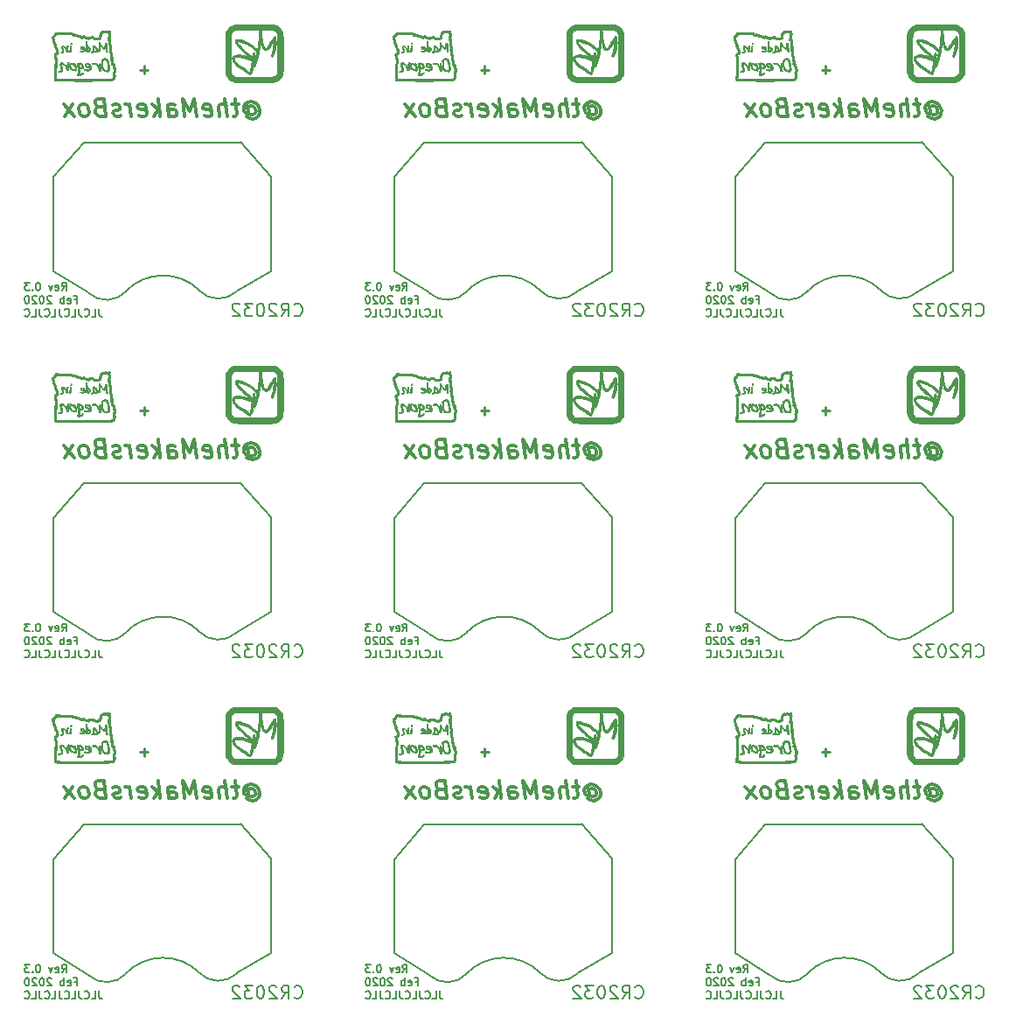
<source format=gbo>
%MOIN*%
%OFA0B0*%
%FSLAX46Y46*%
%IPPOS*%
%LPD*%
%ADD10C,0.0039370078740157488*%
%ADD11C,0.00984251968503937*%
%ADD12C,0.005905511811023622*%
%ADD13C,0.011811023622047244*%
%ADD14C,0.0078740157480314977*%
%ADD15C,0.00010000000000000002*%
%ADD26C,0.0039370078740157488*%
%ADD27C,0.00984251968503937*%
%ADD28C,0.005905511811023622*%
%ADD29C,0.011811023622047244*%
%ADD30C,0.0078740157480314977*%
%ADD31C,0.00010000000000000002*%
%ADD32C,0.0039370078740157488*%
%ADD33C,0.00984251968503937*%
%ADD34C,0.005905511811023622*%
%ADD35C,0.011811023622047244*%
%ADD36C,0.0078740157480314977*%
%ADD37C,0.00010000000000000002*%
%ADD38C,0.0039370078740157488*%
%ADD39C,0.00984251968503937*%
%ADD40C,0.005905511811023622*%
%ADD41C,0.011811023622047244*%
%ADD42C,0.0078740157480314977*%
%ADD43C,0.00010000000000000002*%
%ADD44C,0.0039370078740157488*%
%ADD45C,0.00984251968503937*%
%ADD46C,0.005905511811023622*%
%ADD47C,0.011811023622047244*%
%ADD48C,0.0078740157480314977*%
%ADD49C,0.00010000000000000002*%
%ADD50C,0.0039370078740157488*%
%ADD51C,0.00984251968503937*%
%ADD52C,0.005905511811023622*%
%ADD53C,0.011811023622047244*%
%ADD54C,0.0078740157480314977*%
%ADD55C,0.00010000000000000002*%
%ADD56C,0.0039370078740157488*%
%ADD57C,0.00984251968503937*%
%ADD58C,0.005905511811023622*%
%ADD59C,0.011811023622047244*%
%ADD60C,0.0078740157480314977*%
%ADD61C,0.00010000000000000002*%
%ADD62C,0.0039370078740157488*%
%ADD63C,0.00984251968503937*%
%ADD64C,0.005905511811023622*%
%ADD65C,0.011811023622047244*%
%ADD66C,0.0078740157480314977*%
%ADD67C,0.00010000000000000002*%
%ADD68C,0.0039370078740157488*%
%ADD69C,0.00984251968503937*%
%ADD70C,0.005905511811023622*%
%ADD71C,0.011811023622047244*%
%ADD72C,0.0078740157480314977*%
%ADD73C,0.00010000000000000002*%
G01*
D10*
D11*
X0000544997Y0000987187D02*
X0000515001Y0000987187D01*
X0000529999Y0000972189D02*
X0000529999Y0001002186D01*
D12*
X0000216231Y0000146839D02*
X0000226074Y0000160899D01*
X0000233104Y0000146839D02*
X0000233104Y0000176366D01*
X0000221855Y0000176366D01*
X0000219043Y0000174960D01*
X0000217637Y0000173554D01*
X0000216231Y0000170742D01*
X0000216231Y0000166524D01*
X0000217637Y0000163712D01*
X0000219043Y0000162306D01*
X0000221855Y0000160899D01*
X0000233104Y0000160899D01*
X0000192328Y0000148245D02*
X0000195140Y0000146839D01*
X0000200764Y0000146839D01*
X0000203576Y0000148245D01*
X0000204982Y0000151057D01*
X0000204982Y0000162306D01*
X0000203576Y0000165118D01*
X0000200764Y0000166524D01*
X0000195140Y0000166524D01*
X0000192328Y0000165118D01*
X0000190922Y0000162306D01*
X0000190922Y0000159493D01*
X0000204982Y0000156681D01*
X0000181079Y0000166524D02*
X0000174049Y0000146839D01*
X0000167018Y0000166524D01*
X0000127648Y0000176366D02*
X0000124836Y0000176366D01*
X0000122024Y0000174960D01*
X0000120618Y0000173554D01*
X0000119212Y0000170742D01*
X0000117806Y0000165118D01*
X0000117806Y0000158087D01*
X0000119212Y0000152463D01*
X0000120618Y0000149651D01*
X0000122024Y0000148245D01*
X0000124836Y0000146839D01*
X0000127648Y0000146839D01*
X0000130461Y0000148245D01*
X0000131867Y0000149651D01*
X0000133273Y0000152463D01*
X0000134679Y0000158087D01*
X0000134679Y0000165118D01*
X0000133273Y0000170742D01*
X0000131867Y0000173554D01*
X0000130461Y0000174960D01*
X0000127648Y0000176366D01*
X0000105151Y0000149651D02*
X0000103745Y0000148245D01*
X0000105151Y0000146839D01*
X0000106557Y0000148245D01*
X0000105151Y0000149651D01*
X0000105151Y0000146839D01*
X0000093903Y0000176366D02*
X0000075624Y0000176366D01*
X0000085466Y0000165118D01*
X0000081248Y0000165118D01*
X0000078436Y0000163712D01*
X0000077030Y0000162306D01*
X0000075624Y0000159493D01*
X0000075624Y0000152463D01*
X0000077030Y0000149651D01*
X0000078436Y0000148245D01*
X0000081248Y0000146839D01*
X0000089684Y0000146839D01*
X0000092497Y0000148245D01*
X0000093903Y0000149651D01*
X0000265444Y0000112109D02*
X0000275286Y0000112109D01*
X0000275286Y0000096642D02*
X0000275286Y0000126169D01*
X0000261225Y0000126169D01*
X0000238728Y0000098048D02*
X0000241540Y0000096642D01*
X0000247165Y0000096642D01*
X0000249977Y0000098048D01*
X0000251383Y0000100860D01*
X0000251383Y0000112109D01*
X0000249977Y0000114921D01*
X0000247165Y0000116327D01*
X0000241540Y0000116327D01*
X0000238728Y0000114921D01*
X0000237322Y0000112109D01*
X0000237322Y0000109297D01*
X0000251383Y0000106484D01*
X0000224668Y0000096642D02*
X0000224668Y0000126169D01*
X0000224668Y0000114921D02*
X0000221855Y0000116327D01*
X0000216231Y0000116327D01*
X0000213419Y0000114921D01*
X0000212013Y0000113515D01*
X0000210607Y0000110703D01*
X0000210607Y0000102266D01*
X0000212013Y0000099454D01*
X0000213419Y0000098048D01*
X0000216231Y0000096642D01*
X0000221855Y0000096642D01*
X0000224668Y0000098048D01*
X0000176861Y0000123357D02*
X0000175455Y0000124763D01*
X0000172643Y0000126169D01*
X0000165612Y0000126169D01*
X0000162800Y0000124763D01*
X0000161394Y0000123357D01*
X0000159988Y0000120545D01*
X0000159988Y0000117733D01*
X0000161394Y0000113515D01*
X0000178267Y0000096642D01*
X0000159988Y0000096642D01*
X0000141709Y0000126169D02*
X0000138897Y0000126169D01*
X0000136085Y0000124763D01*
X0000134679Y0000123357D01*
X0000133273Y0000120545D01*
X0000131867Y0000114921D01*
X0000131867Y0000107890D01*
X0000133273Y0000102266D01*
X0000134679Y0000099454D01*
X0000136085Y0000098048D01*
X0000138897Y0000096642D01*
X0000141709Y0000096642D01*
X0000144521Y0000098048D01*
X0000145927Y0000099454D01*
X0000147333Y0000102266D01*
X0000148740Y0000107890D01*
X0000148740Y0000114921D01*
X0000147333Y0000120545D01*
X0000145927Y0000123357D01*
X0000144521Y0000124763D01*
X0000141709Y0000126169D01*
X0000120618Y0000123357D02*
X0000119212Y0000124763D01*
X0000116400Y0000126169D01*
X0000109369Y0000126169D01*
X0000106557Y0000124763D01*
X0000105151Y0000123357D01*
X0000103745Y0000120545D01*
X0000103745Y0000117733D01*
X0000105151Y0000113515D01*
X0000122024Y0000096642D01*
X0000103745Y0000096642D01*
X0000085466Y0000126169D02*
X0000082654Y0000126169D01*
X0000079842Y0000124763D01*
X0000078436Y0000123357D01*
X0000077030Y0000120545D01*
X0000075624Y0000114921D01*
X0000075624Y0000107890D01*
X0000077030Y0000102266D01*
X0000078436Y0000099454D01*
X0000079842Y0000098048D01*
X0000082654Y0000096642D01*
X0000085466Y0000096642D01*
X0000088278Y0000098048D01*
X0000089684Y0000099454D01*
X0000091090Y0000102266D01*
X0000092497Y0000107890D01*
X0000092497Y0000114921D01*
X0000091090Y0000120545D01*
X0000089684Y0000123357D01*
X0000088278Y0000124763D01*
X0000085466Y0000126169D01*
X0000358245Y0000075973D02*
X0000358245Y0000054881D01*
X0000359651Y0000050663D01*
X0000362463Y0000047851D01*
X0000366681Y0000046445D01*
X0000369493Y0000046445D01*
X0000330123Y0000046445D02*
X0000344184Y0000046445D01*
X0000344184Y0000075973D01*
X0000303408Y0000049257D02*
X0000304814Y0000047851D01*
X0000309032Y0000046445D01*
X0000311844Y0000046445D01*
X0000316062Y0000047851D01*
X0000318875Y0000050663D01*
X0000320281Y0000053475D01*
X0000321687Y0000059100D01*
X0000321687Y0000063318D01*
X0000320281Y0000068942D01*
X0000318875Y0000071754D01*
X0000316062Y0000074567D01*
X0000311844Y0000075973D01*
X0000309032Y0000075973D01*
X0000304814Y0000074567D01*
X0000303408Y0000073160D01*
X0000282317Y0000075973D02*
X0000282317Y0000054881D01*
X0000283723Y0000050663D01*
X0000286535Y0000047851D01*
X0000290753Y0000046445D01*
X0000293565Y0000046445D01*
X0000254195Y0000046445D02*
X0000268256Y0000046445D01*
X0000268256Y0000075973D01*
X0000227480Y0000049257D02*
X0000228886Y0000047851D01*
X0000233104Y0000046445D01*
X0000235916Y0000046445D01*
X0000240134Y0000047851D01*
X0000242946Y0000050663D01*
X0000244353Y0000053475D01*
X0000245759Y0000059100D01*
X0000245759Y0000063318D01*
X0000244353Y0000068942D01*
X0000242946Y0000071754D01*
X0000240134Y0000074567D01*
X0000235916Y0000075973D01*
X0000233104Y0000075973D01*
X0000228886Y0000074567D01*
X0000227480Y0000073160D01*
X0000206389Y0000075973D02*
X0000206389Y0000054881D01*
X0000207795Y0000050663D01*
X0000210607Y0000047851D01*
X0000214825Y0000046445D01*
X0000217637Y0000046445D01*
X0000178267Y0000046445D02*
X0000192328Y0000046445D01*
X0000192328Y0000075973D01*
X0000151552Y0000049257D02*
X0000152958Y0000047851D01*
X0000157176Y0000046445D01*
X0000159988Y0000046445D01*
X0000164206Y0000047851D01*
X0000167018Y0000050663D01*
X0000168425Y0000053475D01*
X0000169831Y0000059100D01*
X0000169831Y0000063318D01*
X0000168425Y0000068942D01*
X0000167018Y0000071754D01*
X0000164206Y0000074567D01*
X0000159988Y0000075973D01*
X0000157176Y0000075973D01*
X0000152958Y0000074567D01*
X0000151552Y0000073160D01*
X0000130461Y0000075973D02*
X0000130461Y0000054881D01*
X0000131867Y0000050663D01*
X0000134679Y0000047851D01*
X0000138897Y0000046445D01*
X0000141709Y0000046445D01*
X0000102339Y0000046445D02*
X0000116400Y0000046445D01*
X0000116400Y0000075973D01*
X0000075624Y0000049257D02*
X0000077030Y0000047851D01*
X0000081248Y0000046445D01*
X0000084060Y0000046445D01*
X0000088278Y0000047851D01*
X0000091090Y0000050663D01*
X0000092497Y0000053475D01*
X0000093903Y0000059100D01*
X0000093903Y0000063318D01*
X0000092497Y0000068942D01*
X0000091090Y0000071754D01*
X0000088278Y0000074567D01*
X0000084060Y0000075973D01*
X0000081248Y0000075973D01*
X0000077030Y0000074567D01*
X0000075624Y0000073160D01*
D13*
X0000926478Y0000841593D02*
X0000929267Y0000844780D01*
X0000935242Y0000847967D01*
X0000941617Y0000847967D01*
X0000948389Y0000844780D01*
X0000951975Y0000841593D01*
X0000955959Y0000835219D01*
X0000956755Y0000828845D01*
X0000954365Y0000822471D01*
X0000951576Y0000819283D01*
X0000945601Y0000816096D01*
X0000939226Y0000816096D01*
X0000932454Y0000819283D01*
X0000928868Y0000822471D01*
X0000925681Y0000847967D02*
X0000928868Y0000822471D01*
X0000926080Y0000819283D01*
X0000922892Y0000819283D01*
X0000916120Y0000822471D01*
X0000912136Y0000828845D01*
X0000910144Y0000844780D01*
X0000915323Y0000854342D01*
X0000924088Y0000860716D01*
X0000936438Y0000863903D01*
X0000949584Y0000860716D01*
X0000959943Y0000854342D01*
X0000967512Y0000844780D01*
X0000972293Y0000832032D01*
X0000970699Y0000819283D01*
X0000965520Y0000809722D01*
X0000956755Y0000803348D01*
X0000944405Y0000800161D01*
X0000931259Y0000803348D01*
X0000920901Y0000809722D01*
X0000889826Y0000854342D02*
X0000864330Y0000854342D01*
X0000877476Y0000876651D02*
X0000884647Y0000819283D01*
X0000882257Y0000812909D01*
X0000876281Y0000809722D01*
X0000869907Y0000809722D01*
X0000847597Y0000809722D02*
X0000839231Y0000876651D01*
X0000818913Y0000809722D02*
X0000814531Y0000844780D01*
X0000816921Y0000851154D01*
X0000822897Y0000854342D01*
X0000832458Y0000854342D01*
X0000839231Y0000851154D01*
X0000842817Y0000847967D01*
X0000761147Y0000812909D02*
X0000767920Y0000809722D01*
X0000780668Y0000809722D01*
X0000786644Y0000812909D01*
X0000789034Y0000819283D01*
X0000785847Y0000844780D01*
X0000781863Y0000851154D01*
X0000775091Y0000854342D01*
X0000762342Y0000854342D01*
X0000756366Y0000851154D01*
X0000753976Y0000844780D01*
X0000754773Y0000838406D01*
X0000787441Y0000832032D01*
X0000729674Y0000809722D02*
X0000721308Y0000876651D01*
X0000704974Y0000828845D01*
X0000676689Y0000876651D01*
X0000685055Y0000809722D01*
X0000624500Y0000809722D02*
X0000620118Y0000844780D01*
X0000622508Y0000851154D01*
X0000628484Y0000854342D01*
X0000641232Y0000854342D01*
X0000648005Y0000851154D01*
X0000624102Y0000812909D02*
X0000630874Y0000809722D01*
X0000646810Y0000809722D01*
X0000652786Y0000812909D01*
X0000655176Y0000819283D01*
X0000654379Y0000825658D01*
X0000650395Y0000832032D01*
X0000643623Y0000835219D01*
X0000627687Y0000835219D01*
X0000620915Y0000838406D01*
X0000592629Y0000809722D02*
X0000584263Y0000876651D01*
X0000583068Y0000835219D02*
X0000567132Y0000809722D01*
X0000561555Y0000854342D02*
X0000590239Y0000828845D01*
X0000512553Y0000812909D02*
X0000519326Y0000809722D01*
X0000532074Y0000809722D01*
X0000538050Y0000812909D01*
X0000540440Y0000819283D01*
X0000537253Y0000844780D01*
X0000533269Y0000851154D01*
X0000526497Y0000854342D01*
X0000513748Y0000854342D01*
X0000507773Y0000851154D01*
X0000505382Y0000844780D01*
X0000506179Y0000838406D01*
X0000538847Y0000832032D01*
X0000481081Y0000809722D02*
X0000475503Y0000854342D01*
X0000477097Y0000841593D02*
X0000473113Y0000847967D01*
X0000469527Y0000851154D01*
X0000462755Y0000854342D01*
X0000456381Y0000854342D01*
X0000442437Y0000812909D02*
X0000436461Y0000809722D01*
X0000423713Y0000809722D01*
X0000416940Y0000812909D01*
X0000412956Y0000819283D01*
X0000412558Y0000822471D01*
X0000414948Y0000828845D01*
X0000420924Y0000832032D01*
X0000430485Y0000832032D01*
X0000436461Y0000835219D01*
X0000438851Y0000841593D01*
X0000438453Y0000844780D01*
X0000434469Y0000851154D01*
X0000427697Y0000854342D01*
X0000418135Y0000854342D01*
X0000412159Y0000851154D01*
X0000358776Y0000844780D02*
X0000349613Y0000841593D01*
X0000346824Y0000838406D01*
X0000344434Y0000832032D01*
X0000345629Y0000822471D01*
X0000349613Y0000816096D01*
X0000353198Y0000812909D01*
X0000359971Y0000809722D01*
X0000385468Y0000809722D01*
X0000377101Y0000876651D01*
X0000354792Y0000876651D01*
X0000348816Y0000873464D01*
X0000346027Y0000870277D01*
X0000343637Y0000863903D01*
X0000344434Y0000857529D01*
X0000348417Y0000851154D01*
X0000352003Y0000847967D01*
X0000358776Y0000844780D01*
X0000381085Y0000844780D01*
X0000308977Y0000809722D02*
X0000314953Y0000812909D01*
X0000317742Y0000816096D01*
X0000320132Y0000822471D01*
X0000317742Y0000841593D01*
X0000313758Y0000847967D01*
X0000310172Y0000851154D01*
X0000303400Y0000854342D01*
X0000293838Y0000854342D01*
X0000287863Y0000851154D01*
X0000285074Y0000847967D01*
X0000282683Y0000841593D01*
X0000285074Y0000822471D01*
X0000289058Y0000816096D01*
X0000292643Y0000812909D01*
X0000299416Y0000809722D01*
X0000308977Y0000809722D01*
X0000264358Y0000809722D02*
X0000223722Y0000854342D01*
X0000258780Y0000854342D02*
X0000229300Y0000809722D01*
D14*
X0001103111Y0000052424D02*
X0001105455Y0000050080D01*
X0001112485Y0000047737D01*
X0001117172Y0000047737D01*
X0001124203Y0000050080D01*
X0001128889Y0000054767D01*
X0001131233Y0000059454D01*
X0001133576Y0000068828D01*
X0001133576Y0000075858D01*
X0001131233Y0000085232D01*
X0001128889Y0000089919D01*
X0001124203Y0000094606D01*
X0001117172Y0000096949D01*
X0001112485Y0000096949D01*
X0001105455Y0000094606D01*
X0001103111Y0000092262D01*
X0001053899Y0000047737D02*
X0001070303Y0000071171D01*
X0001082020Y0000047737D02*
X0001082020Y0000096949D01*
X0001063273Y0000096949D01*
X0001058586Y0000094606D01*
X0001056242Y0000092262D01*
X0001053899Y0000087576D01*
X0001053899Y0000080545D01*
X0001056242Y0000075858D01*
X0001058586Y0000073515D01*
X0001063273Y0000071171D01*
X0001082020Y0000071171D01*
X0001035151Y0000092262D02*
X0001032808Y0000094606D01*
X0001028121Y0000096949D01*
X0001016403Y0000096949D01*
X0001011717Y0000094606D01*
X0001009373Y0000092262D01*
X0001007030Y0000087576D01*
X0001007030Y0000082889D01*
X0001009373Y0000075858D01*
X0001037495Y0000047737D01*
X0001007030Y0000047737D01*
X0000976565Y0000096949D02*
X0000971878Y0000096949D01*
X0000967191Y0000094606D01*
X0000964847Y0000092262D01*
X0000962504Y0000087576D01*
X0000960161Y0000078202D01*
X0000960161Y0000066484D01*
X0000962504Y0000057111D01*
X0000964847Y0000052424D01*
X0000967191Y0000050080D01*
X0000971878Y0000047737D01*
X0000976565Y0000047737D01*
X0000981252Y0000050080D01*
X0000983595Y0000052424D01*
X0000985939Y0000057111D01*
X0000988282Y0000066484D01*
X0000988282Y0000078202D01*
X0000985939Y0000087576D01*
X0000983595Y0000092262D01*
X0000981252Y0000094606D01*
X0000976565Y0000096949D01*
X0000943756Y0000096949D02*
X0000913291Y0000096949D01*
X0000929696Y0000078202D01*
X0000922665Y0000078202D01*
X0000917978Y0000075858D01*
X0000915635Y0000073515D01*
X0000913291Y0000068828D01*
X0000913291Y0000057111D01*
X0000915635Y0000052424D01*
X0000917978Y0000050080D01*
X0000922665Y0000047737D01*
X0000936726Y0000047737D01*
X0000941413Y0000050080D01*
X0000943756Y0000052424D01*
X0000894544Y0000092262D02*
X0000892200Y0000094606D01*
X0000887513Y0000096949D01*
X0000875796Y0000096949D01*
X0000871109Y0000094606D01*
X0000868766Y0000092262D01*
X0000866422Y0000087576D01*
X0000866422Y0000082889D01*
X0000868766Y0000075858D01*
X0000896887Y0000047737D01*
X0000866422Y0000047737D01*
D15*
G36*
X0000178099Y0001109300D02*
X0000178099Y0001107800D01*
X0000178199Y0001106800D01*
X0000178299Y0001105900D01*
X0000178499Y0001105200D01*
X0000178899Y0001104400D01*
X0000178999Y0001104100D01*
X0000179499Y0001103000D01*
X0000179899Y0001102000D01*
X0000180299Y0001100800D01*
X0000180699Y0001099400D01*
X0000181099Y0001097600D01*
X0000181599Y0001095500D01*
X0000181799Y0001094800D01*
X0000182399Y0001091900D01*
X0000183099Y0001089500D01*
X0000183699Y0001087400D01*
X0000184499Y0001085600D01*
X0000185299Y0001084000D01*
X0000185299Y0001108800D01*
X0000185299Y0001109400D01*
X0000185399Y0001109900D01*
X0000185699Y0001110400D01*
X0000186199Y0001111000D01*
X0000187099Y0001111700D01*
X0000187499Y0001112100D01*
X0000188599Y0001113000D01*
X0000189599Y0001114000D01*
X0000190299Y0001114900D01*
X0000190599Y0001115200D01*
X0000191099Y0001115900D01*
X0000191899Y0001116900D01*
X0000192899Y0001118100D01*
X0000193899Y0001119300D01*
X0000193999Y0001119400D01*
X0000194899Y0001120500D01*
X0000195699Y0001121500D01*
X0000196199Y0001122200D01*
X0000196499Y0001122600D01*
X0000196499Y0001122700D01*
X0000196699Y0001122900D01*
X0000197399Y0001122900D01*
X0000198399Y0001122900D01*
X0000199599Y0001122700D01*
X0000200799Y0001122500D01*
X0000201199Y0001122400D01*
X0000201699Y0001122300D01*
X0000202199Y0001122100D01*
X0000202799Y0001122100D01*
X0000203499Y0001122000D01*
X0000204499Y0001121900D01*
X0000205799Y0001121800D01*
X0000207299Y0001121800D01*
X0000209199Y0001121700D01*
X0000211499Y0001121700D01*
X0000214299Y0001121600D01*
X0000217599Y0001121500D01*
X0000219699Y0001121500D01*
X0000223099Y0001121400D01*
X0000226499Y0001121400D01*
X0000229899Y0001121300D01*
X0000233199Y0001121300D01*
X0000236299Y0001121200D01*
X0000239099Y0001121200D01*
X0000241599Y0001121200D01*
X0000243499Y0001121200D01*
X0000243999Y0001121200D01*
X0000251599Y0001121200D01*
X0000253999Y0001118800D01*
X0000256399Y0001116500D01*
X0000257999Y0001116500D01*
X0000259099Y0001116500D01*
X0000260499Y0001116600D01*
X0000261599Y0001116800D01*
X0000262899Y0001116900D01*
X0000264099Y0001116800D01*
X0000265399Y0001116600D01*
X0000266999Y0001116200D01*
X0000268799Y0001115500D01*
X0000270999Y0001114600D01*
X0000271599Y0001114400D01*
X0000273299Y0001113600D01*
X0000274599Y0001113100D01*
X0000275699Y0001112800D01*
X0000276699Y0001112600D01*
X0000277799Y0001112400D01*
X0000278499Y0001112300D01*
X0000280299Y0001112100D01*
X0000281699Y0001111900D01*
X0000282799Y0001111600D01*
X0000283599Y0001111200D01*
X0000284399Y0001110700D01*
X0000285199Y0001109900D01*
X0000285299Y0001109800D01*
X0000286199Y0001109000D01*
X0000287199Y0001108300D01*
X0000287899Y0001107800D01*
X0000287899Y0001107800D01*
X0000288699Y0001107600D01*
X0000289899Y0001107400D01*
X0000291299Y0001107100D01*
X0000292799Y0001107000D01*
X0000294099Y0001106800D01*
X0000295099Y0001106800D01*
X0000295699Y0001106900D01*
X0000296199Y0001107200D01*
X0000297099Y0001107700D01*
X0000297899Y0001108400D01*
X0000298799Y0001109200D01*
X0000299399Y0001109500D01*
X0000299799Y0001109600D01*
X0000299999Y0001109500D01*
X0000300399Y0001109200D01*
X0000301199Y0001108700D01*
X0000302299Y0001108000D01*
X0000303499Y0001107200D01*
X0000303799Y0001107000D01*
X0000307199Y0001104900D01*
X0000310199Y0001104800D01*
X0000311599Y0001104700D01*
X0000312499Y0001104600D01*
X0000312999Y0001104500D01*
X0000313399Y0001104300D01*
X0000313599Y0001104000D01*
X0000313699Y0001103800D01*
X0000314499Y0001102900D01*
X0000315599Y0001102300D01*
X0000316799Y0001102000D01*
X0000316999Y0001102000D01*
X0000318099Y0001102300D01*
X0000319199Y0001103000D01*
X0000320299Y0001104200D01*
X0000320699Y0001104700D01*
X0000321199Y0001105200D01*
X0000321499Y0001105600D01*
X0000321899Y0001105900D01*
X0000322399Y0001106200D01*
X0000323199Y0001106300D01*
X0000324199Y0001106500D01*
X0000325699Y0001106700D01*
X0000327599Y0001106800D01*
X0000328199Y0001106900D01*
X0000332499Y0001107300D01*
X0000333699Y0001106200D01*
X0000335099Y0001104900D01*
X0000336499Y0001103900D01*
X0000337699Y0001103100D01*
X0000338099Y0001102900D01*
X0000338999Y0001102700D01*
X0000340299Y0001102500D01*
X0000341999Y0001102300D01*
X0000343799Y0001102100D01*
X0000345799Y0001101900D01*
X0000347699Y0001101800D01*
X0000349499Y0001101800D01*
X0000349599Y0001101800D01*
X0000351499Y0001101800D01*
X0000353199Y0001102000D01*
X0000354899Y0001102200D01*
X0000356799Y0001102600D01*
X0000358599Y0001103000D01*
X0000359899Y0001103400D01*
X0000360899Y0001103900D01*
X0000361799Y0001104400D01*
X0000362699Y0001105200D01*
X0000363699Y0001106200D01*
X0000364399Y0001107000D01*
X0000364999Y0001107800D01*
X0000365299Y0001108700D01*
X0000365599Y0001109800D01*
X0000365899Y0001111200D01*
X0000365999Y0001112900D01*
X0000366199Y0001114900D01*
X0000366499Y0001118000D01*
X0000366999Y0001120700D01*
X0000367799Y0001122900D01*
X0000368799Y0001124700D01*
X0000368899Y0001124900D01*
X0000369899Y0001125900D01*
X0000371399Y0001127000D01*
X0000371899Y0001127300D01*
X0000372999Y0001127800D01*
X0000373899Y0001128200D01*
X0000374599Y0001128300D01*
X0000375499Y0001128300D01*
X0000375599Y0001128300D01*
X0000377099Y0001128300D01*
X0000378799Y0001128600D01*
X0000379999Y0001128900D01*
X0000381499Y0001129400D01*
X0000382599Y0001129600D01*
X0000383299Y0001129700D01*
X0000383899Y0001129500D01*
X0000384499Y0001129300D01*
X0000384799Y0001129100D01*
X0000385999Y0001128500D01*
X0000387699Y0001128300D01*
X0000389599Y0001128500D01*
X0000390199Y0001128700D01*
X0000391099Y0001128900D01*
X0000391899Y0001129100D01*
X0000392199Y0001129100D01*
X0000392199Y0001128900D01*
X0000392299Y0001128100D01*
X0000392299Y0001127200D01*
X0000392299Y0001127100D01*
X0000392299Y0001126000D01*
X0000392399Y0001125200D01*
X0000392599Y0001124500D01*
X0000393099Y0001123800D01*
X0000393999Y0001122500D01*
X0000393699Y0001117800D01*
X0000393599Y0001116000D01*
X0000393399Y0001114700D01*
X0000393299Y0001113700D01*
X0000393099Y0001113000D01*
X0000392899Y0001112400D01*
X0000392599Y0001111800D01*
X0000392399Y0001111500D01*
X0000391799Y0001110300D01*
X0000391499Y0001109200D01*
X0000391499Y0001108400D01*
X0000391399Y0001107300D01*
X0000391299Y0001106400D01*
X0000391199Y0001106100D01*
X0000391099Y0001105400D01*
X0000390899Y0001104400D01*
X0000390899Y0001103100D01*
X0000390899Y0001102600D01*
X0000390899Y0001101300D01*
X0000390899Y0001100500D01*
X0000391099Y0001099900D01*
X0000391399Y0001099500D01*
X0000391799Y0001099000D01*
X0000391899Y0001098900D01*
X0000392699Y0001098300D01*
X0000393499Y0001098000D01*
X0000393599Y0001097900D01*
X0000393999Y0001097900D01*
X0000394199Y0001097700D01*
X0000394399Y0001097100D01*
X0000394499Y0001096100D01*
X0000394599Y0001094800D01*
X0000394699Y0001093300D01*
X0000394699Y0001092400D01*
X0000394799Y0001090700D01*
X0000394999Y0001088500D01*
X0000395299Y0001085700D01*
X0000395799Y0001082300D01*
X0000396499Y0001078400D01*
X0000396499Y0001078100D01*
X0000396799Y0001076400D01*
X0000396999Y0001074800D01*
X0000397199Y0001073600D01*
X0000397299Y0001072700D01*
X0000397399Y0001072400D01*
X0000397399Y0001071900D01*
X0000397299Y0001071000D01*
X0000397299Y0001069800D01*
X0000397199Y0001068600D01*
X0000397199Y0001067300D01*
X0000397099Y0001066100D01*
X0000396999Y0001065300D01*
X0000396899Y0001065000D01*
X0000396499Y0001064000D01*
X0000396399Y0001062800D01*
X0000396499Y0001061600D01*
X0000396899Y0001060600D01*
X0000397499Y0001060100D01*
X0000397799Y0001059600D01*
X0000398099Y0001058600D01*
X0000398499Y0001057000D01*
X0000398799Y0001054800D01*
X0000399199Y0001052100D01*
X0000399499Y0001049000D01*
X0000399699Y0001046600D01*
X0000399899Y0001044500D01*
X0000400099Y0001042500D01*
X0000400299Y0001040800D01*
X0000400499Y0001039400D01*
X0000400599Y0001038400D01*
X0000400699Y0001037900D01*
X0000401099Y0001037100D01*
X0000401499Y0001036000D01*
X0000401899Y0001035000D01*
X0000402199Y0001034200D01*
X0000402499Y0001033600D01*
X0000402599Y0001032900D01*
X0000402699Y0001032100D01*
X0000402699Y0001031100D01*
X0000402599Y0001029800D01*
X0000402499Y0001028000D01*
X0000402499Y0001027200D01*
X0000402399Y0001025400D01*
X0000402399Y0001024000D01*
X0000402599Y0001022900D01*
X0000402899Y0001021900D01*
X0000403399Y0001020800D01*
X0000404199Y0001019500D01*
X0000404899Y0001018000D01*
X0000405299Y0001016900D01*
X0000405499Y0001015800D01*
X0000405299Y0001014700D01*
X0000404899Y0001013200D01*
X0000404699Y0001012800D01*
X0000404199Y0001011300D01*
X0000403899Y0001010100D01*
X0000403899Y0001009300D01*
X0000403999Y0001008600D01*
X0000404299Y0001008000D01*
X0000404299Y0001007900D01*
X0000404899Y0001007300D01*
X0000405899Y0001006600D01*
X0000407099Y0001005900D01*
X0000408399Y0001005400D01*
X0000409199Y0001005100D01*
X0000409999Y0001004900D01*
X0000409999Y0001001400D01*
X0000409999Y0000997800D01*
X0000411199Y0000995300D01*
X0000412499Y0000992600D01*
X0000413499Y0000990300D01*
X0000414299Y0000988400D01*
X0000414799Y0000987000D01*
X0000414999Y0000986200D01*
X0000415099Y0000985500D01*
X0000415099Y0000984900D01*
X0000414799Y0000984300D01*
X0000414199Y0000983500D01*
X0000414199Y0000983400D01*
X0000413099Y0000981800D01*
X0000412199Y0000980300D01*
X0000411499Y0000978500D01*
X0000411199Y0000977400D01*
X0000410599Y0000975300D01*
X0000411499Y0000971400D01*
X0000412099Y0000968800D01*
X0000412399Y0000966700D01*
X0000412599Y0000964900D01*
X0000412599Y0000963300D01*
X0000412299Y0000961800D01*
X0000411899Y0000960300D01*
X0000411899Y0000960300D01*
X0000411299Y0000958600D01*
X0000410799Y0000957100D01*
X0000410199Y0000955800D01*
X0000409799Y0000954900D01*
X0000409399Y0000954500D01*
X0000409399Y0000954400D01*
X0000408999Y0000954300D01*
X0000408199Y0000954000D01*
X0000407899Y0000953800D01*
X0000406999Y0000953500D01*
X0000405599Y0000953200D01*
X0000403699Y0000953000D01*
X0000401299Y0000952900D01*
X0000398299Y0000952800D01*
X0000394799Y0000952700D01*
X0000390799Y0000952700D01*
X0000390399Y0000952700D01*
X0000388199Y0000952600D01*
X0000385599Y0000952600D01*
X0000382699Y0000952500D01*
X0000379599Y0000952500D01*
X0000376499Y0000952400D01*
X0000373599Y0000952200D01*
X0000372799Y0000952200D01*
X0000363499Y0000951900D01*
X0000354599Y0000951500D01*
X0000345799Y0000951300D01*
X0000336999Y0000951100D01*
X0000328299Y0000950900D01*
X0000319499Y0000950800D01*
X0000310599Y0000950700D01*
X0000301399Y0000950700D01*
X0000291999Y0000950700D01*
X0000282099Y0000950700D01*
X0000271799Y0000950800D01*
X0000266599Y0000950900D01*
X0000259299Y0000951000D01*
X0000252599Y0000951100D01*
X0000246399Y0000951200D01*
X0000240699Y0000951300D01*
X0000235399Y0000951400D01*
X0000230499Y0000951500D01*
X0000225899Y0000951600D01*
X0000221699Y0000951700D01*
X0000217799Y0000951900D01*
X0000214199Y0000952000D01*
X0000210699Y0000952100D01*
X0000207399Y0000952300D01*
X0000205599Y0000952400D01*
X0000203099Y0000952500D01*
X0000200799Y0000952700D01*
X0000198699Y0000952800D01*
X0000196899Y0000952900D01*
X0000195599Y0000953000D01*
X0000194699Y0000953000D01*
X0000194199Y0000953000D01*
X0000194199Y0000953000D01*
X0000194199Y0000953300D01*
X0000194299Y0000954200D01*
X0000194299Y0000955500D01*
X0000194399Y0000957400D01*
X0000194499Y0000959700D01*
X0000194599Y0000962400D01*
X0000194799Y0000965500D01*
X0000194899Y0000968900D01*
X0000195099Y0000972700D01*
X0000195299Y0000976700D01*
X0000195399Y0000980900D01*
X0000195599Y0000985400D01*
X0000195899Y0000990000D01*
X0000195899Y0000990600D01*
X0000196099Y0000996100D01*
X0000196299Y0001001100D01*
X0000196499Y0001005600D01*
X0000196699Y0001009600D01*
X0000196899Y0001013100D01*
X0000196999Y0001016200D01*
X0000197099Y0001018800D01*
X0000197199Y0001021200D01*
X0000197199Y0001023100D01*
X0000197199Y0001024800D01*
X0000197199Y0001026100D01*
X0000197199Y0001027300D01*
X0000197199Y0001028200D01*
X0000197099Y0001028900D01*
X0000196999Y0001029500D01*
X0000196899Y0001029900D01*
X0000196799Y0001030300D01*
X0000196599Y0001030600D01*
X0000196399Y0001030800D01*
X0000196199Y0001031100D01*
X0000195999Y0001031400D01*
X0000195499Y0001032000D01*
X0000195199Y0001032600D01*
X0000195099Y0001033200D01*
X0000195199Y0001034200D01*
X0000195199Y0001034600D01*
X0000195199Y0001036000D01*
X0000195099Y0001037300D01*
X0000194699Y0001038900D01*
X0000194699Y0001039000D01*
X0000194199Y0001040700D01*
X0000193899Y0001041900D01*
X0000193799Y0001042800D01*
X0000193799Y0001043300D01*
X0000193899Y0001043700D01*
X0000194199Y0001043900D01*
X0000194199Y0001044000D01*
X0000194899Y0001044200D01*
X0000195799Y0001044500D01*
X0000196199Y0001044500D01*
X0000197299Y0001044800D01*
X0000198199Y0001045200D01*
X0000198999Y0001045800D01*
X0000199699Y0001046700D01*
X0000200599Y0001048100D01*
X0000201299Y0001049500D01*
X0000202999Y0001053000D01*
X0000202699Y0001056100D01*
X0000202499Y0001057300D01*
X0000202299Y0001058400D01*
X0000201999Y0001059400D01*
X0000201699Y0001060500D01*
X0000201199Y0001061900D01*
X0000200399Y0001063600D01*
X0000200199Y0001064100D01*
X0000199399Y0001066100D01*
X0000198499Y0001068100D01*
X0000197599Y0001070200D01*
X0000196799Y0001072000D01*
X0000196399Y0001072700D01*
X0000195799Y0001074200D01*
X0000195299Y0001075300D01*
X0000194999Y0001076100D01*
X0000194899Y0001076600D01*
X0000194999Y0001077000D01*
X0000194999Y0001077400D01*
X0000195299Y0001078400D01*
X0000195299Y0001079600D01*
X0000194899Y0001080900D01*
X0000194199Y0001082500D01*
X0000193199Y0001084400D01*
X0000193099Y0001084500D01*
X0000192199Y0001086100D01*
X0000191399Y0001087500D01*
X0000190799Y0001088700D01*
X0000190399Y0001089900D01*
X0000189899Y0001091200D01*
X0000189499Y0001092800D01*
X0000189099Y0001094600D01*
X0000188699Y0001096400D01*
X0000188099Y0001098900D01*
X0000187599Y0001100900D01*
X0000187199Y0001102500D01*
X0000186799Y0001103800D01*
X0000186399Y0001104900D01*
X0000186099Y0001105800D01*
X0000185799Y0001106200D01*
X0000185499Y0001107300D01*
X0000185299Y0001108500D01*
X0000185299Y0001108800D01*
X0000185299Y0001084000D01*
X0000185399Y0001083900D01*
X0000185599Y0001083300D01*
X0000186299Y0001082200D01*
X0000186699Y0001081300D01*
X0000186899Y0001080800D01*
X0000186899Y0001080400D01*
X0000186699Y0001080000D01*
X0000186599Y0001079300D01*
X0000186499Y0001078600D01*
X0000186699Y0001077700D01*
X0000186999Y0001076600D01*
X0000187599Y0001075200D01*
X0000188399Y0001073300D01*
X0000188999Y0001072100D01*
X0000190399Y0001068900D01*
X0000191799Y0001065900D01*
X0000192899Y0001063200D01*
X0000193899Y0001060800D01*
X0000194699Y0001058800D01*
X0000195199Y0001057200D01*
X0000195499Y0001056100D01*
X0000195499Y0001056000D01*
X0000195699Y0001054900D01*
X0000195599Y0001054200D01*
X0000195399Y0001053400D01*
X0000195099Y0001052900D01*
X0000194699Y0001052100D01*
X0000194199Y0001051600D01*
X0000193599Y0001051300D01*
X0000192699Y0001051100D01*
X0000192199Y0001051000D01*
X0000191599Y0001050900D01*
X0000190899Y0001050500D01*
X0000190199Y0001049900D01*
X0000189099Y0001048900D01*
X0000188799Y0001048500D01*
X0000187799Y0001047500D01*
X0000187099Y0001046800D01*
X0000186699Y0001046300D01*
X0000186499Y0001045800D01*
X0000186499Y0001045200D01*
X0000186499Y0001044800D01*
X0000186599Y0001042700D01*
X0000187099Y0001040300D01*
X0000187699Y0001037800D01*
X0000187999Y0001036700D01*
X0000188099Y0001035800D01*
X0000188099Y0001034900D01*
X0000187999Y0001033700D01*
X0000187899Y0001033500D01*
X0000187799Y0001032200D01*
X0000187799Y0001031100D01*
X0000188099Y0001030200D01*
X0000188799Y0001029100D01*
X0000189499Y0001028200D01*
X0000190399Y0001027100D01*
X0000188699Y0000988500D01*
X0000188499Y0000983800D01*
X0000188299Y0000979200D01*
X0000188099Y0000974800D01*
X0000187899Y0000970600D01*
X0000187799Y0000966700D01*
X0000187599Y0000963100D01*
X0000187499Y0000959800D01*
X0000187399Y0000956900D01*
X0000187299Y0000954400D01*
X0000187199Y0000952300D01*
X0000187199Y0000950700D01*
X0000187199Y0000949600D01*
X0000187199Y0000949000D01*
X0000187199Y0000949000D01*
X0000187599Y0000948000D01*
X0000188399Y0000947100D01*
X0000189299Y0000946500D01*
X0000189499Y0000946400D01*
X0000189999Y0000946300D01*
X0000191099Y0000946200D01*
X0000192599Y0000946100D01*
X0000194499Y0000945900D01*
X0000196799Y0000945800D01*
X0000199299Y0000945600D01*
X0000202199Y0000945500D01*
X0000205199Y0000945300D01*
X0000208399Y0000945200D01*
X0000211599Y0000945000D01*
X0000214899Y0000944900D01*
X0000218099Y0000944800D01*
X0000221299Y0000944700D01*
X0000224299Y0000944600D01*
X0000227099Y0000944500D01*
X0000228799Y0000944400D01*
X0000231199Y0000944400D01*
X0000234099Y0000944300D01*
X0000237399Y0000944300D01*
X0000240999Y0000944200D01*
X0000244999Y0000944100D01*
X0000249199Y0000944100D01*
X0000253499Y0000944000D01*
X0000257999Y0000944000D01*
X0000262399Y0000943900D01*
X0000266699Y0000943800D01*
X0000268399Y0000943800D01*
X0000272399Y0000943800D01*
X0000276399Y0000943700D01*
X0000280299Y0000943700D01*
X0000284099Y0000943600D01*
X0000287599Y0000943600D01*
X0000290899Y0000943600D01*
X0000293799Y0000943500D01*
X0000296299Y0000943500D01*
X0000298399Y0000943500D01*
X0000299999Y0000943500D01*
X0000300899Y0000943500D01*
X0000302299Y0000943500D01*
X0000304299Y0000943500D01*
X0000306699Y0000943500D01*
X0000309499Y0000943500D01*
X0000312499Y0000943500D01*
X0000315699Y0000943600D01*
X0000318999Y0000943600D01*
X0000322299Y0000943700D01*
X0000323699Y0000943700D01*
X0000329799Y0000943800D01*
X0000335699Y0000944000D01*
X0000341499Y0000944100D01*
X0000346999Y0000944300D01*
X0000352199Y0000944400D01*
X0000357099Y0000944600D01*
X0000361599Y0000944700D01*
X0000365599Y0000944800D01*
X0000368999Y0000945000D01*
X0000369699Y0000945000D01*
X0000371899Y0000945100D01*
X0000374499Y0000945200D01*
X0000377299Y0000945200D01*
X0000380099Y0000945300D01*
X0000382799Y0000945300D01*
X0000383799Y0000945300D01*
X0000386399Y0000945300D01*
X0000389299Y0000945400D01*
X0000392499Y0000945400D01*
X0000395599Y0000945600D01*
X0000398599Y0000945700D01*
X0000400099Y0000945700D01*
X0000408599Y0000946200D01*
X0000411399Y0000947500D01*
X0000412699Y0000948200D01*
X0000413699Y0000948700D01*
X0000414399Y0000949200D01*
X0000414599Y0000949400D01*
X0000415199Y0000950200D01*
X0000415799Y0000951400D01*
X0000416599Y0000953000D01*
X0000417299Y0000954700D01*
X0000417999Y0000956400D01*
X0000418599Y0000957900D01*
X0000419099Y0000959500D01*
X0000419399Y0000960800D01*
X0000419599Y0000961800D01*
X0000419699Y0000963000D01*
X0000419699Y0000963800D01*
X0000419499Y0000966700D01*
X0000418999Y0000970000D01*
X0000418399Y0000972900D01*
X0000418099Y0000974300D01*
X0000418099Y0000975400D01*
X0000418399Y0000976600D01*
X0000418999Y0000977900D01*
X0000419899Y0000979400D01*
X0000420499Y0000980100D01*
X0000421399Y0000981500D01*
X0000421999Y0000982500D01*
X0000422299Y0000983500D01*
X0000422399Y0000984500D01*
X0000422299Y0000985800D01*
X0000421999Y0000987300D01*
X0000421699Y0000988500D01*
X0000421199Y0000990100D01*
X0000420499Y0000991900D01*
X0000419699Y0000994000D01*
X0000418699Y0000996000D01*
X0000417899Y0000997700D01*
X0000417599Y0000998400D01*
X0000417299Y0000999000D01*
X0000417199Y0000999700D01*
X0000417099Y0001000500D01*
X0000417099Y0001001700D01*
X0000417099Y0001003300D01*
X0000417099Y0001003500D01*
X0000416999Y0001005400D01*
X0000416899Y0001007000D01*
X0000416699Y0001008100D01*
X0000416199Y0001009000D01*
X0000415499Y0001009800D01*
X0000414399Y0001010500D01*
X0000412899Y0001011300D01*
X0000412099Y0001011700D01*
X0000412099Y0001012000D01*
X0000412199Y0001012700D01*
X0000412399Y0001013700D01*
X0000412499Y0001014000D01*
X0000412699Y0001015800D01*
X0000412699Y0001017000D01*
X0000412699Y0001017300D01*
X0000412199Y0001019000D01*
X0000411399Y0001020800D01*
X0000410499Y0001022600D01*
X0000410199Y0001023100D01*
X0000409899Y0001023600D01*
X0000409699Y0001024100D01*
X0000409499Y0001024700D01*
X0000409499Y0001025400D01*
X0000409499Y0001026300D01*
X0000409499Y0001027500D01*
X0000409699Y0001029200D01*
X0000409899Y0001031300D01*
X0000409899Y0001031400D01*
X0000409899Y0001032400D01*
X0000409899Y0001033400D01*
X0000409599Y0001034500D01*
X0000409299Y0001035600D01*
X0000408799Y0001036900D01*
X0000408399Y0001038100D01*
X0000407999Y0001039000D01*
X0000407899Y0001039200D01*
X0000407699Y0001039700D01*
X0000407499Y0001040500D01*
X0000407399Y0001041600D01*
X0000407199Y0001043100D01*
X0000406999Y0001045100D01*
X0000406799Y0001047500D01*
X0000406499Y0001050200D01*
X0000406199Y0001052800D01*
X0000405899Y0001055300D01*
X0000405499Y0001057700D01*
X0000405199Y0001059800D01*
X0000404899Y0001061500D01*
X0000404499Y0001062700D01*
X0000404399Y0001063100D01*
X0000404399Y0001063800D01*
X0000404499Y0001064500D01*
X0000404599Y0001065500D01*
X0000404399Y0001066900D01*
X0000404399Y0001066900D01*
X0000404199Y0001068200D01*
X0000404299Y0001069600D01*
X0000404399Y0001070300D01*
X0000404499Y0001071200D01*
X0000404599Y0001072000D01*
X0000404499Y0001072900D01*
X0000404399Y0001074000D01*
X0000404099Y0001075600D01*
X0000403999Y0001076200D01*
X0000403299Y0001079900D01*
X0000402799Y0001083300D01*
X0000402399Y0001086500D01*
X0000402099Y0001089700D01*
X0000401799Y0001093200D01*
X0000401599Y0001096200D01*
X0000401499Y0001098800D01*
X0000401299Y0001100800D01*
X0000401199Y0001102400D01*
X0000400999Y0001103600D01*
X0000400899Y0001104500D01*
X0000400599Y0001105200D01*
X0000400299Y0001105700D01*
X0000399899Y0001106000D01*
X0000399599Y0001106300D01*
X0000399099Y0001106700D01*
X0000398899Y0001107200D01*
X0000398999Y0001107900D01*
X0000399299Y0001108900D01*
X0000399699Y0001109900D01*
X0000399699Y0001109900D01*
X0000399999Y0001110400D01*
X0000400099Y0001110800D01*
X0000400299Y0001111300D01*
X0000400399Y0001112000D01*
X0000400499Y0001112900D01*
X0000400599Y0001114100D01*
X0000400699Y0001115800D01*
X0000400899Y0001117900D01*
X0000400899Y0001119000D01*
X0000401299Y0001125000D01*
X0000400299Y0001126200D01*
X0000399299Y0001127400D01*
X0000399599Y0001130400D01*
X0000399699Y0001132300D01*
X0000399699Y0001133700D01*
X0000399599Y0001134700D01*
X0000399199Y0001135500D01*
X0000398699Y0001136100D01*
X0000398599Y0001136200D01*
X0000397999Y0001136700D01*
X0000397299Y0001136900D01*
X0000396399Y0001137000D01*
X0000395299Y0001137000D01*
X0000393799Y0001136700D01*
X0000391799Y0001136300D01*
X0000391599Y0001136200D01*
X0000387999Y0001135400D01*
X0000386599Y0001136200D01*
X0000385599Y0001136700D01*
X0000384699Y0001137000D01*
X0000383599Y0001137000D01*
X0000382399Y0001136800D01*
X0000380699Y0001136500D01*
X0000379499Y0001136200D01*
X0000378099Y0001135800D01*
X0000376999Y0001135500D01*
X0000376299Y0001135400D01*
X0000375599Y0001135500D01*
X0000375099Y0001135600D01*
X0000374299Y0001135700D01*
X0000373599Y0001135700D01*
X0000372799Y0001135600D01*
X0000371799Y0001135200D01*
X0000370599Y0001134600D01*
X0000369299Y0001133900D01*
X0000367699Y0001133000D01*
X0000366499Y0001132300D01*
X0000365599Y0001131600D01*
X0000364899Y0001131000D01*
X0000364199Y0001130300D01*
X0000363499Y0001129400D01*
X0000362699Y0001128500D01*
X0000362099Y0001127600D01*
X0000361699Y0001126800D01*
X0000361299Y0001125800D01*
X0000360799Y0001124500D01*
X0000360299Y0001122800D01*
X0000360199Y0001122400D01*
X0000359699Y0001120500D01*
X0000359399Y0001118900D01*
X0000359199Y0001117400D01*
X0000358999Y0001115700D01*
X0000358999Y0001115100D01*
X0000358899Y0001113300D01*
X0000358799Y0001112000D01*
X0000358499Y0001111100D01*
X0000357999Y0001110500D01*
X0000357199Y0001110000D01*
X0000355999Y0001109700D01*
X0000354899Y0001109400D01*
X0000352499Y0001109000D01*
X0000349699Y0001108800D01*
X0000346599Y0001108900D01*
X0000343699Y0001109200D01*
X0000340599Y0001109500D01*
X0000337999Y0001111800D01*
X0000336999Y0001112800D01*
X0000335999Y0001113500D01*
X0000335199Y0001114100D01*
X0000334799Y0001114300D01*
X0000334199Y0001114300D01*
X0000333199Y0001114300D01*
X0000331699Y0001114300D01*
X0000329999Y0001114100D01*
X0000327999Y0001114000D01*
X0000325999Y0001113800D01*
X0000323999Y0001113600D01*
X0000322299Y0001113400D01*
X0000320599Y0001113100D01*
X0000319399Y0001112900D01*
X0000318599Y0001112500D01*
X0000318099Y0001112300D01*
X0000317699Y0001112000D01*
X0000317299Y0001111800D01*
X0000316699Y0001111700D01*
X0000315899Y0001111700D01*
X0000314799Y0001111700D01*
X0000313299Y0001111700D01*
X0000309299Y0001111800D01*
X0000305199Y0001114500D01*
X0000303699Y0001115500D01*
X0000302399Y0001116300D01*
X0000301299Y0001117000D01*
X0000300499Y0001117400D01*
X0000300199Y0001117600D01*
X0000299099Y0001117900D01*
X0000298099Y0001117700D01*
X0000296899Y0001117100D01*
X0000295499Y0001115900D01*
X0000295399Y0001115800D01*
X0000294499Y0001115000D01*
X0000293799Y0001114500D01*
X0000293199Y0001114200D01*
X0000292599Y0001114100D01*
X0000292399Y0001114100D01*
X0000291699Y0001114200D01*
X0000291199Y0001114300D01*
X0000290499Y0001114800D01*
X0000289699Y0001115500D01*
X0000289299Y0001115900D01*
X0000288099Y0001116900D01*
X0000286799Y0001117700D01*
X0000285299Y0001118300D01*
X0000283599Y0001118700D01*
X0000281399Y0001119100D01*
X0000280299Y0001119200D01*
X0000278799Y0001119400D01*
X0000277599Y0001119700D01*
X0000276399Y0001120100D01*
X0000274999Y0001120600D01*
X0000273799Y0001121100D01*
X0000272099Y0001121800D01*
X0000270199Y0001122500D01*
X0000268399Y0001123100D01*
X0000267299Y0001123400D01*
X0000265799Y0001123700D01*
X0000264699Y0001124000D01*
X0000263799Y0001124000D01*
X0000262899Y0001124000D01*
X0000261699Y0001123900D01*
X0000259299Y0001123600D01*
X0000256999Y0001125700D01*
X0000255599Y0001127000D01*
X0000254499Y0001127800D01*
X0000253799Y0001128000D01*
X0000253299Y0001128100D01*
X0000252199Y0001128100D01*
X0000250799Y0001128200D01*
X0000248999Y0001128200D01*
X0000246999Y0001128200D01*
X0000244799Y0001128200D01*
X0000244699Y0001128200D01*
X0000241399Y0001128200D01*
X0000237899Y0001128300D01*
X0000234299Y0001128300D01*
X0000230699Y0001128300D01*
X0000227099Y0001128400D01*
X0000223599Y0001128500D01*
X0000220299Y0001128500D01*
X0000217099Y0001128600D01*
X0000214099Y0001128700D01*
X0000211399Y0001128800D01*
X0000209099Y0001128900D01*
X0000207099Y0001129000D01*
X0000205599Y0001129100D01*
X0000204599Y0001129200D01*
X0000204099Y0001129300D01*
X0000203399Y0001129400D01*
X0000202099Y0001129600D01*
X0000200599Y0001129800D01*
X0000198999Y0001129900D01*
X0000198199Y0001130000D01*
X0000196399Y0001130100D01*
X0000195099Y0001130200D01*
X0000194199Y0001130200D01*
X0000193499Y0001130200D01*
X0000192999Y0001130100D01*
X0000192599Y0001129900D01*
X0000192499Y0001129800D01*
X0000191499Y0001129000D01*
X0000190599Y0001127700D01*
X0000190199Y0001126300D01*
X0000189899Y0001125700D01*
X0000189299Y0001124800D01*
X0000188499Y0001123900D01*
X0000188299Y0001123600D01*
X0000187299Y0001122400D01*
X0000186399Y0001121300D01*
X0000185599Y0001120400D01*
X0000185499Y0001120200D01*
X0000184899Y0001119500D01*
X0000183899Y0001118500D01*
X0000182799Y0001117400D01*
X0000181699Y0001116300D01*
X0000180599Y0001115300D01*
X0000179599Y0001114400D01*
X0000178899Y0001113700D01*
X0000178499Y0001113200D01*
X0000178499Y0001113200D01*
X0000178299Y0001112500D01*
X0000178099Y0001111300D01*
X0000178099Y0001109700D01*
X0000178099Y0001109300D01*
X0000178099Y0001109300D01*
X0000178099Y0001109300D01*
G37*
X0000178099Y0001109300D02*
X0000178099Y0001107800D01*
X0000178199Y0001106800D01*
X0000178299Y0001105900D01*
X0000178499Y0001105200D01*
X0000178899Y0001104400D01*
X0000178999Y0001104100D01*
X0000179499Y0001103000D01*
X0000179899Y0001102000D01*
X0000180299Y0001100800D01*
X0000180699Y0001099400D01*
X0000181099Y0001097600D01*
X0000181599Y0001095500D01*
X0000181799Y0001094800D01*
X0000182399Y0001091900D01*
X0000183099Y0001089500D01*
X0000183699Y0001087400D01*
X0000184499Y0001085600D01*
X0000185299Y0001084000D01*
X0000185299Y0001108800D01*
X0000185299Y0001109400D01*
X0000185399Y0001109900D01*
X0000185699Y0001110400D01*
X0000186199Y0001111000D01*
X0000187099Y0001111700D01*
X0000187499Y0001112100D01*
X0000188599Y0001113000D01*
X0000189599Y0001114000D01*
X0000190299Y0001114900D01*
X0000190599Y0001115200D01*
X0000191099Y0001115900D01*
X0000191899Y0001116900D01*
X0000192899Y0001118100D01*
X0000193899Y0001119300D01*
X0000193999Y0001119400D01*
X0000194899Y0001120500D01*
X0000195699Y0001121500D01*
X0000196199Y0001122200D01*
X0000196499Y0001122600D01*
X0000196499Y0001122700D01*
X0000196699Y0001122900D01*
X0000197399Y0001122900D01*
X0000198399Y0001122900D01*
X0000199599Y0001122700D01*
X0000200799Y0001122500D01*
X0000201199Y0001122400D01*
X0000201699Y0001122300D01*
X0000202199Y0001122100D01*
X0000202799Y0001122100D01*
X0000203499Y0001122000D01*
X0000204499Y0001121900D01*
X0000205799Y0001121800D01*
X0000207299Y0001121800D01*
X0000209199Y0001121700D01*
X0000211499Y0001121700D01*
X0000214299Y0001121600D01*
X0000217599Y0001121500D01*
X0000219699Y0001121500D01*
X0000223099Y0001121400D01*
X0000226499Y0001121400D01*
X0000229899Y0001121300D01*
X0000233199Y0001121300D01*
X0000236299Y0001121200D01*
X0000239099Y0001121200D01*
X0000241599Y0001121200D01*
X0000243499Y0001121200D01*
X0000243999Y0001121200D01*
X0000251599Y0001121200D01*
X0000253999Y0001118800D01*
X0000256399Y0001116500D01*
X0000257999Y0001116500D01*
X0000259099Y0001116500D01*
X0000260499Y0001116600D01*
X0000261599Y0001116800D01*
X0000262899Y0001116900D01*
X0000264099Y0001116800D01*
X0000265399Y0001116600D01*
X0000266999Y0001116200D01*
X0000268799Y0001115500D01*
X0000270999Y0001114600D01*
X0000271599Y0001114400D01*
X0000273299Y0001113600D01*
X0000274599Y0001113100D01*
X0000275699Y0001112800D01*
X0000276699Y0001112600D01*
X0000277799Y0001112400D01*
X0000278499Y0001112300D01*
X0000280299Y0001112100D01*
X0000281699Y0001111900D01*
X0000282799Y0001111600D01*
X0000283599Y0001111200D01*
X0000284399Y0001110700D01*
X0000285199Y0001109900D01*
X0000285299Y0001109800D01*
X0000286199Y0001109000D01*
X0000287199Y0001108300D01*
X0000287899Y0001107800D01*
X0000287899Y0001107800D01*
X0000288699Y0001107600D01*
X0000289899Y0001107400D01*
X0000291299Y0001107100D01*
X0000292799Y0001107000D01*
X0000294099Y0001106800D01*
X0000295099Y0001106800D01*
X0000295699Y0001106900D01*
X0000296199Y0001107200D01*
X0000297099Y0001107700D01*
X0000297899Y0001108400D01*
X0000298799Y0001109200D01*
X0000299399Y0001109500D01*
X0000299799Y0001109600D01*
X0000299999Y0001109500D01*
X0000300399Y0001109200D01*
X0000301199Y0001108700D01*
X0000302299Y0001108000D01*
X0000303499Y0001107200D01*
X0000303799Y0001107000D01*
X0000307199Y0001104900D01*
X0000310199Y0001104800D01*
X0000311599Y0001104700D01*
X0000312499Y0001104600D01*
X0000312999Y0001104500D01*
X0000313399Y0001104300D01*
X0000313599Y0001104000D01*
X0000313699Y0001103800D01*
X0000314499Y0001102900D01*
X0000315599Y0001102300D01*
X0000316799Y0001102000D01*
X0000316999Y0001102000D01*
X0000318099Y0001102300D01*
X0000319199Y0001103000D01*
X0000320299Y0001104200D01*
X0000320699Y0001104700D01*
X0000321199Y0001105200D01*
X0000321499Y0001105600D01*
X0000321899Y0001105900D01*
X0000322399Y0001106200D01*
X0000323199Y0001106300D01*
X0000324199Y0001106500D01*
X0000325699Y0001106700D01*
X0000327599Y0001106800D01*
X0000328199Y0001106900D01*
X0000332499Y0001107300D01*
X0000333699Y0001106200D01*
X0000335099Y0001104900D01*
X0000336499Y0001103900D01*
X0000337699Y0001103100D01*
X0000338099Y0001102900D01*
X0000338999Y0001102700D01*
X0000340299Y0001102500D01*
X0000341999Y0001102300D01*
X0000343799Y0001102100D01*
X0000345799Y0001101900D01*
X0000347699Y0001101800D01*
X0000349499Y0001101800D01*
X0000349599Y0001101800D01*
X0000351499Y0001101800D01*
X0000353199Y0001102000D01*
X0000354899Y0001102200D01*
X0000356799Y0001102600D01*
X0000358599Y0001103000D01*
X0000359899Y0001103400D01*
X0000360899Y0001103900D01*
X0000361799Y0001104400D01*
X0000362699Y0001105200D01*
X0000363699Y0001106200D01*
X0000364399Y0001107000D01*
X0000364999Y0001107800D01*
X0000365299Y0001108700D01*
X0000365599Y0001109800D01*
X0000365899Y0001111200D01*
X0000365999Y0001112900D01*
X0000366199Y0001114900D01*
X0000366499Y0001118000D01*
X0000366999Y0001120700D01*
X0000367799Y0001122900D01*
X0000368799Y0001124700D01*
X0000368899Y0001124900D01*
X0000369899Y0001125900D01*
X0000371399Y0001127000D01*
X0000371899Y0001127300D01*
X0000372999Y0001127800D01*
X0000373899Y0001128200D01*
X0000374599Y0001128300D01*
X0000375499Y0001128300D01*
X0000375599Y0001128300D01*
X0000377099Y0001128300D01*
X0000378799Y0001128600D01*
X0000379999Y0001128900D01*
X0000381499Y0001129400D01*
X0000382599Y0001129600D01*
X0000383299Y0001129700D01*
X0000383899Y0001129500D01*
X0000384499Y0001129300D01*
X0000384799Y0001129100D01*
X0000385999Y0001128500D01*
X0000387699Y0001128300D01*
X0000389599Y0001128500D01*
X0000390199Y0001128700D01*
X0000391099Y0001128900D01*
X0000391899Y0001129100D01*
X0000392199Y0001129100D01*
X0000392199Y0001128900D01*
X0000392299Y0001128100D01*
X0000392299Y0001127200D01*
X0000392299Y0001127100D01*
X0000392299Y0001126000D01*
X0000392399Y0001125200D01*
X0000392599Y0001124500D01*
X0000393099Y0001123800D01*
X0000393999Y0001122500D01*
X0000393699Y0001117800D01*
X0000393599Y0001116000D01*
X0000393399Y0001114700D01*
X0000393299Y0001113700D01*
X0000393099Y0001113000D01*
X0000392899Y0001112400D01*
X0000392599Y0001111800D01*
X0000392399Y0001111500D01*
X0000391799Y0001110300D01*
X0000391499Y0001109200D01*
X0000391499Y0001108400D01*
X0000391399Y0001107300D01*
X0000391299Y0001106400D01*
X0000391199Y0001106100D01*
X0000391099Y0001105400D01*
X0000390899Y0001104400D01*
X0000390899Y0001103100D01*
X0000390899Y0001102600D01*
X0000390899Y0001101300D01*
X0000390899Y0001100500D01*
X0000391099Y0001099900D01*
X0000391399Y0001099500D01*
X0000391799Y0001099000D01*
X0000391899Y0001098900D01*
X0000392699Y0001098300D01*
X0000393499Y0001098000D01*
X0000393599Y0001097900D01*
X0000393999Y0001097900D01*
X0000394199Y0001097700D01*
X0000394399Y0001097100D01*
X0000394499Y0001096100D01*
X0000394599Y0001094800D01*
X0000394699Y0001093300D01*
X0000394699Y0001092400D01*
X0000394799Y0001090700D01*
X0000394999Y0001088500D01*
X0000395299Y0001085700D01*
X0000395799Y0001082300D01*
X0000396499Y0001078400D01*
X0000396499Y0001078100D01*
X0000396799Y0001076400D01*
X0000396999Y0001074800D01*
X0000397199Y0001073600D01*
X0000397299Y0001072700D01*
X0000397399Y0001072400D01*
X0000397399Y0001071900D01*
X0000397299Y0001071000D01*
X0000397299Y0001069800D01*
X0000397199Y0001068600D01*
X0000397199Y0001067300D01*
X0000397099Y0001066100D01*
X0000396999Y0001065300D01*
X0000396899Y0001065000D01*
X0000396499Y0001064000D01*
X0000396399Y0001062800D01*
X0000396499Y0001061600D01*
X0000396899Y0001060600D01*
X0000397499Y0001060100D01*
X0000397799Y0001059600D01*
X0000398099Y0001058600D01*
X0000398499Y0001057000D01*
X0000398799Y0001054800D01*
X0000399199Y0001052100D01*
X0000399499Y0001049000D01*
X0000399699Y0001046600D01*
X0000399899Y0001044500D01*
X0000400099Y0001042500D01*
X0000400299Y0001040800D01*
X0000400499Y0001039400D01*
X0000400599Y0001038400D01*
X0000400699Y0001037900D01*
X0000401099Y0001037100D01*
X0000401499Y0001036000D01*
X0000401899Y0001035000D01*
X0000402199Y0001034200D01*
X0000402499Y0001033600D01*
X0000402599Y0001032900D01*
X0000402699Y0001032100D01*
X0000402699Y0001031100D01*
X0000402599Y0001029800D01*
X0000402499Y0001028000D01*
X0000402499Y0001027200D01*
X0000402399Y0001025400D01*
X0000402399Y0001024000D01*
X0000402599Y0001022900D01*
X0000402899Y0001021900D01*
X0000403399Y0001020800D01*
X0000404199Y0001019500D01*
X0000404899Y0001018000D01*
X0000405299Y0001016900D01*
X0000405499Y0001015800D01*
X0000405299Y0001014700D01*
X0000404899Y0001013200D01*
X0000404699Y0001012800D01*
X0000404199Y0001011300D01*
X0000403899Y0001010100D01*
X0000403899Y0001009300D01*
X0000403999Y0001008600D01*
X0000404299Y0001008000D01*
X0000404299Y0001007900D01*
X0000404899Y0001007300D01*
X0000405899Y0001006600D01*
X0000407099Y0001005900D01*
X0000408399Y0001005400D01*
X0000409199Y0001005100D01*
X0000409999Y0001004900D01*
X0000409999Y0001001400D01*
X0000409999Y0000997800D01*
X0000411199Y0000995300D01*
X0000412499Y0000992600D01*
X0000413499Y0000990300D01*
X0000414299Y0000988400D01*
X0000414799Y0000987000D01*
X0000414999Y0000986200D01*
X0000415099Y0000985500D01*
X0000415099Y0000984900D01*
X0000414799Y0000984300D01*
X0000414199Y0000983500D01*
X0000414199Y0000983400D01*
X0000413099Y0000981800D01*
X0000412199Y0000980300D01*
X0000411499Y0000978500D01*
X0000411199Y0000977400D01*
X0000410599Y0000975300D01*
X0000411499Y0000971400D01*
X0000412099Y0000968800D01*
X0000412399Y0000966700D01*
X0000412599Y0000964900D01*
X0000412599Y0000963300D01*
X0000412299Y0000961800D01*
X0000411899Y0000960300D01*
X0000411899Y0000960300D01*
X0000411299Y0000958600D01*
X0000410799Y0000957100D01*
X0000410199Y0000955800D01*
X0000409799Y0000954900D01*
X0000409399Y0000954500D01*
X0000409399Y0000954400D01*
X0000408999Y0000954300D01*
X0000408199Y0000954000D01*
X0000407899Y0000953800D01*
X0000406999Y0000953500D01*
X0000405599Y0000953200D01*
X0000403699Y0000953000D01*
X0000401299Y0000952900D01*
X0000398299Y0000952800D01*
X0000394799Y0000952700D01*
X0000390799Y0000952700D01*
X0000390399Y0000952700D01*
X0000388199Y0000952600D01*
X0000385599Y0000952600D01*
X0000382699Y0000952500D01*
X0000379599Y0000952500D01*
X0000376499Y0000952400D01*
X0000373599Y0000952200D01*
X0000372799Y0000952200D01*
X0000363499Y0000951900D01*
X0000354599Y0000951500D01*
X0000345799Y0000951300D01*
X0000336999Y0000951100D01*
X0000328299Y0000950900D01*
X0000319499Y0000950800D01*
X0000310599Y0000950700D01*
X0000301399Y0000950700D01*
X0000291999Y0000950700D01*
X0000282099Y0000950700D01*
X0000271799Y0000950800D01*
X0000266599Y0000950900D01*
X0000259299Y0000951000D01*
X0000252599Y0000951100D01*
X0000246399Y0000951200D01*
X0000240699Y0000951300D01*
X0000235399Y0000951400D01*
X0000230499Y0000951500D01*
X0000225899Y0000951600D01*
X0000221699Y0000951700D01*
X0000217799Y0000951900D01*
X0000214199Y0000952000D01*
X0000210699Y0000952100D01*
X0000207399Y0000952300D01*
X0000205599Y0000952400D01*
X0000203099Y0000952500D01*
X0000200799Y0000952700D01*
X0000198699Y0000952800D01*
X0000196899Y0000952900D01*
X0000195599Y0000953000D01*
X0000194699Y0000953000D01*
X0000194199Y0000953000D01*
X0000194199Y0000953000D01*
X0000194199Y0000953300D01*
X0000194299Y0000954200D01*
X0000194299Y0000955500D01*
X0000194399Y0000957400D01*
X0000194499Y0000959700D01*
X0000194599Y0000962400D01*
X0000194799Y0000965500D01*
X0000194899Y0000968900D01*
X0000195099Y0000972700D01*
X0000195299Y0000976700D01*
X0000195399Y0000980900D01*
X0000195599Y0000985400D01*
X0000195899Y0000990000D01*
X0000195899Y0000990600D01*
X0000196099Y0000996100D01*
X0000196299Y0001001100D01*
X0000196499Y0001005600D01*
X0000196699Y0001009600D01*
X0000196899Y0001013100D01*
X0000196999Y0001016200D01*
X0000197099Y0001018800D01*
X0000197199Y0001021200D01*
X0000197199Y0001023100D01*
X0000197199Y0001024800D01*
X0000197199Y0001026100D01*
X0000197199Y0001027300D01*
X0000197199Y0001028200D01*
X0000197099Y0001028900D01*
X0000196999Y0001029500D01*
X0000196899Y0001029900D01*
X0000196799Y0001030300D01*
X0000196599Y0001030600D01*
X0000196399Y0001030800D01*
X0000196199Y0001031100D01*
X0000195999Y0001031400D01*
X0000195499Y0001032000D01*
X0000195199Y0001032600D01*
X0000195099Y0001033200D01*
X0000195199Y0001034200D01*
X0000195199Y0001034600D01*
X0000195199Y0001036000D01*
X0000195099Y0001037300D01*
X0000194699Y0001038900D01*
X0000194699Y0001039000D01*
X0000194199Y0001040700D01*
X0000193899Y0001041900D01*
X0000193799Y0001042800D01*
X0000193799Y0001043300D01*
X0000193899Y0001043700D01*
X0000194199Y0001043900D01*
X0000194199Y0001044000D01*
X0000194899Y0001044200D01*
X0000195799Y0001044500D01*
X0000196199Y0001044500D01*
X0000197299Y0001044800D01*
X0000198199Y0001045200D01*
X0000198999Y0001045800D01*
X0000199699Y0001046700D01*
X0000200599Y0001048100D01*
X0000201299Y0001049500D01*
X0000202999Y0001053000D01*
X0000202699Y0001056100D01*
X0000202499Y0001057300D01*
X0000202299Y0001058400D01*
X0000201999Y0001059400D01*
X0000201699Y0001060500D01*
X0000201199Y0001061900D01*
X0000200399Y0001063600D01*
X0000200199Y0001064100D01*
X0000199399Y0001066100D01*
X0000198499Y0001068100D01*
X0000197599Y0001070200D01*
X0000196799Y0001072000D01*
X0000196399Y0001072700D01*
X0000195799Y0001074200D01*
X0000195299Y0001075300D01*
X0000194999Y0001076100D01*
X0000194899Y0001076600D01*
X0000194999Y0001077000D01*
X0000194999Y0001077400D01*
X0000195299Y0001078400D01*
X0000195299Y0001079600D01*
X0000194899Y0001080900D01*
X0000194199Y0001082500D01*
X0000193199Y0001084400D01*
X0000193099Y0001084500D01*
X0000192199Y0001086100D01*
X0000191399Y0001087500D01*
X0000190799Y0001088700D01*
X0000190399Y0001089900D01*
X0000189899Y0001091200D01*
X0000189499Y0001092800D01*
X0000189099Y0001094600D01*
X0000188699Y0001096400D01*
X0000188099Y0001098900D01*
X0000187599Y0001100900D01*
X0000187199Y0001102500D01*
X0000186799Y0001103800D01*
X0000186399Y0001104900D01*
X0000186099Y0001105800D01*
X0000185799Y0001106200D01*
X0000185499Y0001107300D01*
X0000185299Y0001108500D01*
X0000185299Y0001108800D01*
X0000185299Y0001084000D01*
X0000185399Y0001083900D01*
X0000185599Y0001083300D01*
X0000186299Y0001082200D01*
X0000186699Y0001081300D01*
X0000186899Y0001080800D01*
X0000186899Y0001080400D01*
X0000186699Y0001080000D01*
X0000186599Y0001079300D01*
X0000186499Y0001078600D01*
X0000186699Y0001077700D01*
X0000186999Y0001076600D01*
X0000187599Y0001075200D01*
X0000188399Y0001073300D01*
X0000188999Y0001072100D01*
X0000190399Y0001068900D01*
X0000191799Y0001065900D01*
X0000192899Y0001063200D01*
X0000193899Y0001060800D01*
X0000194699Y0001058800D01*
X0000195199Y0001057200D01*
X0000195499Y0001056100D01*
X0000195499Y0001056000D01*
X0000195699Y0001054900D01*
X0000195599Y0001054200D01*
X0000195399Y0001053400D01*
X0000195099Y0001052900D01*
X0000194699Y0001052100D01*
X0000194199Y0001051600D01*
X0000193599Y0001051300D01*
X0000192699Y0001051100D01*
X0000192199Y0001051000D01*
X0000191599Y0001050900D01*
X0000190899Y0001050500D01*
X0000190199Y0001049900D01*
X0000189099Y0001048900D01*
X0000188799Y0001048500D01*
X0000187799Y0001047500D01*
X0000187099Y0001046800D01*
X0000186699Y0001046300D01*
X0000186499Y0001045800D01*
X0000186499Y0001045200D01*
X0000186499Y0001044800D01*
X0000186599Y0001042700D01*
X0000187099Y0001040300D01*
X0000187699Y0001037800D01*
X0000187999Y0001036700D01*
X0000188099Y0001035800D01*
X0000188099Y0001034900D01*
X0000187999Y0001033700D01*
X0000187899Y0001033500D01*
X0000187799Y0001032200D01*
X0000187799Y0001031100D01*
X0000188099Y0001030200D01*
X0000188799Y0001029100D01*
X0000189499Y0001028200D01*
X0000190399Y0001027100D01*
X0000188699Y0000988500D01*
X0000188499Y0000983800D01*
X0000188299Y0000979200D01*
X0000188099Y0000974800D01*
X0000187899Y0000970600D01*
X0000187799Y0000966700D01*
X0000187599Y0000963100D01*
X0000187499Y0000959800D01*
X0000187399Y0000956900D01*
X0000187299Y0000954400D01*
X0000187199Y0000952300D01*
X0000187199Y0000950700D01*
X0000187199Y0000949600D01*
X0000187199Y0000949000D01*
X0000187199Y0000949000D01*
X0000187599Y0000948000D01*
X0000188399Y0000947100D01*
X0000189299Y0000946500D01*
X0000189499Y0000946400D01*
X0000189999Y0000946300D01*
X0000191099Y0000946200D01*
X0000192599Y0000946100D01*
X0000194499Y0000945900D01*
X0000196799Y0000945800D01*
X0000199299Y0000945600D01*
X0000202199Y0000945500D01*
X0000205199Y0000945300D01*
X0000208399Y0000945200D01*
X0000211599Y0000945000D01*
X0000214899Y0000944900D01*
X0000218099Y0000944800D01*
X0000221299Y0000944700D01*
X0000224299Y0000944600D01*
X0000227099Y0000944500D01*
X0000228799Y0000944400D01*
X0000231199Y0000944400D01*
X0000234099Y0000944300D01*
X0000237399Y0000944300D01*
X0000240999Y0000944200D01*
X0000244999Y0000944100D01*
X0000249199Y0000944100D01*
X0000253499Y0000944000D01*
X0000257999Y0000944000D01*
X0000262399Y0000943900D01*
X0000266699Y0000943800D01*
X0000268399Y0000943800D01*
X0000272399Y0000943800D01*
X0000276399Y0000943700D01*
X0000280299Y0000943700D01*
X0000284099Y0000943600D01*
X0000287599Y0000943600D01*
X0000290899Y0000943600D01*
X0000293799Y0000943500D01*
X0000296299Y0000943500D01*
X0000298399Y0000943500D01*
X0000299999Y0000943500D01*
X0000300899Y0000943500D01*
X0000302299Y0000943500D01*
X0000304299Y0000943500D01*
X0000306699Y0000943500D01*
X0000309499Y0000943500D01*
X0000312499Y0000943500D01*
X0000315699Y0000943600D01*
X0000318999Y0000943600D01*
X0000322299Y0000943700D01*
X0000323699Y0000943700D01*
X0000329799Y0000943800D01*
X0000335699Y0000944000D01*
X0000341499Y0000944100D01*
X0000346999Y0000944300D01*
X0000352199Y0000944400D01*
X0000357099Y0000944600D01*
X0000361599Y0000944700D01*
X0000365599Y0000944800D01*
X0000368999Y0000945000D01*
X0000369699Y0000945000D01*
X0000371899Y0000945100D01*
X0000374499Y0000945200D01*
X0000377299Y0000945200D01*
X0000380099Y0000945300D01*
X0000382799Y0000945300D01*
X0000383799Y0000945300D01*
X0000386399Y0000945300D01*
X0000389299Y0000945400D01*
X0000392499Y0000945400D01*
X0000395599Y0000945600D01*
X0000398599Y0000945700D01*
X0000400099Y0000945700D01*
X0000408599Y0000946200D01*
X0000411399Y0000947500D01*
X0000412699Y0000948200D01*
X0000413699Y0000948700D01*
X0000414399Y0000949200D01*
X0000414599Y0000949400D01*
X0000415199Y0000950200D01*
X0000415799Y0000951400D01*
X0000416599Y0000953000D01*
X0000417299Y0000954700D01*
X0000417999Y0000956400D01*
X0000418599Y0000957900D01*
X0000419099Y0000959500D01*
X0000419399Y0000960800D01*
X0000419599Y0000961800D01*
X0000419699Y0000963000D01*
X0000419699Y0000963800D01*
X0000419499Y0000966700D01*
X0000418999Y0000970000D01*
X0000418399Y0000972900D01*
X0000418099Y0000974300D01*
X0000418099Y0000975400D01*
X0000418399Y0000976600D01*
X0000418999Y0000977900D01*
X0000419899Y0000979400D01*
X0000420499Y0000980100D01*
X0000421399Y0000981500D01*
X0000421999Y0000982500D01*
X0000422299Y0000983500D01*
X0000422399Y0000984500D01*
X0000422299Y0000985800D01*
X0000421999Y0000987300D01*
X0000421699Y0000988500D01*
X0000421199Y0000990100D01*
X0000420499Y0000991900D01*
X0000419699Y0000994000D01*
X0000418699Y0000996000D01*
X0000417899Y0000997700D01*
X0000417599Y0000998400D01*
X0000417299Y0000999000D01*
X0000417199Y0000999700D01*
X0000417099Y0001000500D01*
X0000417099Y0001001700D01*
X0000417099Y0001003300D01*
X0000417099Y0001003500D01*
X0000416999Y0001005400D01*
X0000416899Y0001007000D01*
X0000416699Y0001008100D01*
X0000416199Y0001009000D01*
X0000415499Y0001009800D01*
X0000414399Y0001010500D01*
X0000412899Y0001011300D01*
X0000412099Y0001011700D01*
X0000412099Y0001012000D01*
X0000412199Y0001012700D01*
X0000412399Y0001013700D01*
X0000412499Y0001014000D01*
X0000412699Y0001015800D01*
X0000412699Y0001017000D01*
X0000412699Y0001017300D01*
X0000412199Y0001019000D01*
X0000411399Y0001020800D01*
X0000410499Y0001022600D01*
X0000410199Y0001023100D01*
X0000409899Y0001023600D01*
X0000409699Y0001024100D01*
X0000409499Y0001024700D01*
X0000409499Y0001025400D01*
X0000409499Y0001026300D01*
X0000409499Y0001027500D01*
X0000409699Y0001029200D01*
X0000409899Y0001031300D01*
X0000409899Y0001031400D01*
X0000409899Y0001032400D01*
X0000409899Y0001033400D01*
X0000409599Y0001034500D01*
X0000409299Y0001035600D01*
X0000408799Y0001036900D01*
X0000408399Y0001038100D01*
X0000407999Y0001039000D01*
X0000407899Y0001039200D01*
X0000407699Y0001039700D01*
X0000407499Y0001040500D01*
X0000407399Y0001041600D01*
X0000407199Y0001043100D01*
X0000406999Y0001045100D01*
X0000406799Y0001047500D01*
X0000406499Y0001050200D01*
X0000406199Y0001052800D01*
X0000405899Y0001055300D01*
X0000405499Y0001057700D01*
X0000405199Y0001059800D01*
X0000404899Y0001061500D01*
X0000404499Y0001062700D01*
X0000404399Y0001063100D01*
X0000404399Y0001063800D01*
X0000404499Y0001064500D01*
X0000404599Y0001065500D01*
X0000404399Y0001066900D01*
X0000404399Y0001066900D01*
X0000404199Y0001068200D01*
X0000404299Y0001069600D01*
X0000404399Y0001070300D01*
X0000404499Y0001071200D01*
X0000404599Y0001072000D01*
X0000404499Y0001072900D01*
X0000404399Y0001074000D01*
X0000404099Y0001075600D01*
X0000403999Y0001076200D01*
X0000403299Y0001079900D01*
X0000402799Y0001083300D01*
X0000402399Y0001086500D01*
X0000402099Y0001089700D01*
X0000401799Y0001093200D01*
X0000401599Y0001096200D01*
X0000401499Y0001098800D01*
X0000401299Y0001100800D01*
X0000401199Y0001102400D01*
X0000400999Y0001103600D01*
X0000400899Y0001104500D01*
X0000400599Y0001105200D01*
X0000400299Y0001105700D01*
X0000399899Y0001106000D01*
X0000399599Y0001106300D01*
X0000399099Y0001106700D01*
X0000398899Y0001107200D01*
X0000398999Y0001107900D01*
X0000399299Y0001108900D01*
X0000399699Y0001109900D01*
X0000399699Y0001109900D01*
X0000399999Y0001110400D01*
X0000400099Y0001110800D01*
X0000400299Y0001111300D01*
X0000400399Y0001112000D01*
X0000400499Y0001112900D01*
X0000400599Y0001114100D01*
X0000400699Y0001115800D01*
X0000400899Y0001117900D01*
X0000400899Y0001119000D01*
X0000401299Y0001125000D01*
X0000400299Y0001126200D01*
X0000399299Y0001127400D01*
X0000399599Y0001130400D01*
X0000399699Y0001132300D01*
X0000399699Y0001133700D01*
X0000399599Y0001134700D01*
X0000399199Y0001135500D01*
X0000398699Y0001136100D01*
X0000398599Y0001136200D01*
X0000397999Y0001136700D01*
X0000397299Y0001136900D01*
X0000396399Y0001137000D01*
X0000395299Y0001137000D01*
X0000393799Y0001136700D01*
X0000391799Y0001136300D01*
X0000391599Y0001136200D01*
X0000387999Y0001135400D01*
X0000386599Y0001136200D01*
X0000385599Y0001136700D01*
X0000384699Y0001137000D01*
X0000383599Y0001137000D01*
X0000382399Y0001136800D01*
X0000380699Y0001136500D01*
X0000379499Y0001136200D01*
X0000378099Y0001135800D01*
X0000376999Y0001135500D01*
X0000376299Y0001135400D01*
X0000375599Y0001135500D01*
X0000375099Y0001135600D01*
X0000374299Y0001135700D01*
X0000373599Y0001135700D01*
X0000372799Y0001135600D01*
X0000371799Y0001135200D01*
X0000370599Y0001134600D01*
X0000369299Y0001133900D01*
X0000367699Y0001133000D01*
X0000366499Y0001132300D01*
X0000365599Y0001131600D01*
X0000364899Y0001131000D01*
X0000364199Y0001130300D01*
X0000363499Y0001129400D01*
X0000362699Y0001128500D01*
X0000362099Y0001127600D01*
X0000361699Y0001126800D01*
X0000361299Y0001125800D01*
X0000360799Y0001124500D01*
X0000360299Y0001122800D01*
X0000360199Y0001122400D01*
X0000359699Y0001120500D01*
X0000359399Y0001118900D01*
X0000359199Y0001117400D01*
X0000358999Y0001115700D01*
X0000358999Y0001115100D01*
X0000358899Y0001113300D01*
X0000358799Y0001112000D01*
X0000358499Y0001111100D01*
X0000357999Y0001110500D01*
X0000357199Y0001110000D01*
X0000355999Y0001109700D01*
X0000354899Y0001109400D01*
X0000352499Y0001109000D01*
X0000349699Y0001108800D01*
X0000346599Y0001108900D01*
X0000343699Y0001109200D01*
X0000340599Y0001109500D01*
X0000337999Y0001111800D01*
X0000336999Y0001112800D01*
X0000335999Y0001113500D01*
X0000335199Y0001114100D01*
X0000334799Y0001114300D01*
X0000334199Y0001114300D01*
X0000333199Y0001114300D01*
X0000331699Y0001114300D01*
X0000329999Y0001114100D01*
X0000327999Y0001114000D01*
X0000325999Y0001113800D01*
X0000323999Y0001113600D01*
X0000322299Y0001113400D01*
X0000320599Y0001113100D01*
X0000319399Y0001112900D01*
X0000318599Y0001112500D01*
X0000318099Y0001112300D01*
X0000317699Y0001112000D01*
X0000317299Y0001111800D01*
X0000316699Y0001111700D01*
X0000315899Y0001111700D01*
X0000314799Y0001111700D01*
X0000313299Y0001111700D01*
X0000309299Y0001111800D01*
X0000305199Y0001114500D01*
X0000303699Y0001115500D01*
X0000302399Y0001116300D01*
X0000301299Y0001117000D01*
X0000300499Y0001117400D01*
X0000300199Y0001117600D01*
X0000299099Y0001117900D01*
X0000298099Y0001117700D01*
X0000296899Y0001117100D01*
X0000295499Y0001115900D01*
X0000295399Y0001115800D01*
X0000294499Y0001115000D01*
X0000293799Y0001114500D01*
X0000293199Y0001114200D01*
X0000292599Y0001114100D01*
X0000292399Y0001114100D01*
X0000291699Y0001114200D01*
X0000291199Y0001114300D01*
X0000290499Y0001114800D01*
X0000289699Y0001115500D01*
X0000289299Y0001115900D01*
X0000288099Y0001116900D01*
X0000286799Y0001117700D01*
X0000285299Y0001118300D01*
X0000283599Y0001118700D01*
X0000281399Y0001119100D01*
X0000280299Y0001119200D01*
X0000278799Y0001119400D01*
X0000277599Y0001119700D01*
X0000276399Y0001120100D01*
X0000274999Y0001120600D01*
X0000273799Y0001121100D01*
X0000272099Y0001121800D01*
X0000270199Y0001122500D01*
X0000268399Y0001123100D01*
X0000267299Y0001123400D01*
X0000265799Y0001123700D01*
X0000264699Y0001124000D01*
X0000263799Y0001124000D01*
X0000262899Y0001124000D01*
X0000261699Y0001123900D01*
X0000259299Y0001123600D01*
X0000256999Y0001125700D01*
X0000255599Y0001127000D01*
X0000254499Y0001127800D01*
X0000253799Y0001128000D01*
X0000253299Y0001128100D01*
X0000252199Y0001128100D01*
X0000250799Y0001128200D01*
X0000248999Y0001128200D01*
X0000246999Y0001128200D01*
X0000244799Y0001128200D01*
X0000244699Y0001128200D01*
X0000241399Y0001128200D01*
X0000237899Y0001128300D01*
X0000234299Y0001128300D01*
X0000230699Y0001128300D01*
X0000227099Y0001128400D01*
X0000223599Y0001128500D01*
X0000220299Y0001128500D01*
X0000217099Y0001128600D01*
X0000214099Y0001128700D01*
X0000211399Y0001128800D01*
X0000209099Y0001128900D01*
X0000207099Y0001129000D01*
X0000205599Y0001129100D01*
X0000204599Y0001129200D01*
X0000204099Y0001129300D01*
X0000203399Y0001129400D01*
X0000202099Y0001129600D01*
X0000200599Y0001129800D01*
X0000198999Y0001129900D01*
X0000198199Y0001130000D01*
X0000196399Y0001130100D01*
X0000195099Y0001130200D01*
X0000194199Y0001130200D01*
X0000193499Y0001130200D01*
X0000192999Y0001130100D01*
X0000192599Y0001129900D01*
X0000192499Y0001129800D01*
X0000191499Y0001129000D01*
X0000190599Y0001127700D01*
X0000190199Y0001126300D01*
X0000189899Y0001125700D01*
X0000189299Y0001124800D01*
X0000188499Y0001123900D01*
X0000188299Y0001123600D01*
X0000187299Y0001122400D01*
X0000186399Y0001121300D01*
X0000185599Y0001120400D01*
X0000185499Y0001120200D01*
X0000184899Y0001119500D01*
X0000183899Y0001118500D01*
X0000182799Y0001117400D01*
X0000181699Y0001116300D01*
X0000180599Y0001115300D01*
X0000179599Y0001114400D01*
X0000178899Y0001113700D01*
X0000178499Y0001113200D01*
X0000178499Y0001113200D01*
X0000178299Y0001112500D01*
X0000178099Y0001111300D01*
X0000178099Y0001109700D01*
X0000178099Y0001109300D01*
X0000178099Y0001109300D01*
G36*
X0000273599Y0001012300D02*
X0000273599Y0001011600D01*
X0000273699Y0001011400D01*
X0000273799Y0001010600D01*
X0000274199Y0001009500D01*
X0000274699Y0001008200D01*
X0000275099Y0001007200D01*
X0000275799Y0001005500D01*
X0000276299Y0001004200D01*
X0000276599Y0001003300D01*
X0000276699Y0001002600D01*
X0000276499Y0001002000D01*
X0000276299Y0001001500D01*
X0000275699Y0001000800D01*
X0000275099Y0001000200D01*
X0000274599Y0000999700D01*
X0000274499Y0000999200D01*
X0000274699Y0000998600D01*
X0000275399Y0000997800D01*
X0000275499Y0000997600D01*
X0000276399Y0000996600D01*
X0000276999Y0000995700D01*
X0000277399Y0000994900D01*
X0000277599Y0000993800D01*
X0000277799Y0000992500D01*
X0000277899Y0000990800D01*
X0000277899Y0000990300D01*
X0000277899Y0000988200D01*
X0000277899Y0000986200D01*
X0000277699Y0000984100D01*
X0000277499Y0000981800D01*
X0000277099Y0000979100D01*
X0000276699Y0000976100D01*
X0000276399Y0000974600D01*
X0000276099Y0000972400D01*
X0000275799Y0000970700D01*
X0000275699Y0000969400D01*
X0000275599Y0000968500D01*
X0000275699Y0000967800D01*
X0000275799Y0000967300D01*
X0000275999Y0000966900D01*
X0000275999Y0000966800D01*
X0000276299Y0000966500D01*
X0000276599Y0000966400D01*
X0000277099Y0000966300D01*
X0000277899Y0000966200D01*
X0000279099Y0000966200D01*
X0000279799Y0000966200D01*
X0000281199Y0000966200D01*
X0000281899Y0000966300D01*
X0000281899Y0001002900D01*
X0000282199Y0001004700D01*
X0000282799Y0001006400D01*
X0000283699Y0001007800D01*
X0000283899Y0001008100D01*
X0000284899Y0001008700D01*
X0000286099Y0001008800D01*
X0000287299Y0001008500D01*
X0000288499Y0001007800D01*
X0000289699Y0001006700D01*
X0000290699Y0001005400D01*
X0000291399Y0001003800D01*
X0000291599Y0001003400D01*
X0000291799Y0001002500D01*
X0000291999Y0001001400D01*
X0000292199Y0001000200D01*
X0000292399Y0000999000D01*
X0000292499Y0000997900D01*
X0000292599Y0000997200D01*
X0000292499Y0000996800D01*
X0000292099Y0000996700D01*
X0000291299Y0000996500D01*
X0000290199Y0000996300D01*
X0000288999Y0000996200D01*
X0000287899Y0000996100D01*
X0000286999Y0000996000D01*
X0000286599Y0000996000D01*
X0000285699Y0000996300D01*
X0000284699Y0000996900D01*
X0000284299Y0000997300D01*
X0000283499Y0000998200D01*
X0000282799Y0000999100D01*
X0000282599Y0000999600D01*
X0000281999Y0001001100D01*
X0000281899Y0001002900D01*
X0000281899Y0000966300D01*
X0000282499Y0000966300D01*
X0000283399Y0000966300D01*
X0000283799Y0000966400D01*
X0000285299Y0000966700D01*
X0000286999Y0000967100D01*
X0000288799Y0000967700D01*
X0000290399Y0000968200D01*
X0000291599Y0000968800D01*
X0000291799Y0000968800D01*
X0000293299Y0000969700D01*
X0000294699Y0000970800D01*
X0000295899Y0000972000D01*
X0000296699Y0000973100D01*
X0000297199Y0000974100D01*
X0000297199Y0000975000D01*
X0000297199Y0000975000D01*
X0000296699Y0000975800D01*
X0000295899Y0000976500D01*
X0000295099Y0000976800D01*
X0000295099Y0000976800D01*
X0000294499Y0000976500D01*
X0000293599Y0000975900D01*
X0000292299Y0000974800D01*
X0000292099Y0000974700D01*
X0000290399Y0000973200D01*
X0000288699Y0000972100D01*
X0000286999Y0000971300D01*
X0000285399Y0000970800D01*
X0000284099Y0000970600D01*
X0000282999Y0000970900D01*
X0000282699Y0000971100D01*
X0000282299Y0000971400D01*
X0000282199Y0000971700D01*
X0000282199Y0000972300D01*
X0000282399Y0000973200D01*
X0000282499Y0000973300D01*
X0000282599Y0000974100D01*
X0000282799Y0000975300D01*
X0000282999Y0000976900D01*
X0000283099Y0000978900D01*
X0000283299Y0000981500D01*
X0000283499Y0000984500D01*
X0000283699Y0000988100D01*
X0000283799Y0000989100D01*
X0000283999Y0000992700D01*
X0000289299Y0000992700D01*
X0000291599Y0000992700D01*
X0000293299Y0000992700D01*
X0000294699Y0000992800D01*
X0000295799Y0000993100D01*
X0000296599Y0000993400D01*
X0000297299Y0000994000D01*
X0000297999Y0000994600D01*
X0000298199Y0000994800D01*
X0000298799Y0000995600D01*
X0000298999Y0000996100D01*
X0000298999Y0000996900D01*
X0000298899Y0000997300D01*
X0000298299Y0001000700D01*
X0000297299Y0001003700D01*
X0000295999Y0001006300D01*
X0000294399Y0001008500D01*
X0000293999Y0001008900D01*
X0000292599Y0001010200D01*
X0000291199Y0001011100D01*
X0000289599Y0001011900D01*
X0000288299Y0001012400D01*
X0000286999Y0001012900D01*
X0000285699Y0001013500D01*
X0000285099Y0001013800D01*
X0000283499Y0001014700D01*
X0000282399Y0001013800D01*
X0000281499Y0001013100D01*
X0000280699Y0001012600D01*
X0000279799Y0001012500D01*
X0000278699Y0001012600D01*
X0000277399Y0001012800D01*
X0000276099Y0001013100D01*
X0000275199Y0001013100D01*
X0000274599Y0001013100D01*
X0000274199Y0001013000D01*
X0000273699Y0001012700D01*
X0000273599Y0001012300D01*
X0000273599Y0001012300D01*
X0000273599Y0001012300D01*
G37*
X0000273599Y0001012300D02*
X0000273599Y0001011600D01*
X0000273699Y0001011400D01*
X0000273799Y0001010600D01*
X0000274199Y0001009500D01*
X0000274699Y0001008200D01*
X0000275099Y0001007200D01*
X0000275799Y0001005500D01*
X0000276299Y0001004200D01*
X0000276599Y0001003300D01*
X0000276699Y0001002600D01*
X0000276499Y0001002000D01*
X0000276299Y0001001500D01*
X0000275699Y0001000800D01*
X0000275099Y0001000200D01*
X0000274599Y0000999700D01*
X0000274499Y0000999200D01*
X0000274699Y0000998600D01*
X0000275399Y0000997800D01*
X0000275499Y0000997600D01*
X0000276399Y0000996600D01*
X0000276999Y0000995700D01*
X0000277399Y0000994900D01*
X0000277599Y0000993800D01*
X0000277799Y0000992500D01*
X0000277899Y0000990800D01*
X0000277899Y0000990300D01*
X0000277899Y0000988200D01*
X0000277899Y0000986200D01*
X0000277699Y0000984100D01*
X0000277499Y0000981800D01*
X0000277099Y0000979100D01*
X0000276699Y0000976100D01*
X0000276399Y0000974600D01*
X0000276099Y0000972400D01*
X0000275799Y0000970700D01*
X0000275699Y0000969400D01*
X0000275599Y0000968500D01*
X0000275699Y0000967800D01*
X0000275799Y0000967300D01*
X0000275999Y0000966900D01*
X0000275999Y0000966800D01*
X0000276299Y0000966500D01*
X0000276599Y0000966400D01*
X0000277099Y0000966300D01*
X0000277899Y0000966200D01*
X0000279099Y0000966200D01*
X0000279799Y0000966200D01*
X0000281199Y0000966200D01*
X0000281899Y0000966300D01*
X0000281899Y0001002900D01*
X0000282199Y0001004700D01*
X0000282799Y0001006400D01*
X0000283699Y0001007800D01*
X0000283899Y0001008100D01*
X0000284899Y0001008700D01*
X0000286099Y0001008800D01*
X0000287299Y0001008500D01*
X0000288499Y0001007800D01*
X0000289699Y0001006700D01*
X0000290699Y0001005400D01*
X0000291399Y0001003800D01*
X0000291599Y0001003400D01*
X0000291799Y0001002500D01*
X0000291999Y0001001400D01*
X0000292199Y0001000200D01*
X0000292399Y0000999000D01*
X0000292499Y0000997900D01*
X0000292599Y0000997200D01*
X0000292499Y0000996800D01*
X0000292099Y0000996700D01*
X0000291299Y0000996500D01*
X0000290199Y0000996300D01*
X0000288999Y0000996200D01*
X0000287899Y0000996100D01*
X0000286999Y0000996000D01*
X0000286599Y0000996000D01*
X0000285699Y0000996300D01*
X0000284699Y0000996900D01*
X0000284299Y0000997300D01*
X0000283499Y0000998200D01*
X0000282799Y0000999100D01*
X0000282599Y0000999600D01*
X0000281999Y0001001100D01*
X0000281899Y0001002900D01*
X0000281899Y0000966300D01*
X0000282499Y0000966300D01*
X0000283399Y0000966300D01*
X0000283799Y0000966400D01*
X0000285299Y0000966700D01*
X0000286999Y0000967100D01*
X0000288799Y0000967700D01*
X0000290399Y0000968200D01*
X0000291599Y0000968800D01*
X0000291799Y0000968800D01*
X0000293299Y0000969700D01*
X0000294699Y0000970800D01*
X0000295899Y0000972000D01*
X0000296699Y0000973100D01*
X0000297199Y0000974100D01*
X0000297199Y0000975000D01*
X0000297199Y0000975000D01*
X0000296699Y0000975800D01*
X0000295899Y0000976500D01*
X0000295099Y0000976800D01*
X0000295099Y0000976800D01*
X0000294499Y0000976500D01*
X0000293599Y0000975900D01*
X0000292299Y0000974800D01*
X0000292099Y0000974700D01*
X0000290399Y0000973200D01*
X0000288699Y0000972100D01*
X0000286999Y0000971300D01*
X0000285399Y0000970800D01*
X0000284099Y0000970600D01*
X0000282999Y0000970900D01*
X0000282699Y0000971100D01*
X0000282299Y0000971400D01*
X0000282199Y0000971700D01*
X0000282199Y0000972300D01*
X0000282399Y0000973200D01*
X0000282499Y0000973300D01*
X0000282599Y0000974100D01*
X0000282799Y0000975300D01*
X0000282999Y0000976900D01*
X0000283099Y0000978900D01*
X0000283299Y0000981500D01*
X0000283499Y0000984500D01*
X0000283699Y0000988100D01*
X0000283799Y0000989100D01*
X0000283999Y0000992700D01*
X0000289299Y0000992700D01*
X0000291599Y0000992700D01*
X0000293299Y0000992700D01*
X0000294699Y0000992800D01*
X0000295799Y0000993100D01*
X0000296599Y0000993400D01*
X0000297299Y0000994000D01*
X0000297999Y0000994600D01*
X0000298199Y0000994800D01*
X0000298799Y0000995600D01*
X0000298999Y0000996100D01*
X0000298999Y0000996900D01*
X0000298899Y0000997300D01*
X0000298299Y0001000700D01*
X0000297299Y0001003700D01*
X0000295999Y0001006300D01*
X0000294399Y0001008500D01*
X0000293999Y0001008900D01*
X0000292599Y0001010200D01*
X0000291199Y0001011100D01*
X0000289599Y0001011900D01*
X0000288299Y0001012400D01*
X0000286999Y0001012900D01*
X0000285699Y0001013500D01*
X0000285099Y0001013800D01*
X0000283499Y0001014700D01*
X0000282399Y0001013800D01*
X0000281499Y0001013100D01*
X0000280699Y0001012600D01*
X0000279799Y0001012500D01*
X0000278699Y0001012600D01*
X0000277399Y0001012800D01*
X0000276099Y0001013100D01*
X0000275199Y0001013100D01*
X0000274599Y0001013100D01*
X0000274199Y0001013000D01*
X0000273699Y0001012700D01*
X0000273599Y0001012300D01*
X0000273599Y0001012300D01*
G36*
X0000202399Y0000978800D02*
X0000202699Y0000978400D01*
X0000202699Y0000978300D01*
X0000203399Y0000978000D01*
X0000204499Y0000977800D01*
X0000205899Y0000977700D01*
X0000207499Y0000977800D01*
X0000209099Y0000977900D01*
X0000209799Y0000978100D01*
X0000211599Y0000978500D01*
X0000213499Y0000979100D01*
X0000215199Y0000979900D01*
X0000216599Y0000980700D01*
X0000217499Y0000981300D01*
X0000218099Y0000981800D01*
X0000218399Y0000982300D01*
X0000218599Y0000983100D01*
X0000218799Y0000984100D01*
X0000218899Y0000984400D01*
X0000218999Y0000986600D01*
X0000218799Y0000988800D01*
X0000218299Y0000991300D01*
X0000217399Y0000994100D01*
X0000217199Y0000994800D01*
X0000216099Y0000998000D01*
X0000215299Y0001000800D01*
X0000214799Y0001003300D01*
X0000214599Y0001005600D01*
X0000214599Y0001005900D01*
X0000214699Y0001007800D01*
X0000214999Y0001009300D01*
X0000215499Y0001010200D01*
X0000216299Y0001010600D01*
X0000217299Y0001010400D01*
X0000217499Y0001010400D01*
X0000218199Y0001009900D01*
X0000219299Y0001009100D01*
X0000220499Y0001008100D01*
X0000221799Y0001007000D01*
X0000223099Y0001005800D01*
X0000224299Y0001004700D01*
X0000224599Y0001004300D01*
X0000227499Y0001000900D01*
X0000229799Y0000997300D01*
X0000231599Y0000993700D01*
X0000232799Y0000990000D01*
X0000233199Y0000987500D01*
X0000233399Y0000986300D01*
X0000233699Y0000985200D01*
X0000233999Y0000984500D01*
X0000233999Y0000984500D01*
X0000234299Y0000984100D01*
X0000234599Y0000984000D01*
X0000235199Y0000983900D01*
X0000236099Y0000984000D01*
X0000237299Y0000984200D01*
X0000238699Y0000984400D01*
X0000240199Y0000984700D01*
X0000240399Y0000987900D01*
X0000240499Y0000989600D01*
X0000240499Y0000991600D01*
X0000240599Y0000993500D01*
X0000240599Y0000994300D01*
X0000240599Y0000996200D01*
X0000240699Y0000998100D01*
X0000240899Y0001000000D01*
X0000241099Y0001002100D01*
X0000241499Y0001004600D01*
X0000241899Y0001007400D01*
X0000242199Y0001009200D01*
X0000242499Y0001011000D01*
X0000242699Y0001012600D01*
X0000242899Y0001014000D01*
X0000242999Y0001014900D01*
X0000242999Y0001015400D01*
X0000242999Y0001015500D01*
X0000242599Y0001015800D01*
X0000241899Y0001015900D01*
X0000240899Y0001015700D01*
X0000239899Y0001015200D01*
X0000239099Y0001014600D01*
X0000238399Y0001013800D01*
X0000237799Y0001012700D01*
X0000237199Y0001011200D01*
X0000236599Y0001009300D01*
X0000236099Y0001006800D01*
X0000235999Y0001006600D01*
X0000235499Y0001004500D01*
X0000235199Y0001002800D01*
X0000234799Y0001001600D01*
X0000234599Y0001000800D01*
X0000234399Y0001000300D01*
X0000234199Y0001000100D01*
X0000233999Y0001000000D01*
X0000233999Y0001000000D01*
X0000233699Y0001000200D01*
X0000232999Y0001000800D01*
X0000231999Y0001001600D01*
X0000230799Y0001002700D01*
X0000229399Y0001004000D01*
X0000227899Y0001005500D01*
X0000227799Y0001005600D01*
X0000225199Y0001008100D01*
X0000222999Y0001010100D01*
X0000221199Y0001011800D01*
X0000219599Y0001013100D01*
X0000218199Y0001014100D01*
X0000217099Y0001014800D01*
X0000216099Y0001015200D01*
X0000215199Y0001015400D01*
X0000214299Y0001015300D01*
X0000213399Y0001015100D01*
X0000212499Y0001014600D01*
X0000211699Y0001014100D01*
X0000210699Y0001013400D01*
X0000209999Y0001012700D01*
X0000209599Y0001011700D01*
X0000209299Y0001010500D01*
X0000209199Y0001008900D01*
X0000209099Y0001007100D01*
X0000209199Y0001004400D01*
X0000209399Y0001002100D01*
X0000209899Y0001000100D01*
X0000210599Y0000998000D01*
X0000210899Y0000997200D01*
X0000211799Y0000994800D01*
X0000212499Y0000992400D01*
X0000212899Y0000990100D01*
X0000213199Y0000988000D01*
X0000213099Y0000986100D01*
X0000212899Y0000984900D01*
X0000212599Y0000984200D01*
X0000212099Y0000983600D01*
X0000211299Y0000983000D01*
X0000210199Y0000982500D01*
X0000208699Y0000981900D01*
X0000206999Y0000981300D01*
X0000205599Y0000980800D01*
X0000204399Y0000980300D01*
X0000203399Y0000979800D01*
X0000202999Y0000979500D01*
X0000202499Y0000979100D01*
X0000202399Y0000978800D01*
X0000202399Y0000978800D01*
X0000202399Y0000978800D01*
G37*
X0000202399Y0000978800D02*
X0000202699Y0000978400D01*
X0000202699Y0000978300D01*
X0000203399Y0000978000D01*
X0000204499Y0000977800D01*
X0000205899Y0000977700D01*
X0000207499Y0000977800D01*
X0000209099Y0000977900D01*
X0000209799Y0000978100D01*
X0000211599Y0000978500D01*
X0000213499Y0000979100D01*
X0000215199Y0000979900D01*
X0000216599Y0000980700D01*
X0000217499Y0000981300D01*
X0000218099Y0000981800D01*
X0000218399Y0000982300D01*
X0000218599Y0000983100D01*
X0000218799Y0000984100D01*
X0000218899Y0000984400D01*
X0000218999Y0000986600D01*
X0000218799Y0000988800D01*
X0000218299Y0000991300D01*
X0000217399Y0000994100D01*
X0000217199Y0000994800D01*
X0000216099Y0000998000D01*
X0000215299Y0001000800D01*
X0000214799Y0001003300D01*
X0000214599Y0001005600D01*
X0000214599Y0001005900D01*
X0000214699Y0001007800D01*
X0000214999Y0001009300D01*
X0000215499Y0001010200D01*
X0000216299Y0001010600D01*
X0000217299Y0001010400D01*
X0000217499Y0001010400D01*
X0000218199Y0001009900D01*
X0000219299Y0001009100D01*
X0000220499Y0001008100D01*
X0000221799Y0001007000D01*
X0000223099Y0001005800D01*
X0000224299Y0001004700D01*
X0000224599Y0001004300D01*
X0000227499Y0001000900D01*
X0000229799Y0000997300D01*
X0000231599Y0000993700D01*
X0000232799Y0000990000D01*
X0000233199Y0000987500D01*
X0000233399Y0000986300D01*
X0000233699Y0000985200D01*
X0000233999Y0000984500D01*
X0000233999Y0000984500D01*
X0000234299Y0000984100D01*
X0000234599Y0000984000D01*
X0000235199Y0000983900D01*
X0000236099Y0000984000D01*
X0000237299Y0000984200D01*
X0000238699Y0000984400D01*
X0000240199Y0000984700D01*
X0000240399Y0000987900D01*
X0000240499Y0000989600D01*
X0000240499Y0000991600D01*
X0000240599Y0000993500D01*
X0000240599Y0000994300D01*
X0000240599Y0000996200D01*
X0000240699Y0000998100D01*
X0000240899Y0001000000D01*
X0000241099Y0001002100D01*
X0000241499Y0001004600D01*
X0000241899Y0001007400D01*
X0000242199Y0001009200D01*
X0000242499Y0001011000D01*
X0000242699Y0001012600D01*
X0000242899Y0001014000D01*
X0000242999Y0001014900D01*
X0000242999Y0001015400D01*
X0000242999Y0001015500D01*
X0000242599Y0001015800D01*
X0000241899Y0001015900D01*
X0000240899Y0001015700D01*
X0000239899Y0001015200D01*
X0000239099Y0001014600D01*
X0000238399Y0001013800D01*
X0000237799Y0001012700D01*
X0000237199Y0001011200D01*
X0000236599Y0001009300D01*
X0000236099Y0001006800D01*
X0000235999Y0001006600D01*
X0000235499Y0001004500D01*
X0000235199Y0001002800D01*
X0000234799Y0001001600D01*
X0000234599Y0001000800D01*
X0000234399Y0001000300D01*
X0000234199Y0001000100D01*
X0000233999Y0001000000D01*
X0000233999Y0001000000D01*
X0000233699Y0001000200D01*
X0000232999Y0001000800D01*
X0000231999Y0001001600D01*
X0000230799Y0001002700D01*
X0000229399Y0001004000D01*
X0000227899Y0001005500D01*
X0000227799Y0001005600D01*
X0000225199Y0001008100D01*
X0000222999Y0001010100D01*
X0000221199Y0001011800D01*
X0000219599Y0001013100D01*
X0000218199Y0001014100D01*
X0000217099Y0001014800D01*
X0000216099Y0001015200D01*
X0000215199Y0001015400D01*
X0000214299Y0001015300D01*
X0000213399Y0001015100D01*
X0000212499Y0001014600D01*
X0000211699Y0001014100D01*
X0000210699Y0001013400D01*
X0000209999Y0001012700D01*
X0000209599Y0001011700D01*
X0000209299Y0001010500D01*
X0000209199Y0001008900D01*
X0000209099Y0001007100D01*
X0000209199Y0001004400D01*
X0000209399Y0001002100D01*
X0000209899Y0001000100D01*
X0000210599Y0000998000D01*
X0000210899Y0000997200D01*
X0000211799Y0000994800D01*
X0000212499Y0000992400D01*
X0000212899Y0000990100D01*
X0000213199Y0000988000D01*
X0000213099Y0000986100D01*
X0000212899Y0000984900D01*
X0000212599Y0000984200D01*
X0000212099Y0000983600D01*
X0000211299Y0000983000D01*
X0000210199Y0000982500D01*
X0000208699Y0000981900D01*
X0000206999Y0000981300D01*
X0000205599Y0000980800D01*
X0000204399Y0000980300D01*
X0000203399Y0000979800D01*
X0000202999Y0000979500D01*
X0000202499Y0000979100D01*
X0000202399Y0000978800D01*
X0000202399Y0000978800D01*
G36*
X0000366799Y0001021900D02*
X0000366799Y0001020400D01*
X0000366799Y0001018600D01*
X0000366899Y0001016400D01*
X0000366999Y0001014100D01*
X0000366999Y0001011600D01*
X0000367099Y0001009100D01*
X0000367199Y0001006600D01*
X0000367299Y0001004300D01*
X0000367399Y0001002200D01*
X0000367499Y0001000500D01*
X0000367599Y0000999100D01*
X0000367699Y0000998400D01*
X0000367999Y0000996200D01*
X0000368599Y0000994200D01*
X0000368999Y0000992900D01*
X0000369599Y0000991600D01*
X0000370099Y0000990300D01*
X0000370299Y0000989700D01*
X0000370299Y0001004400D01*
X0000370299Y0001005900D01*
X0000370399Y0001007800D01*
X0000370399Y0001009300D01*
X0000370499Y0001012300D01*
X0000370699Y0001014900D01*
X0000370899Y0001017000D01*
X0000371199Y0001018700D01*
X0000371499Y0001020200D01*
X0000371999Y0001021400D01*
X0000372299Y0001022000D01*
X0000373099Y0001023300D01*
X0000373999Y0001024100D01*
X0000375299Y0001024600D01*
X0000376899Y0001024700D01*
X0000376899Y0001024700D01*
X0000377999Y0001024700D01*
X0000378699Y0001024900D01*
X0000379199Y0001025200D01*
X0000379399Y0001025400D01*
X0000380199Y0001026100D01*
X0000381099Y0001026200D01*
X0000381999Y0001025800D01*
X0000383099Y0001024900D01*
X0000383399Y0001024600D01*
X0000384899Y0001022700D01*
X0000386299Y0001020300D01*
X0000387499Y0001017400D01*
X0000388599Y0001014200D01*
X0000389499Y0001010600D01*
X0000389999Y0001008200D01*
X0000390299Y0001005900D01*
X0000390599Y0001003400D01*
X0000390799Y0001000800D01*
X0000390999Y0000998200D01*
X0000391099Y0000995700D01*
X0000391199Y0000993400D01*
X0000391199Y0000991300D01*
X0000391099Y0000989600D01*
X0000390899Y0000988400D01*
X0000390899Y0000988200D01*
X0000390299Y0000986900D01*
X0000389299Y0000985700D01*
X0000388199Y0000984900D01*
X0000387699Y0000984800D01*
X0000386899Y0000984600D01*
X0000386299Y0000984500D01*
X0000385599Y0000984500D01*
X0000384699Y0000984600D01*
X0000384399Y0000984700D01*
X0000382399Y0000985300D01*
X0000380299Y0000986300D01*
X0000378299Y0000987500D01*
X0000376599Y0000988900D01*
X0000375199Y0000990400D01*
X0000374899Y0000990800D01*
X0000374399Y0000991700D01*
X0000373799Y0000993000D01*
X0000373099Y0000994600D01*
X0000372399Y0000996300D01*
X0000371699Y0000998000D01*
X0000371099Y0000999600D01*
X0000370699Y0001000800D01*
X0000370699Y0001000900D01*
X0000370599Y0001001600D01*
X0000370399Y0001002400D01*
X0000370399Y0001003300D01*
X0000370299Y0001004400D01*
X0000370299Y0000989700D01*
X0000370499Y0000989100D01*
X0000370599Y0000988900D01*
X0000371399Y0000987600D01*
X0000372599Y0000986100D01*
X0000374199Y0000984700D01*
X0000376099Y0000983300D01*
X0000376699Y0000983000D01*
X0000377499Y0000982500D01*
X0000378299Y0000982100D01*
X0000379099Y0000981800D01*
X0000379999Y0000981500D01*
X0000381199Y0000981300D01*
X0000382699Y0000981000D01*
X0000384699Y0000980600D01*
X0000384999Y0000980600D01*
X0000386899Y0000980300D01*
X0000388199Y0000980100D01*
X0000389299Y0000980000D01*
X0000390099Y0000980100D01*
X0000390799Y0000980200D01*
X0000391499Y0000980500D01*
X0000391699Y0000980600D01*
X0000392999Y0000981400D01*
X0000394399Y0000982500D01*
X0000395599Y0000983800D01*
X0000396499Y0000985100D01*
X0000396599Y0000985300D01*
X0000397099Y0000986300D01*
X0000397399Y0000987400D01*
X0000397599Y0000988500D01*
X0000397699Y0000989900D01*
X0000397699Y0000991500D01*
X0000397599Y0000993400D01*
X0000397399Y0000995700D01*
X0000397099Y0000998400D01*
X0000396699Y0001001600D01*
X0000396399Y0001003400D01*
X0000395799Y0001007800D01*
X0000394999Y0001011700D01*
X0000394299Y0001015200D01*
X0000393499Y0001018100D01*
X0000392699Y0001020700D01*
X0000391699Y0001022900D01*
X0000390699Y0001024900D01*
X0000389599Y0001026500D01*
X0000388599Y0001027700D01*
X0000386799Y0001029300D01*
X0000384799Y0001030400D01*
X0000382599Y0001031000D01*
X0000380499Y0001031200D01*
X0000379399Y0001031100D01*
X0000378699Y0001030900D01*
X0000377999Y0001030500D01*
X0000377999Y0001030400D01*
X0000376999Y0001029800D01*
X0000375599Y0001029500D01*
X0000375299Y0001029400D01*
X0000373899Y0001029200D01*
X0000372599Y0001028600D01*
X0000371299Y0001027700D01*
X0000369799Y0001026400D01*
X0000368899Y0001025500D01*
X0000367899Y0001024500D01*
X0000367299Y0001023800D01*
X0000366999Y0001023200D01*
X0000366799Y0001022700D01*
X0000366799Y0001022100D01*
X0000366799Y0001021900D01*
X0000366799Y0001021900D01*
X0000366799Y0001021900D01*
G37*
X0000366799Y0001021900D02*
X0000366799Y0001020400D01*
X0000366799Y0001018600D01*
X0000366899Y0001016400D01*
X0000366999Y0001014100D01*
X0000366999Y0001011600D01*
X0000367099Y0001009100D01*
X0000367199Y0001006600D01*
X0000367299Y0001004300D01*
X0000367399Y0001002200D01*
X0000367499Y0001000500D01*
X0000367599Y0000999100D01*
X0000367699Y0000998400D01*
X0000367999Y0000996200D01*
X0000368599Y0000994200D01*
X0000368999Y0000992900D01*
X0000369599Y0000991600D01*
X0000370099Y0000990300D01*
X0000370299Y0000989700D01*
X0000370299Y0001004400D01*
X0000370299Y0001005900D01*
X0000370399Y0001007800D01*
X0000370399Y0001009300D01*
X0000370499Y0001012300D01*
X0000370699Y0001014900D01*
X0000370899Y0001017000D01*
X0000371199Y0001018700D01*
X0000371499Y0001020200D01*
X0000371999Y0001021400D01*
X0000372299Y0001022000D01*
X0000373099Y0001023300D01*
X0000373999Y0001024100D01*
X0000375299Y0001024600D01*
X0000376899Y0001024700D01*
X0000376899Y0001024700D01*
X0000377999Y0001024700D01*
X0000378699Y0001024900D01*
X0000379199Y0001025200D01*
X0000379399Y0001025400D01*
X0000380199Y0001026100D01*
X0000381099Y0001026200D01*
X0000381999Y0001025800D01*
X0000383099Y0001024900D01*
X0000383399Y0001024600D01*
X0000384899Y0001022700D01*
X0000386299Y0001020300D01*
X0000387499Y0001017400D01*
X0000388599Y0001014200D01*
X0000389499Y0001010600D01*
X0000389999Y0001008200D01*
X0000390299Y0001005900D01*
X0000390599Y0001003400D01*
X0000390799Y0001000800D01*
X0000390999Y0000998200D01*
X0000391099Y0000995700D01*
X0000391199Y0000993400D01*
X0000391199Y0000991300D01*
X0000391099Y0000989600D01*
X0000390899Y0000988400D01*
X0000390899Y0000988200D01*
X0000390299Y0000986900D01*
X0000389299Y0000985700D01*
X0000388199Y0000984900D01*
X0000387699Y0000984800D01*
X0000386899Y0000984600D01*
X0000386299Y0000984500D01*
X0000385599Y0000984500D01*
X0000384699Y0000984600D01*
X0000384399Y0000984700D01*
X0000382399Y0000985300D01*
X0000380299Y0000986300D01*
X0000378299Y0000987500D01*
X0000376599Y0000988900D01*
X0000375199Y0000990400D01*
X0000374899Y0000990800D01*
X0000374399Y0000991700D01*
X0000373799Y0000993000D01*
X0000373099Y0000994600D01*
X0000372399Y0000996300D01*
X0000371699Y0000998000D01*
X0000371099Y0000999600D01*
X0000370699Y0001000800D01*
X0000370699Y0001000900D01*
X0000370599Y0001001600D01*
X0000370399Y0001002400D01*
X0000370399Y0001003300D01*
X0000370299Y0001004400D01*
X0000370299Y0000989700D01*
X0000370499Y0000989100D01*
X0000370599Y0000988900D01*
X0000371399Y0000987600D01*
X0000372599Y0000986100D01*
X0000374199Y0000984700D01*
X0000376099Y0000983300D01*
X0000376699Y0000983000D01*
X0000377499Y0000982500D01*
X0000378299Y0000982100D01*
X0000379099Y0000981800D01*
X0000379999Y0000981500D01*
X0000381199Y0000981300D01*
X0000382699Y0000981000D01*
X0000384699Y0000980600D01*
X0000384999Y0000980600D01*
X0000386899Y0000980300D01*
X0000388199Y0000980100D01*
X0000389299Y0000980000D01*
X0000390099Y0000980100D01*
X0000390799Y0000980200D01*
X0000391499Y0000980500D01*
X0000391699Y0000980600D01*
X0000392999Y0000981400D01*
X0000394399Y0000982500D01*
X0000395599Y0000983800D01*
X0000396499Y0000985100D01*
X0000396599Y0000985300D01*
X0000397099Y0000986300D01*
X0000397399Y0000987400D01*
X0000397599Y0000988500D01*
X0000397699Y0000989900D01*
X0000397699Y0000991500D01*
X0000397599Y0000993400D01*
X0000397399Y0000995700D01*
X0000397099Y0000998400D01*
X0000396699Y0001001600D01*
X0000396399Y0001003400D01*
X0000395799Y0001007800D01*
X0000394999Y0001011700D01*
X0000394299Y0001015200D01*
X0000393499Y0001018100D01*
X0000392699Y0001020700D01*
X0000391699Y0001022900D01*
X0000390699Y0001024900D01*
X0000389599Y0001026500D01*
X0000388599Y0001027700D01*
X0000386799Y0001029300D01*
X0000384799Y0001030400D01*
X0000382599Y0001031000D01*
X0000380499Y0001031200D01*
X0000379399Y0001031100D01*
X0000378699Y0001030900D01*
X0000377999Y0001030500D01*
X0000377999Y0001030400D01*
X0000376999Y0001029800D01*
X0000375599Y0001029500D01*
X0000375299Y0001029400D01*
X0000373899Y0001029200D01*
X0000372599Y0001028600D01*
X0000371299Y0001027700D01*
X0000369799Y0001026400D01*
X0000368899Y0001025500D01*
X0000367899Y0001024500D01*
X0000367299Y0001023800D01*
X0000366999Y0001023200D01*
X0000366799Y0001022700D01*
X0000366799Y0001022100D01*
X0000366799Y0001021900D01*
X0000366799Y0001021900D01*
G36*
X0000330699Y0001010800D02*
X0000330999Y0001010100D01*
X0000331499Y0001009500D01*
X0000332899Y0001008400D01*
X0000334399Y0001007800D01*
X0000336199Y0001007700D01*
X0000338199Y0001008100D01*
X0000338699Y0001008200D01*
X0000340499Y0001008700D01*
X0000342199Y0001008800D01*
X0000343699Y0001008400D01*
X0000345299Y0001007500D01*
X0000346999Y0001006100D01*
X0000348199Y0001005000D01*
X0000350699Y0001002100D01*
X0000352699Y0000999300D01*
X0000354299Y0000996300D01*
X0000355499Y0000993200D01*
X0000356399Y0000989700D01*
X0000356899Y0000987100D01*
X0000357199Y0000985100D01*
X0000357499Y0000983700D01*
X0000357799Y0000982700D01*
X0000358099Y0000982200D01*
X0000358399Y0000982000D01*
X0000358799Y0000981900D01*
X0000359699Y0000981800D01*
X0000360899Y0000981600D01*
X0000361599Y0000981600D01*
X0000364499Y0000981400D01*
X0000364299Y0000982900D01*
X0000364199Y0000983500D01*
X0000364199Y0000984700D01*
X0000364099Y0000986300D01*
X0000363999Y0000988200D01*
X0000363999Y0000990500D01*
X0000363899Y0000992900D01*
X0000363799Y0000995500D01*
X0000363799Y0000996300D01*
X0000363799Y0000998900D01*
X0000363699Y0001001400D01*
X0000363599Y0001003600D01*
X0000363499Y0001005600D01*
X0000363399Y0001007200D01*
X0000363399Y0001008400D01*
X0000363299Y0001009100D01*
X0000363299Y0001009200D01*
X0000362799Y0001010500D01*
X0000362099Y0001011200D01*
X0000361299Y0001011400D01*
X0000360499Y0001011100D01*
X0000359899Y0001010700D01*
X0000359099Y0001009700D01*
X0000358699Y0001008700D01*
X0000358599Y0001007600D01*
X0000358699Y0001006700D01*
X0000358699Y0001005700D01*
X0000358699Y0001004500D01*
X0000358599Y0001003300D01*
X0000358499Y0001002000D01*
X0000358299Y0001001000D01*
X0000358099Y0001000300D01*
X0000357899Y0001000000D01*
X0000357399Y0001000200D01*
X0000356699Y0001000800D01*
X0000355899Y0001001600D01*
X0000354899Y0001002600D01*
X0000354099Y0001003600D01*
X0000353299Y0001004600D01*
X0000352799Y0001005300D01*
X0000352799Y0001005400D01*
X0000351899Y0001006900D01*
X0000350699Y0001008400D01*
X0000349099Y0001009900D01*
X0000347299Y0001011300D01*
X0000345499Y0001012500D01*
X0000343799Y0001013300D01*
X0000343499Y0001013400D01*
X0000341899Y0001013700D01*
X0000339999Y0001013800D01*
X0000337799Y0001013600D01*
X0000335499Y0001013200D01*
X0000334599Y0001012900D01*
X0000332799Y0001012400D01*
X0000331599Y0001011900D01*
X0000330899Y0001011400D01*
X0000330699Y0001010800D01*
X0000330699Y0001010800D01*
X0000330699Y0001010800D01*
G37*
X0000330699Y0001010800D02*
X0000330999Y0001010100D01*
X0000331499Y0001009500D01*
X0000332899Y0001008400D01*
X0000334399Y0001007800D01*
X0000336199Y0001007700D01*
X0000338199Y0001008100D01*
X0000338699Y0001008200D01*
X0000340499Y0001008700D01*
X0000342199Y0001008800D01*
X0000343699Y0001008400D01*
X0000345299Y0001007500D01*
X0000346999Y0001006100D01*
X0000348199Y0001005000D01*
X0000350699Y0001002100D01*
X0000352699Y0000999300D01*
X0000354299Y0000996300D01*
X0000355499Y0000993200D01*
X0000356399Y0000989700D01*
X0000356899Y0000987100D01*
X0000357199Y0000985100D01*
X0000357499Y0000983700D01*
X0000357799Y0000982700D01*
X0000358099Y0000982200D01*
X0000358399Y0000982000D01*
X0000358799Y0000981900D01*
X0000359699Y0000981800D01*
X0000360899Y0000981600D01*
X0000361599Y0000981600D01*
X0000364499Y0000981400D01*
X0000364299Y0000982900D01*
X0000364199Y0000983500D01*
X0000364199Y0000984700D01*
X0000364099Y0000986300D01*
X0000363999Y0000988200D01*
X0000363999Y0000990500D01*
X0000363899Y0000992900D01*
X0000363799Y0000995500D01*
X0000363799Y0000996300D01*
X0000363799Y0000998900D01*
X0000363699Y0001001400D01*
X0000363599Y0001003600D01*
X0000363499Y0001005600D01*
X0000363399Y0001007200D01*
X0000363399Y0001008400D01*
X0000363299Y0001009100D01*
X0000363299Y0001009200D01*
X0000362799Y0001010500D01*
X0000362099Y0001011200D01*
X0000361299Y0001011400D01*
X0000360499Y0001011100D01*
X0000359899Y0001010700D01*
X0000359099Y0001009700D01*
X0000358699Y0001008700D01*
X0000358599Y0001007600D01*
X0000358699Y0001006700D01*
X0000358699Y0001005700D01*
X0000358699Y0001004500D01*
X0000358599Y0001003300D01*
X0000358499Y0001002000D01*
X0000358299Y0001001000D01*
X0000358099Y0001000300D01*
X0000357899Y0001000000D01*
X0000357399Y0001000200D01*
X0000356699Y0001000800D01*
X0000355899Y0001001600D01*
X0000354899Y0001002600D01*
X0000354099Y0001003600D01*
X0000353299Y0001004600D01*
X0000352799Y0001005300D01*
X0000352799Y0001005400D01*
X0000351899Y0001006900D01*
X0000350699Y0001008400D01*
X0000349099Y0001009900D01*
X0000347299Y0001011300D01*
X0000345499Y0001012500D01*
X0000343799Y0001013300D01*
X0000343499Y0001013400D01*
X0000341899Y0001013700D01*
X0000339999Y0001013800D01*
X0000337799Y0001013600D01*
X0000335499Y0001013200D01*
X0000334599Y0001012900D01*
X0000332799Y0001012400D01*
X0000331599Y0001011900D01*
X0000330899Y0001011400D01*
X0000330699Y0001010800D01*
X0000330699Y0001010800D01*
G36*
X0000301499Y0000987200D02*
X0000301499Y0000986600D01*
X0000301799Y0000986200D01*
X0000302499Y0000985700D01*
X0000302599Y0000985600D01*
X0000303999Y0000985100D01*
X0000305799Y0000984600D01*
X0000307899Y0000984200D01*
X0000310199Y0000983900D01*
X0000312599Y0000983700D01*
X0000314999Y0000983600D01*
X0000317199Y0000983700D01*
X0000318999Y0000983900D01*
X0000319599Y0000984000D01*
X0000321899Y0000984700D01*
X0000323999Y0000985700D01*
X0000325799Y0000986900D01*
X0000327099Y0000988200D01*
X0000327699Y0000989200D01*
X0000327999Y0000990100D01*
X0000328099Y0000991400D01*
X0000328199Y0000992700D01*
X0000328299Y0000994200D01*
X0000328199Y0000995700D01*
X0000328099Y0000997000D01*
X0000327899Y0000998000D01*
X0000327599Y0000998700D01*
X0000327299Y0000998800D01*
X0000327099Y0000999100D01*
X0000326799Y0000999700D01*
X0000326599Y0001000600D01*
X0000326499Y0001001400D01*
X0000326499Y0001001800D01*
X0000326299Y0001002600D01*
X0000325899Y0001003800D01*
X0000325199Y0001005000D01*
X0000324499Y0001006300D01*
X0000323699Y0001007300D01*
X0000323599Y0001007300D01*
X0000322699Y0001008200D01*
X0000321499Y0001009200D01*
X0000319999Y0001010200D01*
X0000318599Y0001011100D01*
X0000317299Y0001011700D01*
X0000316799Y0001011900D01*
X0000315999Y0001012000D01*
X0000314899Y0001012000D01*
X0000313499Y0001012000D01*
X0000312599Y0001011900D01*
X0000310499Y0001011800D01*
X0000308899Y0001011600D01*
X0000307699Y0001011400D01*
X0000306799Y0001011000D01*
X0000306099Y0001010600D01*
X0000305799Y0001010300D01*
X0000304699Y0001009100D01*
X0000304099Y0001007700D01*
X0000303899Y0001006000D01*
X0000303899Y0001005200D01*
X0000304199Y0001002800D01*
X0000304999Y0001000900D01*
X0000306199Y0000999400D01*
X0000307699Y0000998200D01*
X0000307699Y0001006300D01*
X0000308199Y0001007200D01*
X0000309099Y0001008000D01*
X0000310299Y0001008500D01*
X0000311699Y0001008800D01*
X0000313299Y0001008700D01*
X0000313899Y0001008500D01*
X0000315199Y0001007900D01*
X0000316499Y0001006800D01*
X0000317799Y0001005400D01*
X0000318999Y0001003700D01*
X0000319899Y0001001900D01*
X0000319999Y0001001500D01*
X0000320299Y0001000500D01*
X0000320399Y0000999800D01*
X0000320199Y0000999300D01*
X0000319699Y0000999000D01*
X0000318699Y0000999000D01*
X0000317299Y0000999200D01*
X0000315399Y0000999600D01*
X0000314499Y0000999700D01*
X0000313199Y0001000100D01*
X0000311999Y0001000500D01*
X0000311099Y0001000800D01*
X0000310799Y0001001000D01*
X0000309999Y0001001700D01*
X0000309199Y0001002700D01*
X0000308399Y0001003800D01*
X0000307899Y0001004800D01*
X0000307799Y0001005200D01*
X0000307699Y0001006300D01*
X0000307699Y0000998200D01*
X0000307799Y0000998200D01*
X0000308999Y0000997700D01*
X0000309799Y0000997400D01*
X0000310599Y0000997100D01*
X0000311399Y0000996900D01*
X0000312499Y0000996700D01*
X0000313899Y0000996400D01*
X0000315699Y0000996100D01*
X0000316399Y0000996000D01*
X0000318499Y0000995600D01*
X0000320099Y0000995200D01*
X0000321199Y0000994600D01*
X0000321799Y0000994000D01*
X0000321899Y0000993200D01*
X0000321599Y0000992300D01*
X0000321599Y0000992200D01*
X0000320699Y0000991000D01*
X0000319299Y0000989900D01*
X0000317499Y0000988900D01*
X0000315599Y0000988300D01*
X0000313399Y0000988000D01*
X0000310899Y0000988000D01*
X0000307999Y0000988400D01*
X0000307399Y0000988500D01*
X0000305899Y0000988800D01*
X0000304899Y0000989000D01*
X0000304199Y0000989000D01*
X0000303699Y0000989000D01*
X0000303199Y0000988900D01*
X0000302699Y0000988600D01*
X0000301999Y0000988200D01*
X0000301599Y0000987600D01*
X0000301499Y0000987200D01*
X0000301499Y0000987200D01*
X0000301499Y0000987200D01*
G37*
X0000301499Y0000987200D02*
X0000301499Y0000986600D01*
X0000301799Y0000986200D01*
X0000302499Y0000985700D01*
X0000302599Y0000985600D01*
X0000303999Y0000985100D01*
X0000305799Y0000984600D01*
X0000307899Y0000984200D01*
X0000310199Y0000983900D01*
X0000312599Y0000983700D01*
X0000314999Y0000983600D01*
X0000317199Y0000983700D01*
X0000318999Y0000983900D01*
X0000319599Y0000984000D01*
X0000321899Y0000984700D01*
X0000323999Y0000985700D01*
X0000325799Y0000986900D01*
X0000327099Y0000988200D01*
X0000327699Y0000989200D01*
X0000327999Y0000990100D01*
X0000328099Y0000991400D01*
X0000328199Y0000992700D01*
X0000328299Y0000994200D01*
X0000328199Y0000995700D01*
X0000328099Y0000997000D01*
X0000327899Y0000998000D01*
X0000327599Y0000998700D01*
X0000327299Y0000998800D01*
X0000327099Y0000999100D01*
X0000326799Y0000999700D01*
X0000326599Y0001000600D01*
X0000326499Y0001001400D01*
X0000326499Y0001001800D01*
X0000326299Y0001002600D01*
X0000325899Y0001003800D01*
X0000325199Y0001005000D01*
X0000324499Y0001006300D01*
X0000323699Y0001007300D01*
X0000323599Y0001007300D01*
X0000322699Y0001008200D01*
X0000321499Y0001009200D01*
X0000319999Y0001010200D01*
X0000318599Y0001011100D01*
X0000317299Y0001011700D01*
X0000316799Y0001011900D01*
X0000315999Y0001012000D01*
X0000314899Y0001012000D01*
X0000313499Y0001012000D01*
X0000312599Y0001011900D01*
X0000310499Y0001011800D01*
X0000308899Y0001011600D01*
X0000307699Y0001011400D01*
X0000306799Y0001011000D01*
X0000306099Y0001010600D01*
X0000305799Y0001010300D01*
X0000304699Y0001009100D01*
X0000304099Y0001007700D01*
X0000303899Y0001006000D01*
X0000303899Y0001005200D01*
X0000304199Y0001002800D01*
X0000304999Y0001000900D01*
X0000306199Y0000999400D01*
X0000307699Y0000998200D01*
X0000307699Y0001006300D01*
X0000308199Y0001007200D01*
X0000309099Y0001008000D01*
X0000310299Y0001008500D01*
X0000311699Y0001008800D01*
X0000313299Y0001008700D01*
X0000313899Y0001008500D01*
X0000315199Y0001007900D01*
X0000316499Y0001006800D01*
X0000317799Y0001005400D01*
X0000318999Y0001003700D01*
X0000319899Y0001001900D01*
X0000319999Y0001001500D01*
X0000320299Y0001000500D01*
X0000320399Y0000999800D01*
X0000320199Y0000999300D01*
X0000319699Y0000999000D01*
X0000318699Y0000999000D01*
X0000317299Y0000999200D01*
X0000315399Y0000999600D01*
X0000314499Y0000999700D01*
X0000313199Y0001000100D01*
X0000311999Y0001000500D01*
X0000311099Y0001000800D01*
X0000310799Y0001001000D01*
X0000309999Y0001001700D01*
X0000309199Y0001002700D01*
X0000308399Y0001003800D01*
X0000307899Y0001004800D01*
X0000307799Y0001005200D01*
X0000307699Y0001006300D01*
X0000307699Y0000998200D01*
X0000307799Y0000998200D01*
X0000308999Y0000997700D01*
X0000309799Y0000997400D01*
X0000310599Y0000997100D01*
X0000311399Y0000996900D01*
X0000312499Y0000996700D01*
X0000313899Y0000996400D01*
X0000315699Y0000996100D01*
X0000316399Y0000996000D01*
X0000318499Y0000995600D01*
X0000320099Y0000995200D01*
X0000321199Y0000994600D01*
X0000321799Y0000994000D01*
X0000321899Y0000993200D01*
X0000321599Y0000992300D01*
X0000321599Y0000992200D01*
X0000320699Y0000991000D01*
X0000319299Y0000989900D01*
X0000317499Y0000988900D01*
X0000315599Y0000988300D01*
X0000313399Y0000988000D01*
X0000310899Y0000988000D01*
X0000307999Y0000988400D01*
X0000307399Y0000988500D01*
X0000305899Y0000988800D01*
X0000304899Y0000989000D01*
X0000304199Y0000989000D01*
X0000303699Y0000989000D01*
X0000303199Y0000988900D01*
X0000302699Y0000988600D01*
X0000301999Y0000988200D01*
X0000301599Y0000987600D01*
X0000301499Y0000987200D01*
X0000301499Y0000987200D01*
G36*
X0000245299Y0001003000D02*
X0000245399Y0001001000D01*
X0000245399Y0000999100D01*
X0000245499Y0000997300D01*
X0000245599Y0000995700D01*
X0000245799Y0000994500D01*
X0000245899Y0000994000D01*
X0000246399Y0000992900D01*
X0000247599Y0000991500D01*
X0000248099Y0000991000D01*
X0000248899Y0000990300D01*
X0000248899Y0001004500D01*
X0000248899Y0001006300D01*
X0000248999Y0001007700D01*
X0000249099Y0001007800D01*
X0000249599Y0001008900D01*
X0000250299Y0001009800D01*
X0000251199Y0001010400D01*
X0000251899Y0001010600D01*
X0000252499Y0001010400D01*
X0000253299Y0001010000D01*
X0000254299Y0001009300D01*
X0000254299Y0001009300D01*
X0000255199Y0001008500D01*
X0000256299Y0001007600D01*
X0000257399Y0001006500D01*
X0000258599Y0001005400D01*
X0000259599Y0001004300D01*
X0000260399Y0001003400D01*
X0000260999Y0001002600D01*
X0000261199Y0001002200D01*
X0000261299Y0001001800D01*
X0000261899Y0001001500D01*
X0000262899Y0001001400D01*
X0000263599Y0001001400D01*
X0000265099Y0001001300D01*
X0000265499Y0001000000D01*
X0000265699Y0000999200D01*
X0000265899Y0000997900D01*
X0000266099Y0000996500D01*
X0000266199Y0000995800D01*
X0000266299Y0000993800D01*
X0000266299Y0000992000D01*
X0000266099Y0000990600D01*
X0000265799Y0000989500D01*
X0000265399Y0000989100D01*
X0000264499Y0000988600D01*
X0000263299Y0000988400D01*
X0000261599Y0000988500D01*
X0000259599Y0000988900D01*
X0000257899Y0000989300D01*
X0000255699Y0000990100D01*
X0000253999Y0000990900D01*
X0000252599Y0000992000D01*
X0000251599Y0000993300D01*
X0000250699Y0000994900D01*
X0000250199Y0000996400D01*
X0000249699Y0000998300D01*
X0000249299Y0001000400D01*
X0000248999Y0001002500D01*
X0000248899Y0001004500D01*
X0000248899Y0000990300D01*
X0000249799Y0000989500D01*
X0000251899Y0000988200D01*
X0000254399Y0000987000D01*
X0000257299Y0000986000D01*
X0000260699Y0000985000D01*
X0000263499Y0000984400D01*
X0000264999Y0000984100D01*
X0000266299Y0000983800D01*
X0000267299Y0000983600D01*
X0000267899Y0000983500D01*
X0000267999Y0000983500D01*
X0000268399Y0000983800D01*
X0000268899Y0000984300D01*
X0000269399Y0000984900D01*
X0000270199Y0000986100D01*
X0000270699Y0000987500D01*
X0000270999Y0000989100D01*
X0000271199Y0000991100D01*
X0000271199Y0000991900D01*
X0000270999Y0000995100D01*
X0000270599Y0000998100D01*
X0000269899Y0001001000D01*
X0000268799Y0001004000D01*
X0000267499Y0001006900D01*
X0000266899Y0001008200D01*
X0000266299Y0001009400D01*
X0000265899Y0001010300D01*
X0000265699Y0001010800D01*
X0000265299Y0001011500D01*
X0000264399Y0001012000D01*
X0000263399Y0001012200D01*
X0000262499Y0001012000D01*
X0000261699Y0001011600D01*
X0000261699Y0001011600D01*
X0000261399Y0001011000D01*
X0000261199Y0001010200D01*
X0000261199Y0001010100D01*
X0000260999Y0001009300D01*
X0000260499Y0001008900D01*
X0000259899Y0001009100D01*
X0000258899Y0001009700D01*
X0000258799Y0001009800D01*
X0000256499Y0001011500D01*
X0000254499Y0001012700D01*
X0000252699Y0001013500D01*
X0000251099Y0001013800D01*
X0000249699Y0001013700D01*
X0000248299Y0001013100D01*
X0000247899Y0001012900D01*
X0000246999Y0001012100D01*
X0000246399Y0001011000D01*
X0000245899Y0001009600D01*
X0000245599Y0001007700D01*
X0000245399Y0001006400D01*
X0000245399Y0001004800D01*
X0000245299Y0001003000D01*
X0000245299Y0001003000D01*
X0000245299Y0001003000D01*
G37*
X0000245299Y0001003000D02*
X0000245399Y0001001000D01*
X0000245399Y0000999100D01*
X0000245499Y0000997300D01*
X0000245599Y0000995700D01*
X0000245799Y0000994500D01*
X0000245899Y0000994000D01*
X0000246399Y0000992900D01*
X0000247599Y0000991500D01*
X0000248099Y0000991000D01*
X0000248899Y0000990300D01*
X0000248899Y0001004500D01*
X0000248899Y0001006300D01*
X0000248999Y0001007700D01*
X0000249099Y0001007800D01*
X0000249599Y0001008900D01*
X0000250299Y0001009800D01*
X0000251199Y0001010400D01*
X0000251899Y0001010600D01*
X0000252499Y0001010400D01*
X0000253299Y0001010000D01*
X0000254299Y0001009300D01*
X0000254299Y0001009300D01*
X0000255199Y0001008500D01*
X0000256299Y0001007600D01*
X0000257399Y0001006500D01*
X0000258599Y0001005400D01*
X0000259599Y0001004300D01*
X0000260399Y0001003400D01*
X0000260999Y0001002600D01*
X0000261199Y0001002200D01*
X0000261299Y0001001800D01*
X0000261899Y0001001500D01*
X0000262899Y0001001400D01*
X0000263599Y0001001400D01*
X0000265099Y0001001300D01*
X0000265499Y0001000000D01*
X0000265699Y0000999200D01*
X0000265899Y0000997900D01*
X0000266099Y0000996500D01*
X0000266199Y0000995800D01*
X0000266299Y0000993800D01*
X0000266299Y0000992000D01*
X0000266099Y0000990600D01*
X0000265799Y0000989500D01*
X0000265399Y0000989100D01*
X0000264499Y0000988600D01*
X0000263299Y0000988400D01*
X0000261599Y0000988500D01*
X0000259599Y0000988900D01*
X0000257899Y0000989300D01*
X0000255699Y0000990100D01*
X0000253999Y0000990900D01*
X0000252599Y0000992000D01*
X0000251599Y0000993300D01*
X0000250699Y0000994900D01*
X0000250199Y0000996400D01*
X0000249699Y0000998300D01*
X0000249299Y0001000400D01*
X0000248999Y0001002500D01*
X0000248899Y0001004500D01*
X0000248899Y0000990300D01*
X0000249799Y0000989500D01*
X0000251899Y0000988200D01*
X0000254399Y0000987000D01*
X0000257299Y0000986000D01*
X0000260699Y0000985000D01*
X0000263499Y0000984400D01*
X0000264999Y0000984100D01*
X0000266299Y0000983800D01*
X0000267299Y0000983600D01*
X0000267899Y0000983500D01*
X0000267999Y0000983500D01*
X0000268399Y0000983800D01*
X0000268899Y0000984300D01*
X0000269399Y0000984900D01*
X0000270199Y0000986100D01*
X0000270699Y0000987500D01*
X0000270999Y0000989100D01*
X0000271199Y0000991100D01*
X0000271199Y0000991900D01*
X0000270999Y0000995100D01*
X0000270599Y0000998100D01*
X0000269899Y0001001000D01*
X0000268799Y0001004000D01*
X0000267499Y0001006900D01*
X0000266899Y0001008200D01*
X0000266299Y0001009400D01*
X0000265899Y0001010300D01*
X0000265699Y0001010800D01*
X0000265299Y0001011500D01*
X0000264399Y0001012000D01*
X0000263399Y0001012200D01*
X0000262499Y0001012000D01*
X0000261699Y0001011600D01*
X0000261699Y0001011600D01*
X0000261399Y0001011000D01*
X0000261199Y0001010200D01*
X0000261199Y0001010100D01*
X0000260999Y0001009300D01*
X0000260499Y0001008900D01*
X0000259899Y0001009100D01*
X0000258899Y0001009700D01*
X0000258799Y0001009800D01*
X0000256499Y0001011500D01*
X0000254499Y0001012700D01*
X0000252699Y0001013500D01*
X0000251099Y0001013800D01*
X0000249699Y0001013700D01*
X0000248299Y0001013100D01*
X0000247899Y0001012900D01*
X0000246999Y0001012100D01*
X0000246399Y0001011000D01*
X0000245899Y0001009600D01*
X0000245599Y0001007700D01*
X0000245399Y0001006400D01*
X0000245399Y0001004800D01*
X0000245299Y0001003000D01*
X0000245299Y0001003000D01*
G36*
X0000210599Y0001052400D02*
X0000210799Y0001052100D01*
X0000210999Y0001051900D01*
X0000211799Y0001051800D01*
X0000212899Y0001051800D01*
X0000214299Y0001051900D01*
X0000215699Y0001052000D01*
X0000216499Y0001052200D01*
X0000218099Y0001052700D01*
X0000219599Y0001053400D01*
X0000220899Y0001054100D01*
X0000221599Y0001054700D01*
X0000221899Y0001055100D01*
X0000222099Y0001055600D01*
X0000222199Y0001056400D01*
X0000222199Y0001057600D01*
X0000222199Y0001058000D01*
X0000222099Y0001059600D01*
X0000221999Y0001060800D01*
X0000221699Y0001062000D01*
X0000221299Y0001062900D01*
X0000220499Y0001065500D01*
X0000219799Y0001067900D01*
X0000219399Y0001070000D01*
X0000219099Y0001071900D01*
X0000219199Y0001073500D01*
X0000219399Y0001074600D01*
X0000219899Y0001075300D01*
X0000220099Y0001075400D01*
X0000220699Y0001075400D01*
X0000221499Y0001075100D01*
X0000222499Y0001074400D01*
X0000223799Y0001073300D01*
X0000224899Y0001072300D01*
X0000227599Y0001069500D01*
X0000229599Y0001066600D01*
X0000231199Y0001063800D01*
X0000232199Y0001060800D01*
X0000232499Y0001059200D01*
X0000232799Y0001057800D01*
X0000232999Y0001056900D01*
X0000233399Y0001056400D01*
X0000233999Y0001056200D01*
X0000234999Y0001056300D01*
X0000235999Y0001056500D01*
X0000237599Y0001056800D01*
X0000237699Y0001060000D01*
X0000237899Y0001065600D01*
X0000238599Y0001071600D01*
X0000238999Y0001074200D01*
X0000239199Y0001075700D01*
X0000239399Y0001077100D01*
X0000239599Y0001078100D01*
X0000239699Y0001078700D01*
X0000239699Y0001078800D01*
X0000239499Y0001079100D01*
X0000238899Y0001079100D01*
X0000237999Y0001079000D01*
X0000237299Y0001078700D01*
X0000236799Y0001078300D01*
X0000236399Y0001077900D01*
X0000235999Y0001077200D01*
X0000235599Y0001076200D01*
X0000235199Y0001074800D01*
X0000234699Y0001072900D01*
X0000234599Y0001072300D01*
X0000234199Y0001070800D01*
X0000233899Y0001069500D01*
X0000233599Y0001068500D01*
X0000233299Y0001068000D01*
X0000233299Y0001067900D01*
X0000232999Y0001068000D01*
X0000232299Y0001068500D01*
X0000231099Y0001069500D01*
X0000229599Y0001070800D01*
X0000228499Y0001071900D01*
X0000226299Y0001074000D01*
X0000224499Y0001075600D01*
X0000223099Y0001076900D01*
X0000221899Y0001077800D01*
X0000220899Y0001078400D01*
X0000220199Y0001078700D01*
X0000219599Y0001078800D01*
X0000218299Y0001078600D01*
X0000216999Y0001077900D01*
X0000215999Y0001077000D01*
X0000215699Y0001076600D01*
X0000215499Y0001076200D01*
X0000215299Y0001075700D01*
X0000215299Y0001075000D01*
X0000215299Y0001074000D01*
X0000215299Y0001072500D01*
X0000215399Y0001072200D01*
X0000215399Y0001070600D01*
X0000215499Y0001069400D01*
X0000215699Y0001068400D01*
X0000215899Y0001067500D01*
X0000216299Y0001066500D01*
X0000216499Y0001065700D01*
X0000217399Y0001063400D01*
X0000217899Y0001061200D01*
X0000218199Y0001059300D01*
X0000218199Y0001057700D01*
X0000217899Y0001056700D01*
X0000217299Y0001055900D01*
X0000216099Y0001055100D01*
X0000214299Y0001054500D01*
X0000212799Y0001054000D01*
X0000211599Y0001053400D01*
X0000210899Y0001052900D01*
X0000210599Y0001052400D01*
X0000210599Y0001052400D01*
X0000210599Y0001052400D01*
G37*
X0000210599Y0001052400D02*
X0000210799Y0001052100D01*
X0000210999Y0001051900D01*
X0000211799Y0001051800D01*
X0000212899Y0001051800D01*
X0000214299Y0001051900D01*
X0000215699Y0001052000D01*
X0000216499Y0001052200D01*
X0000218099Y0001052700D01*
X0000219599Y0001053400D01*
X0000220899Y0001054100D01*
X0000221599Y0001054700D01*
X0000221899Y0001055100D01*
X0000222099Y0001055600D01*
X0000222199Y0001056400D01*
X0000222199Y0001057600D01*
X0000222199Y0001058000D01*
X0000222099Y0001059600D01*
X0000221999Y0001060800D01*
X0000221699Y0001062000D01*
X0000221299Y0001062900D01*
X0000220499Y0001065500D01*
X0000219799Y0001067900D01*
X0000219399Y0001070000D01*
X0000219099Y0001071900D01*
X0000219199Y0001073500D01*
X0000219399Y0001074600D01*
X0000219899Y0001075300D01*
X0000220099Y0001075400D01*
X0000220699Y0001075400D01*
X0000221499Y0001075100D01*
X0000222499Y0001074400D01*
X0000223799Y0001073300D01*
X0000224899Y0001072300D01*
X0000227599Y0001069500D01*
X0000229599Y0001066600D01*
X0000231199Y0001063800D01*
X0000232199Y0001060800D01*
X0000232499Y0001059200D01*
X0000232799Y0001057800D01*
X0000232999Y0001056900D01*
X0000233399Y0001056400D01*
X0000233999Y0001056200D01*
X0000234999Y0001056300D01*
X0000235999Y0001056500D01*
X0000237599Y0001056800D01*
X0000237699Y0001060000D01*
X0000237899Y0001065600D01*
X0000238599Y0001071600D01*
X0000238999Y0001074200D01*
X0000239199Y0001075700D01*
X0000239399Y0001077100D01*
X0000239599Y0001078100D01*
X0000239699Y0001078700D01*
X0000239699Y0001078800D01*
X0000239499Y0001079100D01*
X0000238899Y0001079100D01*
X0000237999Y0001079000D01*
X0000237299Y0001078700D01*
X0000236799Y0001078300D01*
X0000236399Y0001077900D01*
X0000235999Y0001077200D01*
X0000235599Y0001076200D01*
X0000235199Y0001074800D01*
X0000234699Y0001072900D01*
X0000234599Y0001072300D01*
X0000234199Y0001070800D01*
X0000233899Y0001069500D01*
X0000233599Y0001068500D01*
X0000233299Y0001068000D01*
X0000233299Y0001067900D01*
X0000232999Y0001068000D01*
X0000232299Y0001068500D01*
X0000231099Y0001069500D01*
X0000229599Y0001070800D01*
X0000228499Y0001071900D01*
X0000226299Y0001074000D01*
X0000224499Y0001075600D01*
X0000223099Y0001076900D01*
X0000221899Y0001077800D01*
X0000220899Y0001078400D01*
X0000220199Y0001078700D01*
X0000219599Y0001078800D01*
X0000218299Y0001078600D01*
X0000216999Y0001077900D01*
X0000215999Y0001077000D01*
X0000215699Y0001076600D01*
X0000215499Y0001076200D01*
X0000215299Y0001075700D01*
X0000215299Y0001075000D01*
X0000215299Y0001074000D01*
X0000215299Y0001072500D01*
X0000215399Y0001072200D01*
X0000215399Y0001070600D01*
X0000215499Y0001069400D01*
X0000215699Y0001068400D01*
X0000215899Y0001067500D01*
X0000216299Y0001066500D01*
X0000216499Y0001065700D01*
X0000217399Y0001063400D01*
X0000217899Y0001061200D01*
X0000218199Y0001059300D01*
X0000218199Y0001057700D01*
X0000217899Y0001056700D01*
X0000217299Y0001055900D01*
X0000216099Y0001055100D01*
X0000214299Y0001054500D01*
X0000212799Y0001054000D01*
X0000211599Y0001053400D01*
X0000210899Y0001052900D01*
X0000210599Y0001052400D01*
X0000210599Y0001052400D01*
G36*
X0000327499Y0001053200D02*
X0000327499Y0001052900D01*
X0000327899Y0001052700D01*
X0000328799Y0001052700D01*
X0000329999Y0001052700D01*
X0000331499Y0001052800D01*
X0000333099Y0001053100D01*
X0000333499Y0001053100D01*
X0000335199Y0001053500D01*
X0000336899Y0001054100D01*
X0000337899Y0001054500D01*
X0000338899Y0001054900D01*
X0000338999Y0001055000D01*
X0000338999Y0001070600D01*
X0000338999Y0001072100D01*
X0000338999Y0001073200D01*
X0000339099Y0001073900D01*
X0000339199Y0001074400D01*
X0000339299Y0001074700D01*
X0000339499Y0001074900D01*
X0000339799Y0001075200D01*
X0000340099Y0001075200D01*
X0000340499Y0001074800D01*
X0000341099Y0001074200D01*
X0000341899Y0001073200D01*
X0000342699Y0001072000D01*
X0000343399Y0001070900D01*
X0000343999Y0001069800D01*
X0000344799Y0001068300D01*
X0000345599Y0001066900D01*
X0000345999Y0001066200D01*
X0000346999Y0001064500D01*
X0000347599Y0001063200D01*
X0000347999Y0001062100D01*
X0000348199Y0001061100D01*
X0000348199Y0001060100D01*
X0000348199Y0001060000D01*
X0000348099Y0001059200D01*
X0000347799Y0001058700D01*
X0000347199Y0001058300D01*
X0000346299Y0001058100D01*
X0000344999Y0001058000D01*
X0000343499Y0001057900D01*
X0000341999Y0001058000D01*
X0000340899Y0001058000D01*
X0000340299Y0001058200D01*
X0000339999Y0001058400D01*
X0000339699Y0001059100D01*
X0000339499Y0001060300D01*
X0000339299Y0001062200D01*
X0000339099Y0001064600D01*
X0000338999Y0001067600D01*
X0000338999Y0001068600D01*
X0000338999Y0001070600D01*
X0000338999Y0001055000D01*
X0000339599Y0001055200D01*
X0000340099Y0001055200D01*
X0000340499Y0001055100D01*
X0000341599Y0001054700D01*
X0000342799Y0001054600D01*
X0000344399Y0001054500D01*
X0000346299Y0001054600D01*
X0000347199Y0001054700D01*
X0000349299Y0001054900D01*
X0000350799Y0001055100D01*
X0000351799Y0001055400D01*
X0000352599Y0001055900D01*
X0000352999Y0001056500D01*
X0000353199Y0001057300D01*
X0000353199Y0001058500D01*
X0000353199Y0001058900D01*
X0000353199Y0001060300D01*
X0000352999Y0001061600D01*
X0000352599Y0001062900D01*
X0000351999Y0001064300D01*
X0000351199Y0001066000D01*
X0000350099Y0001067900D01*
X0000349199Y0001069300D01*
X0000348399Y0001070600D01*
X0000347599Y0001071900D01*
X0000346899Y0001073100D01*
X0000346699Y0001073300D01*
X0000345699Y0001074900D01*
X0000344199Y0001076400D01*
X0000342599Y0001077800D01*
X0000341099Y0001078900D01*
X0000340599Y0001079200D01*
X0000338899Y0001079800D01*
X0000337499Y0001080000D01*
X0000336199Y0001079700D01*
X0000335299Y0001078900D01*
X0000334699Y0001077800D01*
X0000334599Y0001077300D01*
X0000334499Y0001076600D01*
X0000334499Y0001075500D01*
X0000334599Y0001074000D01*
X0000334699Y0001072200D01*
X0000334799Y0001070200D01*
X0000334799Y0001069600D01*
X0000334899Y0001067100D01*
X0000334999Y0001065100D01*
X0000334999Y0001063600D01*
X0000334999Y0001062400D01*
X0000334799Y0001061500D01*
X0000334599Y0001060900D01*
X0000334299Y0001060500D01*
X0000333999Y0001060100D01*
X0000333399Y0001059400D01*
X0000332899Y0001058500D01*
X0000332899Y0001058500D01*
X0000332499Y0001057600D01*
X0000331699Y0001056700D01*
X0000330699Y0001055900D01*
X0000329699Y0001055400D01*
X0000329299Y0001055300D01*
X0000328799Y0001055000D01*
X0000328199Y0001054400D01*
X0000327799Y0001053700D01*
X0000327499Y0001053200D01*
X0000327499Y0001053200D01*
X0000327499Y0001053200D01*
G37*
X0000327499Y0001053200D02*
X0000327499Y0001052900D01*
X0000327899Y0001052700D01*
X0000328799Y0001052700D01*
X0000329999Y0001052700D01*
X0000331499Y0001052800D01*
X0000333099Y0001053100D01*
X0000333499Y0001053100D01*
X0000335199Y0001053500D01*
X0000336899Y0001054100D01*
X0000337899Y0001054500D01*
X0000338899Y0001054900D01*
X0000338999Y0001055000D01*
X0000338999Y0001070600D01*
X0000338999Y0001072100D01*
X0000338999Y0001073200D01*
X0000339099Y0001073900D01*
X0000339199Y0001074400D01*
X0000339299Y0001074700D01*
X0000339499Y0001074900D01*
X0000339799Y0001075200D01*
X0000340099Y0001075200D01*
X0000340499Y0001074800D01*
X0000341099Y0001074200D01*
X0000341899Y0001073200D01*
X0000342699Y0001072000D01*
X0000343399Y0001070900D01*
X0000343999Y0001069800D01*
X0000344799Y0001068300D01*
X0000345599Y0001066900D01*
X0000345999Y0001066200D01*
X0000346999Y0001064500D01*
X0000347599Y0001063200D01*
X0000347999Y0001062100D01*
X0000348199Y0001061100D01*
X0000348199Y0001060100D01*
X0000348199Y0001060000D01*
X0000348099Y0001059200D01*
X0000347799Y0001058700D01*
X0000347199Y0001058300D01*
X0000346299Y0001058100D01*
X0000344999Y0001058000D01*
X0000343499Y0001057900D01*
X0000341999Y0001058000D01*
X0000340899Y0001058000D01*
X0000340299Y0001058200D01*
X0000339999Y0001058400D01*
X0000339699Y0001059100D01*
X0000339499Y0001060300D01*
X0000339299Y0001062200D01*
X0000339099Y0001064600D01*
X0000338999Y0001067600D01*
X0000338999Y0001068600D01*
X0000338999Y0001070600D01*
X0000338999Y0001055000D01*
X0000339599Y0001055200D01*
X0000340099Y0001055200D01*
X0000340499Y0001055100D01*
X0000341599Y0001054700D01*
X0000342799Y0001054600D01*
X0000344399Y0001054500D01*
X0000346299Y0001054600D01*
X0000347199Y0001054700D01*
X0000349299Y0001054900D01*
X0000350799Y0001055100D01*
X0000351799Y0001055400D01*
X0000352599Y0001055900D01*
X0000352999Y0001056500D01*
X0000353199Y0001057300D01*
X0000353199Y0001058500D01*
X0000353199Y0001058900D01*
X0000353199Y0001060300D01*
X0000352999Y0001061600D01*
X0000352599Y0001062900D01*
X0000351999Y0001064300D01*
X0000351199Y0001066000D01*
X0000350099Y0001067900D01*
X0000349199Y0001069300D01*
X0000348399Y0001070600D01*
X0000347599Y0001071900D01*
X0000346899Y0001073100D01*
X0000346699Y0001073300D01*
X0000345699Y0001074900D01*
X0000344199Y0001076400D01*
X0000342599Y0001077800D01*
X0000341099Y0001078900D01*
X0000340599Y0001079200D01*
X0000338899Y0001079800D01*
X0000337499Y0001080000D01*
X0000336199Y0001079700D01*
X0000335299Y0001078900D01*
X0000334699Y0001077800D01*
X0000334599Y0001077300D01*
X0000334499Y0001076600D01*
X0000334499Y0001075500D01*
X0000334599Y0001074000D01*
X0000334699Y0001072200D01*
X0000334799Y0001070200D01*
X0000334799Y0001069600D01*
X0000334899Y0001067100D01*
X0000334999Y0001065100D01*
X0000334999Y0001063600D01*
X0000334999Y0001062400D01*
X0000334799Y0001061500D01*
X0000334599Y0001060900D01*
X0000334299Y0001060500D01*
X0000333999Y0001060100D01*
X0000333399Y0001059400D01*
X0000332899Y0001058500D01*
X0000332899Y0001058500D01*
X0000332499Y0001057600D01*
X0000331699Y0001056700D01*
X0000330699Y0001055900D01*
X0000329699Y0001055400D01*
X0000329299Y0001055300D01*
X0000328799Y0001055000D01*
X0000328199Y0001054400D01*
X0000327799Y0001053700D01*
X0000327499Y0001053200D01*
X0000327499Y0001053200D01*
G36*
X0000355099Y0001060500D02*
X0000355199Y0001060000D01*
X0000355199Y0001059900D01*
X0000355599Y0001059800D01*
X0000356499Y0001059700D01*
X0000357499Y0001059500D01*
X0000357599Y0001059500D01*
X0000359599Y0001059300D01*
X0000359799Y0001061200D01*
X0000359899Y0001062000D01*
X0000359999Y0001063300D01*
X0000360099Y0001065000D01*
X0000360299Y0001066900D01*
X0000360399Y0001069100D01*
X0000360599Y0001071300D01*
X0000360799Y0001074100D01*
X0000360999Y0001076400D01*
X0000361199Y0001078200D01*
X0000361399Y0001079600D01*
X0000361499Y0001080600D01*
X0000361699Y0001081200D01*
X0000361899Y0001081500D01*
X0000362099Y0001081600D01*
X0000362199Y0001081600D01*
X0000362499Y0001081300D01*
X0000362999Y0001080700D01*
X0000363799Y0001079700D01*
X0000364799Y0001078400D01*
X0000365899Y0001077000D01*
X0000366099Y0001076800D01*
X0000367999Y0001074300D01*
X0000369699Y0001072200D01*
X0000371099Y0001070600D01*
X0000372399Y0001069300D01*
X0000373399Y0001068400D01*
X0000374399Y0001067800D01*
X0000374999Y0001067500D01*
X0000375899Y0001067100D01*
X0000376599Y0001066800D01*
X0000376799Y0001066600D01*
X0000377399Y0001066300D01*
X0000378199Y0001066200D01*
X0000378999Y0001066500D01*
X0000379299Y0001066700D01*
X0000379699Y0001067200D01*
X0000380199Y0001068000D01*
X0000380899Y0001069000D01*
X0000380899Y0001069000D01*
X0000381699Y0001070200D01*
X0000382299Y0001070800D01*
X0000382599Y0001070900D01*
X0000382799Y0001070900D01*
X0000382999Y0001070700D01*
X0000383099Y0001070400D01*
X0000383199Y0001069900D01*
X0000383299Y0001069100D01*
X0000383499Y0001067900D01*
X0000383599Y0001066300D01*
X0000383699Y0001064300D01*
X0000383799Y0001062200D01*
X0000383999Y0001059600D01*
X0000384199Y0001057600D01*
X0000384399Y0001056100D01*
X0000384599Y0001055200D01*
X0000384799Y0001054800D01*
X0000385299Y0001054600D01*
X0000386199Y0001054400D01*
X0000387199Y0001054400D01*
X0000388099Y0001054400D01*
X0000388899Y0001054600D01*
X0000389399Y0001055000D01*
X0000389599Y0001055600D01*
X0000389499Y0001056600D01*
X0000389199Y0001057700D01*
X0000388899Y0001058800D01*
X0000388599Y0001059900D01*
X0000388399Y0001061100D01*
X0000388199Y0001062400D01*
X0000388099Y0001064000D01*
X0000387899Y0001065800D01*
X0000387799Y0001067900D01*
X0000387699Y0001070500D01*
X0000387499Y0001073500D01*
X0000387399Y0001077000D01*
X0000387399Y0001078700D01*
X0000387199Y0001081500D01*
X0000387099Y0001083700D01*
X0000386999Y0001085500D01*
X0000386899Y0001086800D01*
X0000386699Y0001087900D01*
X0000386599Y0001088600D01*
X0000386299Y0001089100D01*
X0000385999Y0001089400D01*
X0000385999Y0001089400D01*
X0000385399Y0001089700D01*
X0000384399Y0001089700D01*
X0000383399Y0001089700D01*
X0000382399Y0001089500D01*
X0000382299Y0001089400D01*
X0000381599Y0001089100D01*
X0000381099Y0001088500D01*
X0000380699Y0001087600D01*
X0000380399Y0001086200D01*
X0000380099Y0001084800D01*
X0000379499Y0001081100D01*
X0000378799Y0001077900D01*
X0000378199Y0001075300D01*
X0000377499Y0001073300D01*
X0000376799Y0001071900D01*
X0000376499Y0001071400D01*
X0000376099Y0001071000D01*
X0000375599Y0001071000D01*
X0000374999Y0001071200D01*
X0000374299Y0001071600D01*
X0000373199Y0001072500D01*
X0000371999Y0001073800D01*
X0000370599Y0001075200D01*
X0000369099Y0001076900D01*
X0000367599Y0001078600D01*
X0000366199Y0001080400D01*
X0000364899Y0001082200D01*
X0000363699Y0001083800D01*
X0000362799Y0001085200D01*
X0000362099Y0001086300D01*
X0000361899Y0001087000D01*
X0000361399Y0001088700D01*
X0000360799Y0001090000D01*
X0000359999Y0001090700D01*
X0000359199Y0001090800D01*
X0000358899Y0001090800D01*
X0000358399Y0001090400D01*
X0000357999Y0001089800D01*
X0000357699Y0001088800D01*
X0000357399Y0001087400D01*
X0000357199Y0001085600D01*
X0000357099Y0001083300D01*
X0000357099Y0001080500D01*
X0000357099Y0001078800D01*
X0000356999Y0001075400D01*
X0000356899Y0001072600D01*
X0000356699Y0001070200D01*
X0000356499Y0001068100D01*
X0000356199Y0001066400D01*
X0000355899Y0001065300D01*
X0000355499Y0001064000D01*
X0000355199Y0001062600D01*
X0000355099Y0001061400D01*
X0000355099Y0001060500D01*
X0000355099Y0001060500D01*
X0000355099Y0001060500D01*
G37*
X0000355099Y0001060500D02*
X0000355199Y0001060000D01*
X0000355199Y0001059900D01*
X0000355599Y0001059800D01*
X0000356499Y0001059700D01*
X0000357499Y0001059500D01*
X0000357599Y0001059500D01*
X0000359599Y0001059300D01*
X0000359799Y0001061200D01*
X0000359899Y0001062000D01*
X0000359999Y0001063300D01*
X0000360099Y0001065000D01*
X0000360299Y0001066900D01*
X0000360399Y0001069100D01*
X0000360599Y0001071300D01*
X0000360799Y0001074100D01*
X0000360999Y0001076400D01*
X0000361199Y0001078200D01*
X0000361399Y0001079600D01*
X0000361499Y0001080600D01*
X0000361699Y0001081200D01*
X0000361899Y0001081500D01*
X0000362099Y0001081600D01*
X0000362199Y0001081600D01*
X0000362499Y0001081300D01*
X0000362999Y0001080700D01*
X0000363799Y0001079700D01*
X0000364799Y0001078400D01*
X0000365899Y0001077000D01*
X0000366099Y0001076800D01*
X0000367999Y0001074300D01*
X0000369699Y0001072200D01*
X0000371099Y0001070600D01*
X0000372399Y0001069300D01*
X0000373399Y0001068400D01*
X0000374399Y0001067800D01*
X0000374999Y0001067500D01*
X0000375899Y0001067100D01*
X0000376599Y0001066800D01*
X0000376799Y0001066600D01*
X0000377399Y0001066300D01*
X0000378199Y0001066200D01*
X0000378999Y0001066500D01*
X0000379299Y0001066700D01*
X0000379699Y0001067200D01*
X0000380199Y0001068000D01*
X0000380899Y0001069000D01*
X0000380899Y0001069000D01*
X0000381699Y0001070200D01*
X0000382299Y0001070800D01*
X0000382599Y0001070900D01*
X0000382799Y0001070900D01*
X0000382999Y0001070700D01*
X0000383099Y0001070400D01*
X0000383199Y0001069900D01*
X0000383299Y0001069100D01*
X0000383499Y0001067900D01*
X0000383599Y0001066300D01*
X0000383699Y0001064300D01*
X0000383799Y0001062200D01*
X0000383999Y0001059600D01*
X0000384199Y0001057600D01*
X0000384399Y0001056100D01*
X0000384599Y0001055200D01*
X0000384799Y0001054800D01*
X0000385299Y0001054600D01*
X0000386199Y0001054400D01*
X0000387199Y0001054400D01*
X0000388099Y0001054400D01*
X0000388899Y0001054600D01*
X0000389399Y0001055000D01*
X0000389599Y0001055600D01*
X0000389499Y0001056600D01*
X0000389199Y0001057700D01*
X0000388899Y0001058800D01*
X0000388599Y0001059900D01*
X0000388399Y0001061100D01*
X0000388199Y0001062400D01*
X0000388099Y0001064000D01*
X0000387899Y0001065800D01*
X0000387799Y0001067900D01*
X0000387699Y0001070500D01*
X0000387499Y0001073500D01*
X0000387399Y0001077000D01*
X0000387399Y0001078700D01*
X0000387199Y0001081500D01*
X0000387099Y0001083700D01*
X0000386999Y0001085500D01*
X0000386899Y0001086800D01*
X0000386699Y0001087900D01*
X0000386599Y0001088600D01*
X0000386299Y0001089100D01*
X0000385999Y0001089400D01*
X0000385999Y0001089400D01*
X0000385399Y0001089700D01*
X0000384399Y0001089700D01*
X0000383399Y0001089700D01*
X0000382399Y0001089500D01*
X0000382299Y0001089400D01*
X0000381599Y0001089100D01*
X0000381099Y0001088500D01*
X0000380699Y0001087600D01*
X0000380399Y0001086200D01*
X0000380099Y0001084800D01*
X0000379499Y0001081100D01*
X0000378799Y0001077900D01*
X0000378199Y0001075300D01*
X0000377499Y0001073300D01*
X0000376799Y0001071900D01*
X0000376499Y0001071400D01*
X0000376099Y0001071000D01*
X0000375599Y0001071000D01*
X0000374999Y0001071200D01*
X0000374299Y0001071600D01*
X0000373199Y0001072500D01*
X0000371999Y0001073800D01*
X0000370599Y0001075200D01*
X0000369099Y0001076900D01*
X0000367599Y0001078600D01*
X0000366199Y0001080400D01*
X0000364899Y0001082200D01*
X0000363699Y0001083800D01*
X0000362799Y0001085200D01*
X0000362099Y0001086300D01*
X0000361899Y0001087000D01*
X0000361399Y0001088700D01*
X0000360799Y0001090000D01*
X0000359999Y0001090700D01*
X0000359199Y0001090800D01*
X0000358899Y0001090800D01*
X0000358399Y0001090400D01*
X0000357999Y0001089800D01*
X0000357699Y0001088800D01*
X0000357399Y0001087400D01*
X0000357199Y0001085600D01*
X0000357099Y0001083300D01*
X0000357099Y0001080500D01*
X0000357099Y0001078800D01*
X0000356999Y0001075400D01*
X0000356899Y0001072600D01*
X0000356699Y0001070200D01*
X0000356499Y0001068100D01*
X0000356199Y0001066400D01*
X0000355899Y0001065300D01*
X0000355499Y0001064000D01*
X0000355199Y0001062600D01*
X0000355099Y0001061400D01*
X0000355099Y0001060500D01*
X0000355099Y0001060500D01*
G36*
X0000241499Y0001057600D02*
X0000241899Y0001057200D01*
X0000242699Y0001056700D01*
X0000243699Y0001056300D01*
X0000244699Y0001055900D01*
X0000245599Y0001055800D01*
X0000246699Y0001055800D01*
X0000247999Y0001055900D01*
X0000248299Y0001055900D01*
X0000249199Y0001056200D01*
X0000249799Y0001056600D01*
X0000249999Y0001056700D01*
X0000249999Y0001057100D01*
X0000250099Y0001058100D01*
X0000250199Y0001059400D01*
X0000250299Y0001061100D01*
X0000250399Y0001063000D01*
X0000250499Y0001065100D01*
X0000250599Y0001067300D01*
X0000250599Y0001069600D01*
X0000250699Y0001071700D01*
X0000250699Y0001073700D01*
X0000250699Y0001074700D01*
X0000250699Y0001076000D01*
X0000250699Y0001076800D01*
X0000250599Y0001077300D01*
X0000250399Y0001077500D01*
X0000250099Y0001077600D01*
X0000249999Y0001077600D01*
X0000248899Y0001077600D01*
X0000247999Y0001077100D01*
X0000247599Y0001076500D01*
X0000247499Y0001076000D01*
X0000247299Y0001075000D01*
X0000247199Y0001073600D01*
X0000246999Y0001071900D01*
X0000246799Y0001070100D01*
X0000246699Y0001069700D01*
X0000246499Y0001067100D01*
X0000246299Y0001064900D01*
X0000245999Y0001063200D01*
X0000245799Y0001061900D01*
X0000245599Y0001061000D01*
X0000245199Y0001060200D01*
X0000244799Y0001059700D01*
X0000244299Y0001059300D01*
X0000243699Y0001059000D01*
X0000242999Y0001058600D01*
X0000242099Y0001058200D01*
X0000241599Y0001057800D01*
X0000241499Y0001057600D01*
X0000241499Y0001057600D01*
X0000241499Y0001057600D01*
G37*
X0000241499Y0001057600D02*
X0000241899Y0001057200D01*
X0000242699Y0001056700D01*
X0000243699Y0001056300D01*
X0000244699Y0001055900D01*
X0000245599Y0001055800D01*
X0000246699Y0001055800D01*
X0000247999Y0001055900D01*
X0000248299Y0001055900D01*
X0000249199Y0001056200D01*
X0000249799Y0001056600D01*
X0000249999Y0001056700D01*
X0000249999Y0001057100D01*
X0000250099Y0001058100D01*
X0000250199Y0001059400D01*
X0000250299Y0001061100D01*
X0000250399Y0001063000D01*
X0000250499Y0001065100D01*
X0000250599Y0001067300D01*
X0000250599Y0001069600D01*
X0000250699Y0001071700D01*
X0000250699Y0001073700D01*
X0000250699Y0001074700D01*
X0000250699Y0001076000D01*
X0000250699Y0001076800D01*
X0000250599Y0001077300D01*
X0000250399Y0001077500D01*
X0000250099Y0001077600D01*
X0000249999Y0001077600D01*
X0000248899Y0001077600D01*
X0000247999Y0001077100D01*
X0000247599Y0001076500D01*
X0000247499Y0001076000D01*
X0000247299Y0001075000D01*
X0000247199Y0001073600D01*
X0000246999Y0001071900D01*
X0000246799Y0001070100D01*
X0000246699Y0001069700D01*
X0000246499Y0001067100D01*
X0000246299Y0001064900D01*
X0000245999Y0001063200D01*
X0000245799Y0001061900D01*
X0000245599Y0001061000D01*
X0000245199Y0001060200D01*
X0000244799Y0001059700D01*
X0000244299Y0001059300D01*
X0000243699Y0001059000D01*
X0000242999Y0001058600D01*
X0000242099Y0001058200D01*
X0000241599Y0001057800D01*
X0000241499Y0001057600D01*
X0000241499Y0001057600D01*
G36*
X0000306199Y0001058600D02*
X0000307799Y0001057800D01*
X0000308999Y0001057300D01*
X0000310499Y0001056900D01*
X0000312199Y0001056500D01*
X0000313799Y0001056200D01*
X0000313799Y0001068100D01*
X0000313899Y0001069300D01*
X0000313899Y0001069500D01*
X0000314299Y0001070400D01*
X0000314899Y0001070800D01*
X0000315799Y0001070800D01*
X0000316699Y0001070400D01*
X0000317799Y0001069500D01*
X0000318899Y0001068400D01*
X0000319999Y0001066900D01*
X0000320399Y0001066100D01*
X0000320999Y0001065000D01*
X0000321099Y0001064100D01*
X0000320899Y0001063400D01*
X0000320499Y0001062900D01*
X0000319899Y0001062300D01*
X0000319099Y0001061600D01*
X0000318099Y0001060800D01*
X0000317199Y0001060100D01*
X0000316299Y0001059600D01*
X0000315699Y0001059200D01*
X0000315499Y0001059200D01*
X0000315199Y0001059500D01*
X0000314799Y0001060200D01*
X0000314599Y0001060800D01*
X0000314299Y0001061800D01*
X0000314099Y0001063200D01*
X0000313899Y0001064900D01*
X0000313799Y0001066600D01*
X0000313799Y0001068100D01*
X0000313799Y0001056200D01*
X0000313899Y0001056200D01*
X0000315499Y0001056000D01*
X0000316899Y0001055900D01*
X0000317899Y0001056000D01*
X0000318199Y0001056100D01*
X0000318699Y0001056400D01*
X0000319499Y0001056900D01*
X0000320499Y0001057500D01*
X0000320899Y0001057800D01*
X0000322699Y0001059200D01*
X0000324099Y0001060800D01*
X0000325199Y0001062600D01*
X0000325399Y0001062900D01*
X0000325699Y0001063800D01*
X0000325799Y0001064500D01*
X0000325699Y0001065400D01*
X0000325599Y0001065600D01*
X0000324799Y0001067500D01*
X0000323599Y0001069400D01*
X0000321999Y0001071100D01*
X0000320299Y0001072600D01*
X0000318699Y0001073600D01*
X0000316799Y0001074500D01*
X0000316299Y0001074700D01*
X0000315199Y0001075100D01*
X0000314299Y0001075600D01*
X0000313799Y0001076000D01*
X0000313499Y0001076600D01*
X0000313199Y0001077500D01*
X0000312999Y0001078900D01*
X0000312799Y0001080700D01*
X0000312699Y0001082900D01*
X0000312699Y0001085700D01*
X0000312599Y0001087600D01*
X0000312599Y0001089500D01*
X0000312599Y0001091200D01*
X0000312599Y0001092600D01*
X0000312499Y0001093700D01*
X0000312499Y0001094300D01*
X0000312499Y0001094300D01*
X0000312299Y0001094700D01*
X0000311899Y0001094900D01*
X0000311199Y0001095000D01*
X0000310699Y0001095000D01*
X0000309799Y0001095000D01*
X0000309199Y0001095000D01*
X0000309099Y0001094900D01*
X0000309099Y0001094600D01*
X0000309099Y0001093800D01*
X0000308999Y0001092500D01*
X0000308999Y0001090700D01*
X0000308999Y0001088600D01*
X0000308899Y0001086200D01*
X0000308899Y0001083500D01*
X0000308899Y0001080500D01*
X0000308799Y0001078500D01*
X0000308799Y0001074800D01*
X0000308699Y0001071400D01*
X0000308599Y0001068500D01*
X0000308499Y0001066000D01*
X0000308499Y0001064000D01*
X0000308399Y0001062500D01*
X0000308299Y0001061500D01*
X0000308199Y0001061100D01*
X0000307799Y0001060200D01*
X0000307099Y0001059400D01*
X0000306999Y0001059300D01*
X0000306199Y0001058600D01*
X0000306199Y0001058600D01*
X0000306199Y0001058600D01*
G37*
X0000306199Y0001058600D02*
X0000307799Y0001057800D01*
X0000308999Y0001057300D01*
X0000310499Y0001056900D01*
X0000312199Y0001056500D01*
X0000313799Y0001056200D01*
X0000313799Y0001068100D01*
X0000313899Y0001069300D01*
X0000313899Y0001069500D01*
X0000314299Y0001070400D01*
X0000314899Y0001070800D01*
X0000315799Y0001070800D01*
X0000316699Y0001070400D01*
X0000317799Y0001069500D01*
X0000318899Y0001068400D01*
X0000319999Y0001066900D01*
X0000320399Y0001066100D01*
X0000320999Y0001065000D01*
X0000321099Y0001064100D01*
X0000320899Y0001063400D01*
X0000320499Y0001062900D01*
X0000319899Y0001062300D01*
X0000319099Y0001061600D01*
X0000318099Y0001060800D01*
X0000317199Y0001060100D01*
X0000316299Y0001059600D01*
X0000315699Y0001059200D01*
X0000315499Y0001059200D01*
X0000315199Y0001059500D01*
X0000314799Y0001060200D01*
X0000314599Y0001060800D01*
X0000314299Y0001061800D01*
X0000314099Y0001063200D01*
X0000313899Y0001064900D01*
X0000313799Y0001066600D01*
X0000313799Y0001068100D01*
X0000313799Y0001056200D01*
X0000313899Y0001056200D01*
X0000315499Y0001056000D01*
X0000316899Y0001055900D01*
X0000317899Y0001056000D01*
X0000318199Y0001056100D01*
X0000318699Y0001056400D01*
X0000319499Y0001056900D01*
X0000320499Y0001057500D01*
X0000320899Y0001057800D01*
X0000322699Y0001059200D01*
X0000324099Y0001060800D01*
X0000325199Y0001062600D01*
X0000325399Y0001062900D01*
X0000325699Y0001063800D01*
X0000325799Y0001064500D01*
X0000325699Y0001065400D01*
X0000325599Y0001065600D01*
X0000324799Y0001067500D01*
X0000323599Y0001069400D01*
X0000321999Y0001071100D01*
X0000320299Y0001072600D01*
X0000318699Y0001073600D01*
X0000316799Y0001074500D01*
X0000316299Y0001074700D01*
X0000315199Y0001075100D01*
X0000314299Y0001075600D01*
X0000313799Y0001076000D01*
X0000313499Y0001076600D01*
X0000313199Y0001077500D01*
X0000312999Y0001078900D01*
X0000312799Y0001080700D01*
X0000312699Y0001082900D01*
X0000312699Y0001085700D01*
X0000312599Y0001087600D01*
X0000312599Y0001089500D01*
X0000312599Y0001091200D01*
X0000312599Y0001092600D01*
X0000312499Y0001093700D01*
X0000312499Y0001094300D01*
X0000312499Y0001094300D01*
X0000312299Y0001094700D01*
X0000311899Y0001094900D01*
X0000311199Y0001095000D01*
X0000310699Y0001095000D01*
X0000309799Y0001095000D01*
X0000309199Y0001095000D01*
X0000309099Y0001094900D01*
X0000309099Y0001094600D01*
X0000309099Y0001093800D01*
X0000308999Y0001092500D01*
X0000308999Y0001090700D01*
X0000308999Y0001088600D01*
X0000308899Y0001086200D01*
X0000308899Y0001083500D01*
X0000308899Y0001080500D01*
X0000308799Y0001078500D01*
X0000308799Y0001074800D01*
X0000308699Y0001071400D01*
X0000308599Y0001068500D01*
X0000308499Y0001066000D01*
X0000308499Y0001064000D01*
X0000308399Y0001062500D01*
X0000308299Y0001061500D01*
X0000308199Y0001061100D01*
X0000307799Y0001060200D01*
X0000307099Y0001059400D01*
X0000306999Y0001059300D01*
X0000306199Y0001058600D01*
X0000306199Y0001058600D01*
G36*
X0000284999Y0001058500D02*
X0000285299Y0001057900D01*
X0000286199Y0001057400D01*
X0000287599Y0001056900D01*
X0000288599Y0001056600D01*
X0000289799Y0001056400D01*
X0000291299Y0001056200D01*
X0000292999Y0001056100D01*
X0000294599Y0001056000D01*
X0000295999Y0001056000D01*
X0000296899Y0001056100D01*
X0000298899Y0001056600D01*
X0000300799Y0001057300D01*
X0000302299Y0001058300D01*
X0000303399Y0001059400D01*
X0000303699Y0001059800D01*
X0000303999Y0001060800D01*
X0000304199Y0001062100D01*
X0000304299Y0001063700D01*
X0000304099Y0001065200D01*
X0000303799Y0001066600D01*
X0000303599Y0001067200D01*
X0000303199Y0001068100D01*
X0000302999Y0001068900D01*
X0000302899Y0001069000D01*
X0000302699Y0001070200D01*
X0000301999Y0001071600D01*
X0000300899Y0001072900D01*
X0000299599Y0001074200D01*
X0000298099Y0001075300D01*
X0000296499Y0001076100D01*
X0000296299Y0001076200D01*
X0000295599Y0001076300D01*
X0000294399Y0001076400D01*
X0000293099Y0001076400D01*
X0000291599Y0001076300D01*
X0000290299Y0001076100D01*
X0000289299Y0001075900D01*
X0000289099Y0001075900D01*
X0000288399Y0001075400D01*
X0000287699Y0001074700D01*
X0000287499Y0001074400D01*
X0000286999Y0001073700D01*
X0000286799Y0001073100D01*
X0000286799Y0001072300D01*
X0000286799Y0001071300D01*
X0000287199Y0001069400D01*
X0000287999Y0001067900D01*
X0000289299Y0001066700D01*
X0000289499Y0001066600D01*
X0000289499Y0001072200D01*
X0000289699Y0001072700D01*
X0000290299Y0001073300D01*
X0000291399Y0001074000D01*
X0000292799Y0001074100D01*
X0000294199Y0001073800D01*
X0000295499Y0001073100D01*
X0000296399Y0001072200D01*
X0000297099Y0001071300D01*
X0000297799Y0001070200D01*
X0000298299Y0001069100D01*
X0000298599Y0001068200D01*
X0000298699Y0001067600D01*
X0000298699Y0001067500D01*
X0000298299Y0001067200D01*
X0000297299Y0001067100D01*
X0000295899Y0001067200D01*
X0000294299Y0001067500D01*
X0000293099Y0001067800D01*
X0000292299Y0001068200D01*
X0000291499Y0001068700D01*
X0000290999Y0001069300D01*
X0000290299Y0001070100D01*
X0000289699Y0001071000D01*
X0000289599Y0001071500D01*
X0000289499Y0001072200D01*
X0000289499Y0001066600D01*
X0000289699Y0001066500D01*
X0000290499Y0001066200D01*
X0000291699Y0001065800D01*
X0000293099Y0001065500D01*
X0000294699Y0001065200D01*
X0000294699Y0001065100D01*
X0000296199Y0001064900D01*
X0000297499Y0001064600D01*
X0000298499Y0001064300D01*
X0000298999Y0001064100D01*
X0000299099Y0001064100D01*
X0000299599Y0001063500D01*
X0000299699Y0001062700D01*
X0000299299Y0001061800D01*
X0000298399Y0001060900D01*
X0000297199Y0001060000D01*
X0000296899Y0001059900D01*
X0000296199Y0001059600D01*
X0000295399Y0001059400D01*
X0000294399Y0001059300D01*
X0000292999Y0001059300D01*
X0000292899Y0001059300D01*
X0000291399Y0001059300D01*
X0000289699Y0001059400D01*
X0000288299Y0001059500D01*
X0000287999Y0001059600D01*
X0000286599Y0001059600D01*
X0000285699Y0001059500D01*
X0000285199Y0001059200D01*
X0000284999Y0001058600D01*
X0000284999Y0001058500D01*
X0000284999Y0001058500D01*
X0000284999Y0001058500D01*
G37*
X0000284999Y0001058500D02*
X0000285299Y0001057900D01*
X0000286199Y0001057400D01*
X0000287599Y0001056900D01*
X0000288599Y0001056600D01*
X0000289799Y0001056400D01*
X0000291299Y0001056200D01*
X0000292999Y0001056100D01*
X0000294599Y0001056000D01*
X0000295999Y0001056000D01*
X0000296899Y0001056100D01*
X0000298899Y0001056600D01*
X0000300799Y0001057300D01*
X0000302299Y0001058300D01*
X0000303399Y0001059400D01*
X0000303699Y0001059800D01*
X0000303999Y0001060800D01*
X0000304199Y0001062100D01*
X0000304299Y0001063700D01*
X0000304099Y0001065200D01*
X0000303799Y0001066600D01*
X0000303599Y0001067200D01*
X0000303199Y0001068100D01*
X0000302999Y0001068900D01*
X0000302899Y0001069000D01*
X0000302699Y0001070200D01*
X0000301999Y0001071600D01*
X0000300899Y0001072900D01*
X0000299599Y0001074200D01*
X0000298099Y0001075300D01*
X0000296499Y0001076100D01*
X0000296299Y0001076200D01*
X0000295599Y0001076300D01*
X0000294399Y0001076400D01*
X0000293099Y0001076400D01*
X0000291599Y0001076300D01*
X0000290299Y0001076100D01*
X0000289299Y0001075900D01*
X0000289099Y0001075900D01*
X0000288399Y0001075400D01*
X0000287699Y0001074700D01*
X0000287499Y0001074400D01*
X0000286999Y0001073700D01*
X0000286799Y0001073100D01*
X0000286799Y0001072300D01*
X0000286799Y0001071300D01*
X0000287199Y0001069400D01*
X0000287999Y0001067900D01*
X0000289299Y0001066700D01*
X0000289499Y0001066600D01*
X0000289499Y0001072200D01*
X0000289699Y0001072700D01*
X0000290299Y0001073300D01*
X0000291399Y0001074000D01*
X0000292799Y0001074100D01*
X0000294199Y0001073800D01*
X0000295499Y0001073100D01*
X0000296399Y0001072200D01*
X0000297099Y0001071300D01*
X0000297799Y0001070200D01*
X0000298299Y0001069100D01*
X0000298599Y0001068200D01*
X0000298699Y0001067600D01*
X0000298699Y0001067500D01*
X0000298299Y0001067200D01*
X0000297299Y0001067100D01*
X0000295899Y0001067200D01*
X0000294299Y0001067500D01*
X0000293099Y0001067800D01*
X0000292299Y0001068200D01*
X0000291499Y0001068700D01*
X0000290999Y0001069300D01*
X0000290299Y0001070100D01*
X0000289699Y0001071000D01*
X0000289599Y0001071500D01*
X0000289499Y0001072200D01*
X0000289499Y0001066600D01*
X0000289699Y0001066500D01*
X0000290499Y0001066200D01*
X0000291699Y0001065800D01*
X0000293099Y0001065500D01*
X0000294699Y0001065200D01*
X0000294699Y0001065100D01*
X0000296199Y0001064900D01*
X0000297499Y0001064600D01*
X0000298499Y0001064300D01*
X0000298999Y0001064100D01*
X0000299099Y0001064100D01*
X0000299599Y0001063500D01*
X0000299699Y0001062700D01*
X0000299299Y0001061800D01*
X0000298399Y0001060900D01*
X0000297199Y0001060000D01*
X0000296899Y0001059900D01*
X0000296199Y0001059600D01*
X0000295399Y0001059400D01*
X0000294399Y0001059300D01*
X0000292999Y0001059300D01*
X0000292899Y0001059300D01*
X0000291399Y0001059300D01*
X0000289699Y0001059400D01*
X0000288299Y0001059500D01*
X0000287999Y0001059600D01*
X0000286599Y0001059600D01*
X0000285699Y0001059500D01*
X0000285199Y0001059200D01*
X0000284999Y0001058600D01*
X0000284999Y0001058500D01*
X0000284999Y0001058500D01*
G36*
X0000249199Y0001085300D02*
X0000249299Y0001085000D01*
X0000249699Y0001084500D01*
X0000250299Y0001084400D01*
X0000251099Y0001084900D01*
X0000251999Y0001085800D01*
X0000252999Y0001087000D01*
X0000253399Y0001088000D01*
X0000253299Y0001088800D01*
X0000252699Y0001089400D01*
X0000251799Y0001089900D01*
X0000251199Y0001090200D01*
X0000250799Y0001090300D01*
X0000250699Y0001090300D01*
X0000250399Y0001090000D01*
X0000249999Y0001089300D01*
X0000249699Y0001088400D01*
X0000249399Y0001087300D01*
X0000249199Y0001086200D01*
X0000249199Y0001085300D01*
X0000249199Y0001085300D01*
X0000249199Y0001085300D01*
G37*
X0000249199Y0001085300D02*
X0000249299Y0001085000D01*
X0000249699Y0001084500D01*
X0000250299Y0001084400D01*
X0000251099Y0001084900D01*
X0000251999Y0001085800D01*
X0000252999Y0001087000D01*
X0000253399Y0001088000D01*
X0000253299Y0001088800D01*
X0000252699Y0001089400D01*
X0000251799Y0001089900D01*
X0000251199Y0001090200D01*
X0000250799Y0001090300D01*
X0000250699Y0001090300D01*
X0000250399Y0001090000D01*
X0000249999Y0001089300D01*
X0000249699Y0001088400D01*
X0000249399Y0001087300D01*
X0000249199Y0001086200D01*
X0000249199Y0001085300D01*
X0000249199Y0001085300D01*
G36*
X0000840299Y0001026000D02*
X0000840299Y0001016400D01*
X0000840299Y0001008000D01*
X0000840399Y0001000900D01*
X0000840399Y0000994800D01*
X0000840499Y0000989700D01*
X0000840499Y0000985400D01*
X0000840599Y0000982000D01*
X0000840699Y0000979200D01*
X0000840899Y0000977000D01*
X0000840999Y0000975300D01*
X0000841199Y0000973900D01*
X0000841399Y0000972800D01*
X0000841599Y0000971900D01*
X0000841799Y0000971400D01*
X0000844999Y0000963400D01*
X0000849499Y0000956400D01*
X0000855199Y0000950300D01*
X0000860699Y0000946300D01*
X0000860699Y0001081900D01*
X0000860699Y0001090500D01*
X0000860799Y0001097900D01*
X0000860799Y0001104200D01*
X0000860899Y0001109500D01*
X0000861099Y0001114000D01*
X0000861299Y0001117600D01*
X0000861599Y0001120500D01*
X0000861899Y0001122900D01*
X0000862299Y0001124800D01*
X0000862799Y0001126300D01*
X0000863399Y0001127500D01*
X0000864099Y0001128500D01*
X0000864899Y0001129500D01*
X0000865799Y0001130400D01*
X0000866799Y0001131500D01*
X0000869499Y0001133900D01*
X0000872499Y0001136100D01*
X0000874399Y0001137100D01*
X0000878599Y0001138900D01*
X0000949999Y0001138900D01*
X0001021399Y0001138900D01*
X0001025599Y0001137100D01*
X0001029199Y0001134900D01*
X0001032599Y0001132000D01*
X0001033299Y0001131200D01*
X0001034399Y0001130100D01*
X0001035299Y0001129200D01*
X0001035999Y0001128200D01*
X0001036699Y0001127100D01*
X0001037299Y0001125900D01*
X0001037799Y0001124400D01*
X0001038199Y0001122500D01*
X0001038499Y0001120100D01*
X0001038799Y0001117100D01*
X0001038999Y0001113400D01*
X0001039099Y0001108900D01*
X0001039199Y0001103500D01*
X0001039299Y0001097200D01*
X0001039299Y0001089700D01*
X0001039299Y0001081000D01*
X0001039299Y0001071100D01*
X0001039199Y0001059700D01*
X0001039199Y0001047900D01*
X0001038999Y0000976200D01*
X0001037099Y0000972600D01*
X0001034199Y0000968000D01*
X0001030699Y0000964600D01*
X0001026099Y0000961900D01*
X0001023799Y0000960900D01*
X0001022999Y0000960700D01*
X0001021299Y0000960600D01*
X0001018599Y0000960400D01*
X0001014999Y0000960300D01*
X0001010399Y0000960200D01*
X0001004599Y0000960200D01*
X0000997599Y0000960100D01*
X0000989399Y0000960100D01*
X0000979799Y0000960100D01*
X0000968799Y0000960100D01*
X0000956299Y0000960100D01*
X0000949199Y0000960100D01*
X0000876999Y0000960200D01*
X0000873299Y0000962200D01*
X0000868399Y0000965500D01*
X0000864499Y0000969900D01*
X0000862899Y0000972600D01*
X0000861099Y0000976200D01*
X0000860799Y0001048000D01*
X0000860799Y0001060700D01*
X0000860799Y0001072000D01*
X0000860699Y0001081900D01*
X0000860699Y0000946300D01*
X0000861999Y0000945400D01*
X0000869799Y0000941700D01*
X0000871799Y0000941000D01*
X0000872699Y0000940700D01*
X0000873599Y0000940500D01*
X0000874799Y0000940300D01*
X0000876399Y0000940200D01*
X0000878399Y0000940000D01*
X0000880899Y0000939900D01*
X0000884099Y0000939800D01*
X0000887999Y0000939700D01*
X0000892699Y0000939600D01*
X0000898499Y0000939600D01*
X0000905299Y0000939500D01*
X0000913299Y0000939500D01*
X0000922499Y0000939500D01*
X0000933099Y0000939400D01*
X0000945199Y0000939400D01*
X0000946799Y0000939400D01*
X0000957399Y0000939400D01*
X0000967599Y0000939400D01*
X0000977399Y0000939400D01*
X0000986499Y0000939400D01*
X0000994799Y0000939500D01*
X0001002299Y0000939500D01*
X0001008799Y0000939600D01*
X0001014099Y0000939700D01*
X0001018299Y0000939700D01*
X0001020999Y0000939800D01*
X0001022199Y0000939900D01*
X0001030099Y0000941700D01*
X0001037399Y0000945000D01*
X0001043899Y0000949500D01*
X0001049599Y0000955200D01*
X0001054199Y0000962000D01*
X0001057699Y0000969700D01*
X0001058199Y0000971400D01*
X0001058499Y0000972300D01*
X0001058699Y0000973300D01*
X0001058899Y0000974500D01*
X0001059099Y0000975900D01*
X0001059199Y0000977800D01*
X0001059299Y0000980200D01*
X0001059399Y0000983200D01*
X0001059499Y0000987000D01*
X0001059599Y0000991500D01*
X0001059599Y0000997000D01*
X0001059699Y0001003400D01*
X0001059699Y0001011100D01*
X0001059699Y0001019900D01*
X0001059699Y0001030000D01*
X0001059699Y0001041600D01*
X0001059699Y0001049200D01*
X0001059699Y0001061900D01*
X0001059699Y0001073200D01*
X0001059699Y0001083100D01*
X0001059699Y0001091600D01*
X0001059699Y0001099000D01*
X0001059599Y0001105400D01*
X0001059499Y0001110800D01*
X0001059299Y0001115300D01*
X0001059199Y0001119100D01*
X0001058899Y0001122200D01*
X0001058599Y0001124800D01*
X0001058299Y0001126900D01*
X0001057899Y0001128700D01*
X0001057299Y0001130300D01*
X0001056799Y0001131700D01*
X0001056099Y0001133200D01*
X0001055299Y0001134700D01*
X0001054499Y0001136300D01*
X0001051899Y0001140300D01*
X0001048399Y0001144600D01*
X0001044299Y0001148600D01*
X0001040099Y0001152000D01*
X0001037799Y0001153500D01*
X0001036199Y0001154400D01*
X0001034799Y0001155200D01*
X0001033499Y0001155900D01*
X0001032099Y0001156500D01*
X0001030599Y0001157000D01*
X0001028799Y0001157400D01*
X0001026699Y0001157800D01*
X0001024199Y0001158100D01*
X0001020999Y0001158300D01*
X0001017299Y0001158500D01*
X0001012699Y0001158600D01*
X0001007299Y0001158800D01*
X0001000899Y0001158800D01*
X0000993499Y0001158900D01*
X0000984899Y0001158900D01*
X0000974999Y0001158900D01*
X0000963699Y0001158900D01*
X0000950899Y0001158900D01*
X0000949199Y0001158900D01*
X0000874599Y0001158900D01*
X0000869399Y0001156900D01*
X0000861699Y0001153100D01*
X0000855099Y0001148300D01*
X0000849499Y0001142300D01*
X0000845099Y0001135100D01*
X0000841799Y0001127400D01*
X0000841499Y0001126600D01*
X0000841299Y0001125700D01*
X0000841099Y0001124600D01*
X0000840999Y0001123200D01*
X0000840799Y0001121400D01*
X0000840699Y0001119200D01*
X0000840599Y0001116300D01*
X0000840499Y0001112700D01*
X0000840399Y0001108300D01*
X0000840399Y0001103000D01*
X0000840299Y0001096700D01*
X0000840299Y0001089300D01*
X0000840299Y0001080700D01*
X0000840299Y0001070800D01*
X0000840299Y0001059400D01*
X0000840299Y0001049600D01*
X0000840299Y0001037100D01*
X0000840299Y0001026000D01*
X0000840299Y0001026000D01*
X0000840299Y0001026000D01*
G37*
X0000840299Y0001026000D02*
X0000840299Y0001016400D01*
X0000840299Y0001008000D01*
X0000840399Y0001000900D01*
X0000840399Y0000994800D01*
X0000840499Y0000989700D01*
X0000840499Y0000985400D01*
X0000840599Y0000982000D01*
X0000840699Y0000979200D01*
X0000840899Y0000977000D01*
X0000840999Y0000975300D01*
X0000841199Y0000973900D01*
X0000841399Y0000972800D01*
X0000841599Y0000971900D01*
X0000841799Y0000971400D01*
X0000844999Y0000963400D01*
X0000849499Y0000956400D01*
X0000855199Y0000950300D01*
X0000860699Y0000946300D01*
X0000860699Y0001081900D01*
X0000860699Y0001090500D01*
X0000860799Y0001097900D01*
X0000860799Y0001104200D01*
X0000860899Y0001109500D01*
X0000861099Y0001114000D01*
X0000861299Y0001117600D01*
X0000861599Y0001120500D01*
X0000861899Y0001122900D01*
X0000862299Y0001124800D01*
X0000862799Y0001126300D01*
X0000863399Y0001127500D01*
X0000864099Y0001128500D01*
X0000864899Y0001129500D01*
X0000865799Y0001130400D01*
X0000866799Y0001131500D01*
X0000869499Y0001133900D01*
X0000872499Y0001136100D01*
X0000874399Y0001137100D01*
X0000878599Y0001138900D01*
X0000949999Y0001138900D01*
X0001021399Y0001138900D01*
X0001025599Y0001137100D01*
X0001029199Y0001134900D01*
X0001032599Y0001132000D01*
X0001033299Y0001131200D01*
X0001034399Y0001130100D01*
X0001035299Y0001129200D01*
X0001035999Y0001128200D01*
X0001036699Y0001127100D01*
X0001037299Y0001125900D01*
X0001037799Y0001124400D01*
X0001038199Y0001122500D01*
X0001038499Y0001120100D01*
X0001038799Y0001117100D01*
X0001038999Y0001113400D01*
X0001039099Y0001108900D01*
X0001039199Y0001103500D01*
X0001039299Y0001097200D01*
X0001039299Y0001089700D01*
X0001039299Y0001081000D01*
X0001039299Y0001071100D01*
X0001039199Y0001059700D01*
X0001039199Y0001047900D01*
X0001038999Y0000976200D01*
X0001037099Y0000972600D01*
X0001034199Y0000968000D01*
X0001030699Y0000964600D01*
X0001026099Y0000961900D01*
X0001023799Y0000960900D01*
X0001022999Y0000960700D01*
X0001021299Y0000960600D01*
X0001018599Y0000960400D01*
X0001014999Y0000960300D01*
X0001010399Y0000960200D01*
X0001004599Y0000960200D01*
X0000997599Y0000960100D01*
X0000989399Y0000960100D01*
X0000979799Y0000960100D01*
X0000968799Y0000960100D01*
X0000956299Y0000960100D01*
X0000949199Y0000960100D01*
X0000876999Y0000960200D01*
X0000873299Y0000962200D01*
X0000868399Y0000965500D01*
X0000864499Y0000969900D01*
X0000862899Y0000972600D01*
X0000861099Y0000976200D01*
X0000860799Y0001048000D01*
X0000860799Y0001060700D01*
X0000860799Y0001072000D01*
X0000860699Y0001081900D01*
X0000860699Y0000946300D01*
X0000861999Y0000945400D01*
X0000869799Y0000941700D01*
X0000871799Y0000941000D01*
X0000872699Y0000940700D01*
X0000873599Y0000940500D01*
X0000874799Y0000940300D01*
X0000876399Y0000940200D01*
X0000878399Y0000940000D01*
X0000880899Y0000939900D01*
X0000884099Y0000939800D01*
X0000887999Y0000939700D01*
X0000892699Y0000939600D01*
X0000898499Y0000939600D01*
X0000905299Y0000939500D01*
X0000913299Y0000939500D01*
X0000922499Y0000939500D01*
X0000933099Y0000939400D01*
X0000945199Y0000939400D01*
X0000946799Y0000939400D01*
X0000957399Y0000939400D01*
X0000967599Y0000939400D01*
X0000977399Y0000939400D01*
X0000986499Y0000939400D01*
X0000994799Y0000939500D01*
X0001002299Y0000939500D01*
X0001008799Y0000939600D01*
X0001014099Y0000939700D01*
X0001018299Y0000939700D01*
X0001020999Y0000939800D01*
X0001022199Y0000939900D01*
X0001030099Y0000941700D01*
X0001037399Y0000945000D01*
X0001043899Y0000949500D01*
X0001049599Y0000955200D01*
X0001054199Y0000962000D01*
X0001057699Y0000969700D01*
X0001058199Y0000971400D01*
X0001058499Y0000972300D01*
X0001058699Y0000973300D01*
X0001058899Y0000974500D01*
X0001059099Y0000975900D01*
X0001059199Y0000977800D01*
X0001059299Y0000980200D01*
X0001059399Y0000983200D01*
X0001059499Y0000987000D01*
X0001059599Y0000991500D01*
X0001059599Y0000997000D01*
X0001059699Y0001003400D01*
X0001059699Y0001011100D01*
X0001059699Y0001019900D01*
X0001059699Y0001030000D01*
X0001059699Y0001041600D01*
X0001059699Y0001049200D01*
X0001059699Y0001061900D01*
X0001059699Y0001073200D01*
X0001059699Y0001083100D01*
X0001059699Y0001091600D01*
X0001059699Y0001099000D01*
X0001059599Y0001105400D01*
X0001059499Y0001110800D01*
X0001059299Y0001115300D01*
X0001059199Y0001119100D01*
X0001058899Y0001122200D01*
X0001058599Y0001124800D01*
X0001058299Y0001126900D01*
X0001057899Y0001128700D01*
X0001057299Y0001130300D01*
X0001056799Y0001131700D01*
X0001056099Y0001133200D01*
X0001055299Y0001134700D01*
X0001054499Y0001136300D01*
X0001051899Y0001140300D01*
X0001048399Y0001144600D01*
X0001044299Y0001148600D01*
X0001040099Y0001152000D01*
X0001037799Y0001153500D01*
X0001036199Y0001154400D01*
X0001034799Y0001155200D01*
X0001033499Y0001155900D01*
X0001032099Y0001156500D01*
X0001030599Y0001157000D01*
X0001028799Y0001157400D01*
X0001026699Y0001157800D01*
X0001024199Y0001158100D01*
X0001020999Y0001158300D01*
X0001017299Y0001158500D01*
X0001012699Y0001158600D01*
X0001007299Y0001158800D01*
X0001000899Y0001158800D01*
X0000993499Y0001158900D01*
X0000984899Y0001158900D01*
X0000974999Y0001158900D01*
X0000963699Y0001158900D01*
X0000950899Y0001158900D01*
X0000949199Y0001158900D01*
X0000874599Y0001158900D01*
X0000869399Y0001156900D01*
X0000861699Y0001153100D01*
X0000855099Y0001148300D01*
X0000849499Y0001142300D01*
X0000845099Y0001135100D01*
X0000841799Y0001127400D01*
X0000841499Y0001126600D01*
X0000841299Y0001125700D01*
X0000841099Y0001124600D01*
X0000840999Y0001123200D01*
X0000840799Y0001121400D01*
X0000840699Y0001119200D01*
X0000840599Y0001116300D01*
X0000840499Y0001112700D01*
X0000840399Y0001108300D01*
X0000840399Y0001103000D01*
X0000840299Y0001096700D01*
X0000840299Y0001089300D01*
X0000840299Y0001080700D01*
X0000840299Y0001070800D01*
X0000840299Y0001059400D01*
X0000840299Y0001049600D01*
X0000840299Y0001037100D01*
X0000840299Y0001026000D01*
X0000840299Y0001026000D01*
G36*
X0000865699Y0001029700D02*
X0000866499Y0001025100D01*
X0000868599Y0001019800D01*
X0000871999Y0001014200D01*
X0000874199Y0001011300D01*
X0000876599Y0001008500D01*
X0000879299Y0001005800D01*
X0000882499Y0001002900D01*
X0000886499Y0000999700D01*
X0000891299Y0000996200D01*
X0000897099Y0000992100D01*
X0000902899Y0000988100D01*
X0000907299Y0000985200D01*
X0000911499Y0000982300D01*
X0000915199Y0000979700D01*
X0000918099Y0000977600D01*
X0000920099Y0000976200D01*
X0000920299Y0000976100D01*
X0000922699Y0000974300D01*
X0000925199Y0000972900D01*
X0000926199Y0000972400D01*
X0000928099Y0000972000D01*
X0000929199Y0000972300D01*
X0000929799Y0000973000D01*
X0000930699Y0000974900D01*
X0000930899Y0000976000D01*
X0000930099Y0000978000D01*
X0000927999Y0000980500D01*
X0000924599Y0000983500D01*
X0000919999Y0000986900D01*
X0000914199Y0000990600D01*
X0000912999Y0000991300D01*
X0000903599Y0000997200D01*
X0000895299Y0001002900D01*
X0000888299Y0001008400D01*
X0000882599Y0001013700D01*
X0000878299Y0001018600D01*
X0000875499Y0001023000D01*
X0000873999Y0001026400D01*
X0000873499Y0001028900D01*
X0000874099Y0001030800D01*
X0000875499Y0001032300D01*
X0000878899Y0001034100D01*
X0000883499Y0001035200D01*
X0000889199Y0001035400D01*
X0000895799Y0001035000D01*
X0000903099Y0001033700D01*
X0000908199Y0001032500D01*
X0000911699Y0001031500D01*
X0000915999Y0001030100D01*
X0000920599Y0001028600D01*
X0000925299Y0001026900D01*
X0000929699Y0001025200D01*
X0000933699Y0001023600D01*
X0000936799Y0001022200D01*
X0000938799Y0001021200D01*
X0000939199Y0001021000D01*
X0000939599Y0001020600D01*
X0000939799Y0001019800D01*
X0000939799Y0001018500D01*
X0000939599Y0001016400D01*
X0000939199Y0001013500D01*
X0000938599Y0001009400D01*
X0000937699Y0001004000D01*
X0000937199Y0001001300D01*
X0000936299Y0000995800D01*
X0000935399Y0000990600D01*
X0000934499Y0000985900D01*
X0000933799Y0000982100D01*
X0000933399Y0000979400D01*
X0000933199Y0000978600D01*
X0000932399Y0000974100D01*
X0000932199Y0000971000D01*
X0000932599Y0000969300D01*
X0000933599Y0000969000D01*
X0000935199Y0000970100D01*
X0000935899Y0000970900D01*
X0000937699Y0000973700D01*
X0000939699Y0000977700D01*
X0000941499Y0000982500D01*
X0000943199Y0000987700D01*
X0000944399Y0000992600D01*
X0000944999Y0000995800D01*
X0000945599Y0000998300D01*
X0000946099Y0000999900D01*
X0000946199Y0001000200D01*
X0000947199Y0001000200D01*
X0000948699Y0000999800D01*
X0000950199Y0000999400D01*
X0000951399Y0001000000D01*
X0000952299Y0001001100D01*
X0000953599Y0001003600D01*
X0000955099Y0001007200D01*
X0000956899Y0001012000D01*
X0000958699Y0001017500D01*
X0000960599Y0001023500D01*
X0000962499Y0001029800D01*
X0000964199Y0001036100D01*
X0000965699Y0001042100D01*
X0000966899Y0001047500D01*
X0000967799Y0001052200D01*
X0000968299Y0001055700D01*
X0000968399Y0001057000D01*
X0000968599Y0001059200D01*
X0000969099Y0001062500D01*
X0000969899Y0001066200D01*
X0000970399Y0001068000D01*
X0000971199Y0001071600D01*
X0000971899Y0001074900D01*
X0000972299Y0001077400D01*
X0000972399Y0001078200D01*
X0000972499Y0001080000D01*
X0000972799Y0001083000D01*
X0000973299Y0001086600D01*
X0000973699Y0001089500D01*
X0000974199Y0001093100D01*
X0000974699Y0001095400D01*
X0000975099Y0001096400D01*
X0000975599Y0001096000D01*
X0000976099Y0001094200D01*
X0000976699Y0001091000D01*
X0000977499Y0001086200D01*
X0000977499Y0001085900D01*
X0000978399Y0001080500D01*
X0000979199Y0001076400D01*
X0000979799Y0001073400D01*
X0000980499Y0001071200D01*
X0000981299Y0001069500D01*
X0000982199Y0001068000D01*
X0000983199Y0001066900D01*
X0000986499Y0001063800D01*
X0000990199Y0001061900D01*
X0000993899Y0001061200D01*
X0000997299Y0001061800D01*
X0000998699Y0001062500D01*
X0001002499Y0001065500D01*
X0001006499Y0001069600D01*
X0001010799Y0001074800D01*
X0001015599Y0001081400D01*
X0001019199Y0001086900D01*
X0001021099Y0001089900D01*
X0001022499Y0001092000D01*
X0001023399Y0001093100D01*
X0001023899Y0001093100D01*
X0001023899Y0001091900D01*
X0001023599Y0001089400D01*
X0001022899Y0001085500D01*
X0001021899Y0001080200D01*
X0001021899Y0001080000D01*
X0001021199Y0001076100D01*
X0001020599Y0001072600D01*
X0001020299Y0001069900D01*
X0001020199Y0001068600D01*
X0001019999Y0001066200D01*
X0001019399Y0001062800D01*
X0001018499Y0001058600D01*
X0001017499Y0001054200D01*
X0001016399Y0001050100D01*
X0001015299Y0001046500D01*
X0001014399Y0001044200D01*
X0001013399Y0001041500D01*
X0001013199Y0001039800D01*
X0001013599Y0001039000D01*
X0001015099Y0001037400D01*
X0001016899Y0001036400D01*
X0001018599Y0001036300D01*
X0001019099Y0001036500D01*
X0001020399Y0001038200D01*
X0001021999Y0001041100D01*
X0001023699Y0001045000D01*
X0001025399Y0001049800D01*
X0001027199Y0001055000D01*
X0001028899Y0001060300D01*
X0001030299Y0001065700D01*
X0001031099Y0001069100D01*
X0001031999Y0001074100D01*
X0001032699Y0001079100D01*
X0001033299Y0001084000D01*
X0001033599Y0001088300D01*
X0001033699Y0001092000D01*
X0001033499Y0001094500D01*
X0001033099Y0001095700D01*
X0001032699Y0001097000D01*
X0001032199Y0001099400D01*
X0001031799Y0001102600D01*
X0001031699Y0001104300D01*
X0001031199Y0001108800D01*
X0001030499Y0001111900D01*
X0001029499Y0001113700D01*
X0001028199Y0001114500D01*
X0001027299Y0001114600D01*
X0001026099Y0001114200D01*
X0001024499Y0001112800D01*
X0001022599Y0001110500D01*
X0001020099Y0001107000D01*
X0001017099Y0001102300D01*
X0001013499Y0001096200D01*
X0001012599Y0001094700D01*
X0001007999Y0001087000D01*
X0001003999Y0001080700D01*
X0001000399Y0001075900D01*
X0000997199Y0001072400D01*
X0000994399Y0001070500D01*
X0000991899Y0001070000D01*
X0000989699Y0001071000D01*
X0000987699Y0001073500D01*
X0000985899Y0001077600D01*
X0000984199Y0001083100D01*
X0000982499Y0001090300D01*
X0000980799Y0001098900D01*
X0000979899Y0001104400D01*
X0000978999Y0001109800D01*
X0000978299Y0001115100D01*
X0000977699Y0001120000D01*
X0000977299Y0001124000D01*
X0000977099Y0001126900D01*
X0000977099Y0001127100D01*
X0000976899Y0001131700D01*
X0000976199Y0001134800D01*
X0000975099Y0001136700D01*
X0000973299Y0001137600D01*
X0000973099Y0001137600D01*
X0000971699Y0001137600D01*
X0000970599Y0001137200D01*
X0000969799Y0001136200D01*
X0000969199Y0001134400D01*
X0000968799Y0001131600D01*
X0000968499Y0001127600D01*
X0000968199Y0001122200D01*
X0000968199Y0001120700D01*
X0000967899Y0001114200D01*
X0000967599Y0001109000D01*
X0000967399Y0001105000D01*
X0000967199Y0001102000D01*
X0000966999Y0001099600D01*
X0000966699Y0001097800D01*
X0000966399Y0001096200D01*
X0000965999Y0001094700D01*
X0000964999Y0001089500D01*
X0000964499Y0001083200D01*
X0000964399Y0001079400D01*
X0000964199Y0001077000D01*
X0000963799Y0001073900D01*
X0000963099Y0001070600D01*
X0000962399Y0001067600D01*
X0000961699Y0001065400D01*
X0000961399Y0001064900D01*
X0000960699Y0001065200D01*
X0000959199Y0001066300D01*
X0000956999Y0001068200D01*
X0000955299Y0001069700D01*
X0000945199Y0001078100D01*
X0000933999Y0001085800D01*
X0000922099Y0001092400D01*
X0000909799Y0001097900D01*
X0000899399Y0001101400D01*
X0000894799Y0001102500D01*
X0000890199Y0001103200D01*
X0000885899Y0001103500D01*
X0000882399Y0001103300D01*
X0000879899Y0001102700D01*
X0000879399Y0001102400D01*
X0000878199Y0001100600D01*
X0000877399Y0001097900D01*
X0000877099Y0001094600D01*
X0000877399Y0001091300D01*
X0000878099Y0001088700D01*
X0000880199Y0001085100D01*
X0000883399Y0001080700D01*
X0000885399Y0001078400D01*
X0000885399Y0001093200D01*
X0000885499Y0001094700D01*
X0000885999Y0001095400D01*
X0000887399Y0001095400D01*
X0000888799Y0001095100D01*
X0000891499Y0001094500D01*
X0000895399Y0001093400D01*
X0000899999Y0001092000D01*
X0000905099Y0001090300D01*
X0000910099Y0001088400D01*
X0000914899Y0001086600D01*
X0000918899Y0001084900D01*
X0000920199Y0001084300D01*
X0000924299Y0001082300D01*
X0000928699Y0001079800D01*
X0000932799Y0001077300D01*
X0000933599Y0001076800D01*
X0000936499Y0001074600D01*
X0000939999Y0001071900D01*
X0000943699Y0001068900D01*
X0000947399Y0001065700D01*
X0000950899Y0001062600D01*
X0000953999Y0001059700D01*
X0000956399Y0001057300D01*
X0000957999Y0001055500D01*
X0000958399Y0001054800D01*
X0000958599Y0001053500D01*
X0000958499Y0001051800D01*
X0000958099Y0001049500D01*
X0000957299Y0001046300D01*
X0000955999Y0001041800D01*
X0000955599Y0001040400D01*
X0000954499Y0001036800D01*
X0000953599Y0001033300D01*
X0000952999Y0001030600D01*
X0000952799Y0001029700D01*
X0000952299Y0001027100D01*
X0000951599Y0001024400D01*
X0000950799Y0001021800D01*
X0000950099Y0001019800D01*
X0000949599Y0001018700D01*
X0000949399Y0001018700D01*
X0000949399Y0001019800D01*
X0000949499Y0001022100D01*
X0000949699Y0001025500D01*
X0000950099Y0001029600D01*
X0000950299Y0001032500D01*
X0000950699Y0001037300D01*
X0000950999Y0001041300D01*
X0000951099Y0001044400D01*
X0000950999Y0001046300D01*
X0000950899Y0001046700D01*
X0000950499Y0001048400D01*
X0000950599Y0001050600D01*
X0000950699Y0001052400D01*
X0000950199Y0001053100D01*
X0000949099Y0001053200D01*
X0000946899Y0001052900D01*
X0000945399Y0001051900D01*
X0000944399Y0001050000D01*
X0000943899Y0001046900D01*
X0000943799Y0001044100D01*
X0000943499Y0001040700D01*
X0000943199Y0001038300D01*
X0000942699Y0001037300D01*
X0000942599Y0001037200D01*
X0000941999Y0001037400D01*
X0000940899Y0001038000D01*
X0000939299Y0001039200D01*
X0000936999Y0001041000D01*
X0000933999Y0001043400D01*
X0000930099Y0001046800D01*
X0000925199Y0001051000D01*
X0000922499Y0001053300D01*
X0000914799Y0001060100D01*
X0000907799Y0001066500D01*
X0000901599Y0001072500D01*
X0000896299Y0001077900D01*
X0000891999Y0001082700D01*
X0000888699Y0001086800D01*
X0000886499Y0001090100D01*
X0000885399Y0001092600D01*
X0000885399Y0001093200D01*
X0000885399Y0001078400D01*
X0000887799Y0001075500D01*
X0000893299Y0001069700D01*
X0000899799Y0001063200D01*
X0000907199Y0001056200D01*
X0000915399Y0001048800D01*
X0000917899Y0001046600D01*
X0000921799Y0001043200D01*
X0000925299Y0001040100D01*
X0000928199Y0001037600D01*
X0000930299Y0001035700D01*
X0000931499Y0001034600D01*
X0000931699Y0001034400D01*
X0000930999Y0001034500D01*
X0000929099Y0001035100D01*
X0000926199Y0001036100D01*
X0000922799Y0001037300D01*
X0000922699Y0001037300D01*
X0000912399Y0001040700D01*
X0000903099Y0001043000D01*
X0000894899Y0001044300D01*
X0000887499Y0001044500D01*
X0000880899Y0001043700D01*
X0000874999Y0001041900D01*
X0000871299Y0001040000D01*
X0000868099Y0001037300D01*
X0000866199Y0001033900D01*
X0000865699Y0001029700D01*
X0000865699Y0001029700D01*
X0000865699Y0001029700D01*
G37*
X0000865699Y0001029700D02*
X0000866499Y0001025100D01*
X0000868599Y0001019800D01*
X0000871999Y0001014200D01*
X0000874199Y0001011300D01*
X0000876599Y0001008500D01*
X0000879299Y0001005800D01*
X0000882499Y0001002900D01*
X0000886499Y0000999700D01*
X0000891299Y0000996200D01*
X0000897099Y0000992100D01*
X0000902899Y0000988100D01*
X0000907299Y0000985200D01*
X0000911499Y0000982300D01*
X0000915199Y0000979700D01*
X0000918099Y0000977600D01*
X0000920099Y0000976200D01*
X0000920299Y0000976100D01*
X0000922699Y0000974300D01*
X0000925199Y0000972900D01*
X0000926199Y0000972400D01*
X0000928099Y0000972000D01*
X0000929199Y0000972300D01*
X0000929799Y0000973000D01*
X0000930699Y0000974900D01*
X0000930899Y0000976000D01*
X0000930099Y0000978000D01*
X0000927999Y0000980500D01*
X0000924599Y0000983500D01*
X0000919999Y0000986900D01*
X0000914199Y0000990600D01*
X0000912999Y0000991300D01*
X0000903599Y0000997200D01*
X0000895299Y0001002900D01*
X0000888299Y0001008400D01*
X0000882599Y0001013700D01*
X0000878299Y0001018600D01*
X0000875499Y0001023000D01*
X0000873999Y0001026400D01*
X0000873499Y0001028900D01*
X0000874099Y0001030800D01*
X0000875499Y0001032300D01*
X0000878899Y0001034100D01*
X0000883499Y0001035200D01*
X0000889199Y0001035400D01*
X0000895799Y0001035000D01*
X0000903099Y0001033700D01*
X0000908199Y0001032500D01*
X0000911699Y0001031500D01*
X0000915999Y0001030100D01*
X0000920599Y0001028600D01*
X0000925299Y0001026900D01*
X0000929699Y0001025200D01*
X0000933699Y0001023600D01*
X0000936799Y0001022200D01*
X0000938799Y0001021200D01*
X0000939199Y0001021000D01*
X0000939599Y0001020600D01*
X0000939799Y0001019800D01*
X0000939799Y0001018500D01*
X0000939599Y0001016400D01*
X0000939199Y0001013500D01*
X0000938599Y0001009400D01*
X0000937699Y0001004000D01*
X0000937199Y0001001300D01*
X0000936299Y0000995800D01*
X0000935399Y0000990600D01*
X0000934499Y0000985900D01*
X0000933799Y0000982100D01*
X0000933399Y0000979400D01*
X0000933199Y0000978600D01*
X0000932399Y0000974100D01*
X0000932199Y0000971000D01*
X0000932599Y0000969300D01*
X0000933599Y0000969000D01*
X0000935199Y0000970100D01*
X0000935899Y0000970900D01*
X0000937699Y0000973700D01*
X0000939699Y0000977700D01*
X0000941499Y0000982500D01*
X0000943199Y0000987700D01*
X0000944399Y0000992600D01*
X0000944999Y0000995800D01*
X0000945599Y0000998300D01*
X0000946099Y0000999900D01*
X0000946199Y0001000200D01*
X0000947199Y0001000200D01*
X0000948699Y0000999800D01*
X0000950199Y0000999400D01*
X0000951399Y0001000000D01*
X0000952299Y0001001100D01*
X0000953599Y0001003600D01*
X0000955099Y0001007200D01*
X0000956899Y0001012000D01*
X0000958699Y0001017500D01*
X0000960599Y0001023500D01*
X0000962499Y0001029800D01*
X0000964199Y0001036100D01*
X0000965699Y0001042100D01*
X0000966899Y0001047500D01*
X0000967799Y0001052200D01*
X0000968299Y0001055700D01*
X0000968399Y0001057000D01*
X0000968599Y0001059200D01*
X0000969099Y0001062500D01*
X0000969899Y0001066200D01*
X0000970399Y0001068000D01*
X0000971199Y0001071600D01*
X0000971899Y0001074900D01*
X0000972299Y0001077400D01*
X0000972399Y0001078200D01*
X0000972499Y0001080000D01*
X0000972799Y0001083000D01*
X0000973299Y0001086600D01*
X0000973699Y0001089500D01*
X0000974199Y0001093100D01*
X0000974699Y0001095400D01*
X0000975099Y0001096400D01*
X0000975599Y0001096000D01*
X0000976099Y0001094200D01*
X0000976699Y0001091000D01*
X0000977499Y0001086200D01*
X0000977499Y0001085900D01*
X0000978399Y0001080500D01*
X0000979199Y0001076400D01*
X0000979799Y0001073400D01*
X0000980499Y0001071200D01*
X0000981299Y0001069500D01*
X0000982199Y0001068000D01*
X0000983199Y0001066900D01*
X0000986499Y0001063800D01*
X0000990199Y0001061900D01*
X0000993899Y0001061200D01*
X0000997299Y0001061800D01*
X0000998699Y0001062500D01*
X0001002499Y0001065500D01*
X0001006499Y0001069600D01*
X0001010799Y0001074800D01*
X0001015599Y0001081400D01*
X0001019199Y0001086900D01*
X0001021099Y0001089900D01*
X0001022499Y0001092000D01*
X0001023399Y0001093100D01*
X0001023899Y0001093100D01*
X0001023899Y0001091900D01*
X0001023599Y0001089400D01*
X0001022899Y0001085500D01*
X0001021899Y0001080200D01*
X0001021899Y0001080000D01*
X0001021199Y0001076100D01*
X0001020599Y0001072600D01*
X0001020299Y0001069900D01*
X0001020199Y0001068600D01*
X0001019999Y0001066200D01*
X0001019399Y0001062800D01*
X0001018499Y0001058600D01*
X0001017499Y0001054200D01*
X0001016399Y0001050100D01*
X0001015299Y0001046500D01*
X0001014399Y0001044200D01*
X0001013399Y0001041500D01*
X0001013199Y0001039800D01*
X0001013599Y0001039000D01*
X0001015099Y0001037400D01*
X0001016899Y0001036400D01*
X0001018599Y0001036300D01*
X0001019099Y0001036500D01*
X0001020399Y0001038200D01*
X0001021999Y0001041100D01*
X0001023699Y0001045000D01*
X0001025399Y0001049800D01*
X0001027199Y0001055000D01*
X0001028899Y0001060300D01*
X0001030299Y0001065700D01*
X0001031099Y0001069100D01*
X0001031999Y0001074100D01*
X0001032699Y0001079100D01*
X0001033299Y0001084000D01*
X0001033599Y0001088300D01*
X0001033699Y0001092000D01*
X0001033499Y0001094500D01*
X0001033099Y0001095700D01*
X0001032699Y0001097000D01*
X0001032199Y0001099400D01*
X0001031799Y0001102600D01*
X0001031699Y0001104300D01*
X0001031199Y0001108800D01*
X0001030499Y0001111900D01*
X0001029499Y0001113700D01*
X0001028199Y0001114500D01*
X0001027299Y0001114600D01*
X0001026099Y0001114200D01*
X0001024499Y0001112800D01*
X0001022599Y0001110500D01*
X0001020099Y0001107000D01*
X0001017099Y0001102300D01*
X0001013499Y0001096200D01*
X0001012599Y0001094700D01*
X0001007999Y0001087000D01*
X0001003999Y0001080700D01*
X0001000399Y0001075900D01*
X0000997199Y0001072400D01*
X0000994399Y0001070500D01*
X0000991899Y0001070000D01*
X0000989699Y0001071000D01*
X0000987699Y0001073500D01*
X0000985899Y0001077600D01*
X0000984199Y0001083100D01*
X0000982499Y0001090300D01*
X0000980799Y0001098900D01*
X0000979899Y0001104400D01*
X0000978999Y0001109800D01*
X0000978299Y0001115100D01*
X0000977699Y0001120000D01*
X0000977299Y0001124000D01*
X0000977099Y0001126900D01*
X0000977099Y0001127100D01*
X0000976899Y0001131700D01*
X0000976199Y0001134800D01*
X0000975099Y0001136700D01*
X0000973299Y0001137600D01*
X0000973099Y0001137600D01*
X0000971699Y0001137600D01*
X0000970599Y0001137200D01*
X0000969799Y0001136200D01*
X0000969199Y0001134400D01*
X0000968799Y0001131600D01*
X0000968499Y0001127600D01*
X0000968199Y0001122200D01*
X0000968199Y0001120700D01*
X0000967899Y0001114200D01*
X0000967599Y0001109000D01*
X0000967399Y0001105000D01*
X0000967199Y0001102000D01*
X0000966999Y0001099600D01*
X0000966699Y0001097800D01*
X0000966399Y0001096200D01*
X0000965999Y0001094700D01*
X0000964999Y0001089500D01*
X0000964499Y0001083200D01*
X0000964399Y0001079400D01*
X0000964199Y0001077000D01*
X0000963799Y0001073900D01*
X0000963099Y0001070600D01*
X0000962399Y0001067600D01*
X0000961699Y0001065400D01*
X0000961399Y0001064900D01*
X0000960699Y0001065200D01*
X0000959199Y0001066300D01*
X0000956999Y0001068200D01*
X0000955299Y0001069700D01*
X0000945199Y0001078100D01*
X0000933999Y0001085800D01*
X0000922099Y0001092400D01*
X0000909799Y0001097900D01*
X0000899399Y0001101400D01*
X0000894799Y0001102500D01*
X0000890199Y0001103200D01*
X0000885899Y0001103500D01*
X0000882399Y0001103300D01*
X0000879899Y0001102700D01*
X0000879399Y0001102400D01*
X0000878199Y0001100600D01*
X0000877399Y0001097900D01*
X0000877099Y0001094600D01*
X0000877399Y0001091300D01*
X0000878099Y0001088700D01*
X0000880199Y0001085100D01*
X0000883399Y0001080700D01*
X0000885399Y0001078400D01*
X0000885399Y0001093200D01*
X0000885499Y0001094700D01*
X0000885999Y0001095400D01*
X0000887399Y0001095400D01*
X0000888799Y0001095100D01*
X0000891499Y0001094500D01*
X0000895399Y0001093400D01*
X0000899999Y0001092000D01*
X0000905099Y0001090300D01*
X0000910099Y0001088400D01*
X0000914899Y0001086600D01*
X0000918899Y0001084900D01*
X0000920199Y0001084300D01*
X0000924299Y0001082300D01*
X0000928699Y0001079800D01*
X0000932799Y0001077300D01*
X0000933599Y0001076800D01*
X0000936499Y0001074600D01*
X0000939999Y0001071900D01*
X0000943699Y0001068900D01*
X0000947399Y0001065700D01*
X0000950899Y0001062600D01*
X0000953999Y0001059700D01*
X0000956399Y0001057300D01*
X0000957999Y0001055500D01*
X0000958399Y0001054800D01*
X0000958599Y0001053500D01*
X0000958499Y0001051800D01*
X0000958099Y0001049500D01*
X0000957299Y0001046300D01*
X0000955999Y0001041800D01*
X0000955599Y0001040400D01*
X0000954499Y0001036800D01*
X0000953599Y0001033300D01*
X0000952999Y0001030600D01*
X0000952799Y0001029700D01*
X0000952299Y0001027100D01*
X0000951599Y0001024400D01*
X0000950799Y0001021800D01*
X0000950099Y0001019800D01*
X0000949599Y0001018700D01*
X0000949399Y0001018700D01*
X0000949399Y0001019800D01*
X0000949499Y0001022100D01*
X0000949699Y0001025500D01*
X0000950099Y0001029600D01*
X0000950299Y0001032500D01*
X0000950699Y0001037300D01*
X0000950999Y0001041300D01*
X0000951099Y0001044400D01*
X0000950999Y0001046300D01*
X0000950899Y0001046700D01*
X0000950499Y0001048400D01*
X0000950599Y0001050600D01*
X0000950699Y0001052400D01*
X0000950199Y0001053100D01*
X0000949099Y0001053200D01*
X0000946899Y0001052900D01*
X0000945399Y0001051900D01*
X0000944399Y0001050000D01*
X0000943899Y0001046900D01*
X0000943799Y0001044100D01*
X0000943499Y0001040700D01*
X0000943199Y0001038300D01*
X0000942699Y0001037300D01*
X0000942599Y0001037200D01*
X0000941999Y0001037400D01*
X0000940899Y0001038000D01*
X0000939299Y0001039200D01*
X0000936999Y0001041000D01*
X0000933999Y0001043400D01*
X0000930099Y0001046800D01*
X0000925199Y0001051000D01*
X0000922499Y0001053300D01*
X0000914799Y0001060100D01*
X0000907799Y0001066500D01*
X0000901599Y0001072500D01*
X0000896299Y0001077900D01*
X0000891999Y0001082700D01*
X0000888699Y0001086800D01*
X0000886499Y0001090100D01*
X0000885399Y0001092600D01*
X0000885399Y0001093200D01*
X0000885399Y0001078400D01*
X0000887799Y0001075500D01*
X0000893299Y0001069700D01*
X0000899799Y0001063200D01*
X0000907199Y0001056200D01*
X0000915399Y0001048800D01*
X0000917899Y0001046600D01*
X0000921799Y0001043200D01*
X0000925299Y0001040100D01*
X0000928199Y0001037600D01*
X0000930299Y0001035700D01*
X0000931499Y0001034600D01*
X0000931699Y0001034400D01*
X0000930999Y0001034500D01*
X0000929099Y0001035100D01*
X0000926199Y0001036100D01*
X0000922799Y0001037300D01*
X0000922699Y0001037300D01*
X0000912399Y0001040700D01*
X0000903099Y0001043000D01*
X0000894899Y0001044300D01*
X0000887499Y0001044500D01*
X0000880899Y0001043700D01*
X0000874999Y0001041900D01*
X0000871299Y0001040000D01*
X0000868099Y0001037300D01*
X0000866199Y0001033900D01*
X0000865699Y0001029700D01*
X0000865699Y0001029700D01*
D12*
X0000882499Y0000142500D02*
X0001014999Y0000220000D01*
X0000317499Y0000137500D02*
X0000184999Y0000220000D01*
X0000883499Y0000142500D02*
G75*
G02X0000738499Y0000147500I-0000070000J0000075000D01*
G01*
X0000461999Y0000142500D02*
G75*
G02X0000316999Y0000137500I-0000075000J0000070000D01*
G01*
X0000459999Y0000142500D02*
G75*
G02X0000739999Y0000147500I0000142500J-0000137500D01*
G01*
X0000299999Y0000710000D02*
X0000184999Y0000577500D01*
X0001014999Y0000580000D02*
X0000897499Y0000712500D01*
X0000899999Y0000710000D02*
X0000299999Y0000710000D01*
X0001014999Y0000220000D02*
X0001014999Y0000580000D01*
X0000184999Y0000220000D02*
X0000184999Y0000580000D01*
G04 next file*
G04 #@! TF.FileFunction,Legend,Bot*
G04 Gerber Fmt 4.6, Leading zero omitted, Abs format (unit mm)*
G04 Created by KiCad (PCBNEW 4.0.7) date 02/23/20 08:48:36*
G01*
G04 APERTURE LIST*
G04 APERTURE END LIST*
D26*
D27*
X0000544997Y0002286400D02*
X0000515001Y0002286400D01*
X0000529999Y0002271402D02*
X0000529999Y0002301398D01*
D28*
X0000216231Y0001446051D02*
X0000226074Y0001460112D01*
X0000233104Y0001446051D02*
X0000233104Y0001475579D01*
X0000221855Y0001475579D01*
X0000219043Y0001474173D01*
X0000217637Y0001472766D01*
X0000216231Y0001469954D01*
X0000216231Y0001465736D01*
X0000217637Y0001462924D01*
X0000219043Y0001461518D01*
X0000221855Y0001460112D01*
X0000233104Y0001460112D01*
X0000192328Y0001447457D02*
X0000195140Y0001446051D01*
X0000200764Y0001446051D01*
X0000203576Y0001447457D01*
X0000204982Y0001450269D01*
X0000204982Y0001461518D01*
X0000203576Y0001464330D01*
X0000200764Y0001465736D01*
X0000195140Y0001465736D01*
X0000192328Y0001464330D01*
X0000190922Y0001461518D01*
X0000190922Y0001458706D01*
X0000204982Y0001455894D01*
X0000181079Y0001465736D02*
X0000174049Y0001446051D01*
X0000167018Y0001465736D01*
X0000127648Y0001475579D02*
X0000124836Y0001475579D01*
X0000122024Y0001474173D01*
X0000120618Y0001472766D01*
X0000119212Y0001469954D01*
X0000117806Y0001464330D01*
X0000117806Y0001457300D01*
X0000119212Y0001451675D01*
X0000120618Y0001448863D01*
X0000122024Y0001447457D01*
X0000124836Y0001446051D01*
X0000127648Y0001446051D01*
X0000130461Y0001447457D01*
X0000131867Y0001448863D01*
X0000133273Y0001451675D01*
X0000134679Y0001457300D01*
X0000134679Y0001464330D01*
X0000133273Y0001469954D01*
X0000131867Y0001472766D01*
X0000130461Y0001474173D01*
X0000127648Y0001475579D01*
X0000105151Y0001448863D02*
X0000103745Y0001447457D01*
X0000105151Y0001446051D01*
X0000106557Y0001447457D01*
X0000105151Y0001448863D01*
X0000105151Y0001446051D01*
X0000093903Y0001475579D02*
X0000075624Y0001475579D01*
X0000085466Y0001464330D01*
X0000081248Y0001464330D01*
X0000078436Y0001462924D01*
X0000077030Y0001461518D01*
X0000075624Y0001458706D01*
X0000075624Y0001451675D01*
X0000077030Y0001448863D01*
X0000078436Y0001447457D01*
X0000081248Y0001446051D01*
X0000089684Y0001446051D01*
X0000092497Y0001447457D01*
X0000093903Y0001448863D01*
X0000265444Y0001411321D02*
X0000275286Y0001411321D01*
X0000275286Y0001395854D02*
X0000275286Y0001425382D01*
X0000261225Y0001425382D01*
X0000238728Y0001397260D02*
X0000241540Y0001395854D01*
X0000247165Y0001395854D01*
X0000249977Y0001397260D01*
X0000251383Y0001400072D01*
X0000251383Y0001411321D01*
X0000249977Y0001414133D01*
X0000247165Y0001415539D01*
X0000241540Y0001415539D01*
X0000238728Y0001414133D01*
X0000237322Y0001411321D01*
X0000237322Y0001408509D01*
X0000251383Y0001405697D01*
X0000224668Y0001395854D02*
X0000224668Y0001425382D01*
X0000224668Y0001414133D02*
X0000221855Y0001415539D01*
X0000216231Y0001415539D01*
X0000213419Y0001414133D01*
X0000212013Y0001412727D01*
X0000210607Y0001409915D01*
X0000210607Y0001401478D01*
X0000212013Y0001398666D01*
X0000213419Y0001397260D01*
X0000216231Y0001395854D01*
X0000221855Y0001395854D01*
X0000224668Y0001397260D01*
X0000176861Y0001422570D02*
X0000175455Y0001423976D01*
X0000172643Y0001425382D01*
X0000165612Y0001425382D01*
X0000162800Y0001423976D01*
X0000161394Y0001422570D01*
X0000159988Y0001419757D01*
X0000159988Y0001416945D01*
X0000161394Y0001412727D01*
X0000178267Y0001395854D01*
X0000159988Y0001395854D01*
X0000141709Y0001425382D02*
X0000138897Y0001425382D01*
X0000136085Y0001423976D01*
X0000134679Y0001422570D01*
X0000133273Y0001419757D01*
X0000131867Y0001414133D01*
X0000131867Y0001407103D01*
X0000133273Y0001401478D01*
X0000134679Y0001398666D01*
X0000136085Y0001397260D01*
X0000138897Y0001395854D01*
X0000141709Y0001395854D01*
X0000144521Y0001397260D01*
X0000145927Y0001398666D01*
X0000147333Y0001401478D01*
X0000148740Y0001407103D01*
X0000148740Y0001414133D01*
X0000147333Y0001419757D01*
X0000145927Y0001422570D01*
X0000144521Y0001423976D01*
X0000141709Y0001425382D01*
X0000120618Y0001422570D02*
X0000119212Y0001423976D01*
X0000116400Y0001425382D01*
X0000109369Y0001425382D01*
X0000106557Y0001423976D01*
X0000105151Y0001422570D01*
X0000103745Y0001419757D01*
X0000103745Y0001416945D01*
X0000105151Y0001412727D01*
X0000122024Y0001395854D01*
X0000103745Y0001395854D01*
X0000085466Y0001425382D02*
X0000082654Y0001425382D01*
X0000079842Y0001423976D01*
X0000078436Y0001422570D01*
X0000077030Y0001419757D01*
X0000075624Y0001414133D01*
X0000075624Y0001407103D01*
X0000077030Y0001401478D01*
X0000078436Y0001398666D01*
X0000079842Y0001397260D01*
X0000082654Y0001395854D01*
X0000085466Y0001395854D01*
X0000088278Y0001397260D01*
X0000089684Y0001398666D01*
X0000091090Y0001401478D01*
X0000092497Y0001407103D01*
X0000092497Y0001414133D01*
X0000091090Y0001419757D01*
X0000089684Y0001422570D01*
X0000088278Y0001423976D01*
X0000085466Y0001425382D01*
X0000358245Y0001375185D02*
X0000358245Y0001354094D01*
X0000359651Y0001349876D01*
X0000362463Y0001347063D01*
X0000366681Y0001345657D01*
X0000369493Y0001345657D01*
X0000330123Y0001345657D02*
X0000344184Y0001345657D01*
X0000344184Y0001375185D01*
X0000303408Y0001348470D02*
X0000304814Y0001347063D01*
X0000309032Y0001345657D01*
X0000311844Y0001345657D01*
X0000316062Y0001347063D01*
X0000318875Y0001349876D01*
X0000320281Y0001352688D01*
X0000321687Y0001358312D01*
X0000321687Y0001362530D01*
X0000320281Y0001368155D01*
X0000318875Y0001370967D01*
X0000316062Y0001373779D01*
X0000311844Y0001375185D01*
X0000309032Y0001375185D01*
X0000304814Y0001373779D01*
X0000303408Y0001372373D01*
X0000282317Y0001375185D02*
X0000282317Y0001354094D01*
X0000283723Y0001349876D01*
X0000286535Y0001347063D01*
X0000290753Y0001345657D01*
X0000293565Y0001345657D01*
X0000254195Y0001345657D02*
X0000268256Y0001345657D01*
X0000268256Y0001375185D01*
X0000227480Y0001348470D02*
X0000228886Y0001347063D01*
X0000233104Y0001345657D01*
X0000235916Y0001345657D01*
X0000240134Y0001347063D01*
X0000242946Y0001349876D01*
X0000244353Y0001352688D01*
X0000245759Y0001358312D01*
X0000245759Y0001362530D01*
X0000244353Y0001368155D01*
X0000242946Y0001370967D01*
X0000240134Y0001373779D01*
X0000235916Y0001375185D01*
X0000233104Y0001375185D01*
X0000228886Y0001373779D01*
X0000227480Y0001372373D01*
X0000206389Y0001375185D02*
X0000206389Y0001354094D01*
X0000207795Y0001349876D01*
X0000210607Y0001347063D01*
X0000214825Y0001345657D01*
X0000217637Y0001345657D01*
X0000178267Y0001345657D02*
X0000192328Y0001345657D01*
X0000192328Y0001375185D01*
X0000151552Y0001348470D02*
X0000152958Y0001347063D01*
X0000157176Y0001345657D01*
X0000159988Y0001345657D01*
X0000164206Y0001347063D01*
X0000167018Y0001349876D01*
X0000168425Y0001352688D01*
X0000169831Y0001358312D01*
X0000169831Y0001362530D01*
X0000168425Y0001368155D01*
X0000167018Y0001370967D01*
X0000164206Y0001373779D01*
X0000159988Y0001375185D01*
X0000157176Y0001375185D01*
X0000152958Y0001373779D01*
X0000151552Y0001372373D01*
X0000130461Y0001375185D02*
X0000130461Y0001354094D01*
X0000131867Y0001349876D01*
X0000134679Y0001347063D01*
X0000138897Y0001345657D01*
X0000141709Y0001345657D01*
X0000102339Y0001345657D02*
X0000116400Y0001345657D01*
X0000116400Y0001375185D01*
X0000075624Y0001348470D02*
X0000077030Y0001347063D01*
X0000081248Y0001345657D01*
X0000084060Y0001345657D01*
X0000088278Y0001347063D01*
X0000091090Y0001349876D01*
X0000092497Y0001352688D01*
X0000093903Y0001358312D01*
X0000093903Y0001362530D01*
X0000092497Y0001368155D01*
X0000091090Y0001370967D01*
X0000088278Y0001373779D01*
X0000084060Y0001375185D01*
X0000081248Y0001375185D01*
X0000077030Y0001373779D01*
X0000075624Y0001372373D01*
D29*
X0000926478Y0002140805D02*
X0000929267Y0002143993D01*
X0000935242Y0002147180D01*
X0000941617Y0002147180D01*
X0000948389Y0002143993D01*
X0000951975Y0002140805D01*
X0000955959Y0002134431D01*
X0000956755Y0002128057D01*
X0000954365Y0002121683D01*
X0000951576Y0002118496D01*
X0000945601Y0002115309D01*
X0000939226Y0002115309D01*
X0000932454Y0002118496D01*
X0000928868Y0002121683D01*
X0000925681Y0002147180D02*
X0000928868Y0002121683D01*
X0000926080Y0002118496D01*
X0000922892Y0002118496D01*
X0000916120Y0002121683D01*
X0000912136Y0002128057D01*
X0000910144Y0002143993D01*
X0000915323Y0002153554D01*
X0000924088Y0002159928D01*
X0000936438Y0002163115D01*
X0000949584Y0002159928D01*
X0000959943Y0002153554D01*
X0000967512Y0002143993D01*
X0000972293Y0002131244D01*
X0000970699Y0002118496D01*
X0000965520Y0002108934D01*
X0000956755Y0002102560D01*
X0000944405Y0002099373D01*
X0000931259Y0002102560D01*
X0000920901Y0002108934D01*
X0000889826Y0002153554D02*
X0000864330Y0002153554D01*
X0000877476Y0002175864D02*
X0000884647Y0002118496D01*
X0000882257Y0002112122D01*
X0000876281Y0002108934D01*
X0000869907Y0002108934D01*
X0000847597Y0002108934D02*
X0000839231Y0002175864D01*
X0000818913Y0002108934D02*
X0000814531Y0002143993D01*
X0000816921Y0002150367D01*
X0000822897Y0002153554D01*
X0000832458Y0002153554D01*
X0000839231Y0002150367D01*
X0000842817Y0002147180D01*
X0000761147Y0002112122D02*
X0000767920Y0002108934D01*
X0000780668Y0002108934D01*
X0000786644Y0002112122D01*
X0000789034Y0002118496D01*
X0000785847Y0002143993D01*
X0000781863Y0002150367D01*
X0000775091Y0002153554D01*
X0000762342Y0002153554D01*
X0000756366Y0002150367D01*
X0000753976Y0002143993D01*
X0000754773Y0002137618D01*
X0000787441Y0002131244D01*
X0000729674Y0002108934D02*
X0000721308Y0002175864D01*
X0000704974Y0002128057D01*
X0000676689Y0002175864D01*
X0000685055Y0002108934D01*
X0000624500Y0002108934D02*
X0000620118Y0002143993D01*
X0000622508Y0002150367D01*
X0000628484Y0002153554D01*
X0000641232Y0002153554D01*
X0000648005Y0002150367D01*
X0000624102Y0002112122D02*
X0000630874Y0002108934D01*
X0000646810Y0002108934D01*
X0000652786Y0002112122D01*
X0000655176Y0002118496D01*
X0000654379Y0002124870D01*
X0000650395Y0002131244D01*
X0000643623Y0002134431D01*
X0000627687Y0002134431D01*
X0000620915Y0002137618D01*
X0000592629Y0002108934D02*
X0000584263Y0002175864D01*
X0000583068Y0002134431D02*
X0000567132Y0002108934D01*
X0000561555Y0002153554D02*
X0000590239Y0002128057D01*
X0000512553Y0002112122D02*
X0000519326Y0002108934D01*
X0000532074Y0002108934D01*
X0000538050Y0002112122D01*
X0000540440Y0002118496D01*
X0000537253Y0002143993D01*
X0000533269Y0002150367D01*
X0000526497Y0002153554D01*
X0000513748Y0002153554D01*
X0000507773Y0002150367D01*
X0000505382Y0002143993D01*
X0000506179Y0002137618D01*
X0000538847Y0002131244D01*
X0000481081Y0002108934D02*
X0000475503Y0002153554D01*
X0000477097Y0002140805D02*
X0000473113Y0002147180D01*
X0000469527Y0002150367D01*
X0000462755Y0002153554D01*
X0000456381Y0002153554D01*
X0000442437Y0002112122D02*
X0000436461Y0002108934D01*
X0000423713Y0002108934D01*
X0000416940Y0002112122D01*
X0000412956Y0002118496D01*
X0000412558Y0002121683D01*
X0000414948Y0002128057D01*
X0000420924Y0002131244D01*
X0000430485Y0002131244D01*
X0000436461Y0002134431D01*
X0000438851Y0002140805D01*
X0000438453Y0002143993D01*
X0000434469Y0002150367D01*
X0000427697Y0002153554D01*
X0000418135Y0002153554D01*
X0000412159Y0002150367D01*
X0000358776Y0002143993D02*
X0000349613Y0002140805D01*
X0000346824Y0002137618D01*
X0000344434Y0002131244D01*
X0000345629Y0002121683D01*
X0000349613Y0002115309D01*
X0000353198Y0002112122D01*
X0000359971Y0002108934D01*
X0000385468Y0002108934D01*
X0000377101Y0002175864D01*
X0000354792Y0002175864D01*
X0000348816Y0002172676D01*
X0000346027Y0002169489D01*
X0000343637Y0002163115D01*
X0000344434Y0002156741D01*
X0000348417Y0002150367D01*
X0000352003Y0002147180D01*
X0000358776Y0002143993D01*
X0000381085Y0002143993D01*
X0000308977Y0002108934D02*
X0000314953Y0002112122D01*
X0000317742Y0002115309D01*
X0000320132Y0002121683D01*
X0000317742Y0002140805D01*
X0000313758Y0002147180D01*
X0000310172Y0002150367D01*
X0000303400Y0002153554D01*
X0000293838Y0002153554D01*
X0000287863Y0002150367D01*
X0000285074Y0002147180D01*
X0000282683Y0002140805D01*
X0000285074Y0002121683D01*
X0000289058Y0002115309D01*
X0000292643Y0002112122D01*
X0000299416Y0002108934D01*
X0000308977Y0002108934D01*
X0000264358Y0002108934D02*
X0000223722Y0002153554D01*
X0000258780Y0002153554D02*
X0000229300Y0002108934D01*
D30*
X0001103111Y0001351636D02*
X0001105455Y0001349293D01*
X0001112485Y0001346949D01*
X0001117172Y0001346949D01*
X0001124203Y0001349293D01*
X0001128889Y0001353979D01*
X0001131233Y0001358666D01*
X0001133576Y0001368040D01*
X0001133576Y0001375071D01*
X0001131233Y0001384444D01*
X0001128889Y0001389131D01*
X0001124203Y0001393818D01*
X0001117172Y0001396162D01*
X0001112485Y0001396162D01*
X0001105455Y0001393818D01*
X0001103111Y0001391475D01*
X0001053899Y0001346949D02*
X0001070303Y0001370384D01*
X0001082020Y0001346949D02*
X0001082020Y0001396162D01*
X0001063273Y0001396162D01*
X0001058586Y0001393818D01*
X0001056242Y0001391475D01*
X0001053899Y0001386788D01*
X0001053899Y0001379757D01*
X0001056242Y0001375071D01*
X0001058586Y0001372727D01*
X0001063273Y0001370384D01*
X0001082020Y0001370384D01*
X0001035151Y0001391475D02*
X0001032808Y0001393818D01*
X0001028121Y0001396162D01*
X0001016403Y0001396162D01*
X0001011717Y0001393818D01*
X0001009373Y0001391475D01*
X0001007030Y0001386788D01*
X0001007030Y0001382101D01*
X0001009373Y0001375071D01*
X0001037495Y0001346949D01*
X0001007030Y0001346949D01*
X0000976565Y0001396162D02*
X0000971878Y0001396162D01*
X0000967191Y0001393818D01*
X0000964847Y0001391475D01*
X0000962504Y0001386788D01*
X0000960161Y0001377414D01*
X0000960161Y0001365697D01*
X0000962504Y0001356323D01*
X0000964847Y0001351636D01*
X0000967191Y0001349293D01*
X0000971878Y0001346949D01*
X0000976565Y0001346949D01*
X0000981252Y0001349293D01*
X0000983595Y0001351636D01*
X0000985939Y0001356323D01*
X0000988282Y0001365697D01*
X0000988282Y0001377414D01*
X0000985939Y0001386788D01*
X0000983595Y0001391475D01*
X0000981252Y0001393818D01*
X0000976565Y0001396162D01*
X0000943756Y0001396162D02*
X0000913291Y0001396162D01*
X0000929696Y0001377414D01*
X0000922665Y0001377414D01*
X0000917978Y0001375071D01*
X0000915635Y0001372727D01*
X0000913291Y0001368040D01*
X0000913291Y0001356323D01*
X0000915635Y0001351636D01*
X0000917978Y0001349293D01*
X0000922665Y0001346949D01*
X0000936726Y0001346949D01*
X0000941413Y0001349293D01*
X0000943756Y0001351636D01*
X0000894544Y0001391475D02*
X0000892200Y0001393818D01*
X0000887513Y0001396162D01*
X0000875796Y0001396162D01*
X0000871109Y0001393818D01*
X0000868766Y0001391475D01*
X0000866422Y0001386788D01*
X0000866422Y0001382101D01*
X0000868766Y0001375071D01*
X0000896887Y0001346949D01*
X0000866422Y0001346949D01*
D31*
G36*
X0000178099Y0002408512D02*
X0000178099Y0002407012D01*
X0000178199Y0002406012D01*
X0000178299Y0002405112D01*
X0000178499Y0002404412D01*
X0000178899Y0002403612D01*
X0000178999Y0002403312D01*
X0000179499Y0002402212D01*
X0000179899Y0002401212D01*
X0000180299Y0002400012D01*
X0000180699Y0002398612D01*
X0000181099Y0002396812D01*
X0000181599Y0002394712D01*
X0000181799Y0002394012D01*
X0000182399Y0002391112D01*
X0000183099Y0002388712D01*
X0000183699Y0002386612D01*
X0000184499Y0002384812D01*
X0000185299Y0002383212D01*
X0000185299Y0002408012D01*
X0000185299Y0002408612D01*
X0000185399Y0002409112D01*
X0000185699Y0002409612D01*
X0000186199Y0002410212D01*
X0000187099Y0002410912D01*
X0000187499Y0002411312D01*
X0000188599Y0002412212D01*
X0000189599Y0002413212D01*
X0000190299Y0002414112D01*
X0000190599Y0002414412D01*
X0000191099Y0002415112D01*
X0000191899Y0002416112D01*
X0000192899Y0002417312D01*
X0000193899Y0002418512D01*
X0000193999Y0002418612D01*
X0000194899Y0002419712D01*
X0000195699Y0002420712D01*
X0000196199Y0002421412D01*
X0000196499Y0002421812D01*
X0000196499Y0002421912D01*
X0000196699Y0002422112D01*
X0000197399Y0002422112D01*
X0000198399Y0002422112D01*
X0000199599Y0002421912D01*
X0000200799Y0002421712D01*
X0000201199Y0002421612D01*
X0000201699Y0002421512D01*
X0000202199Y0002421312D01*
X0000202799Y0002421312D01*
X0000203499Y0002421212D01*
X0000204499Y0002421112D01*
X0000205799Y0002421012D01*
X0000207299Y0002421012D01*
X0000209199Y0002420912D01*
X0000211499Y0002420912D01*
X0000214299Y0002420812D01*
X0000217599Y0002420712D01*
X0000219699Y0002420712D01*
X0000223099Y0002420612D01*
X0000226499Y0002420612D01*
X0000229899Y0002420512D01*
X0000233199Y0002420512D01*
X0000236299Y0002420412D01*
X0000239099Y0002420412D01*
X0000241599Y0002420412D01*
X0000243499Y0002420412D01*
X0000243999Y0002420412D01*
X0000251599Y0002420412D01*
X0000253999Y0002418012D01*
X0000256399Y0002415712D01*
X0000257999Y0002415712D01*
X0000259099Y0002415712D01*
X0000260499Y0002415812D01*
X0000261599Y0002416012D01*
X0000262899Y0002416112D01*
X0000264099Y0002416012D01*
X0000265399Y0002415812D01*
X0000266999Y0002415412D01*
X0000268799Y0002414712D01*
X0000270999Y0002413812D01*
X0000271599Y0002413612D01*
X0000273299Y0002412812D01*
X0000274599Y0002412312D01*
X0000275699Y0002412012D01*
X0000276699Y0002411812D01*
X0000277799Y0002411612D01*
X0000278499Y0002411512D01*
X0000280299Y0002411312D01*
X0000281699Y0002411112D01*
X0000282799Y0002410812D01*
X0000283599Y0002410412D01*
X0000284399Y0002409912D01*
X0000285199Y0002409112D01*
X0000285299Y0002409012D01*
X0000286199Y0002408212D01*
X0000287199Y0002407512D01*
X0000287899Y0002407012D01*
X0000287899Y0002407012D01*
X0000288699Y0002406812D01*
X0000289899Y0002406612D01*
X0000291299Y0002406312D01*
X0000292799Y0002406212D01*
X0000294099Y0002406012D01*
X0000295099Y0002406012D01*
X0000295699Y0002406112D01*
X0000296199Y0002406412D01*
X0000297099Y0002406912D01*
X0000297899Y0002407612D01*
X0000298799Y0002408412D01*
X0000299399Y0002408712D01*
X0000299799Y0002408812D01*
X0000299999Y0002408712D01*
X0000300399Y0002408412D01*
X0000301199Y0002407912D01*
X0000302299Y0002407212D01*
X0000303499Y0002406412D01*
X0000303799Y0002406212D01*
X0000307199Y0002404112D01*
X0000310199Y0002404012D01*
X0000311599Y0002403912D01*
X0000312499Y0002403812D01*
X0000312999Y0002403712D01*
X0000313399Y0002403512D01*
X0000313599Y0002403212D01*
X0000313699Y0002403012D01*
X0000314499Y0002402112D01*
X0000315599Y0002401512D01*
X0000316799Y0002401212D01*
X0000316999Y0002401212D01*
X0000318099Y0002401512D01*
X0000319199Y0002402212D01*
X0000320299Y0002403412D01*
X0000320699Y0002403912D01*
X0000321199Y0002404
... [1426099 chars truncated]
</source>
